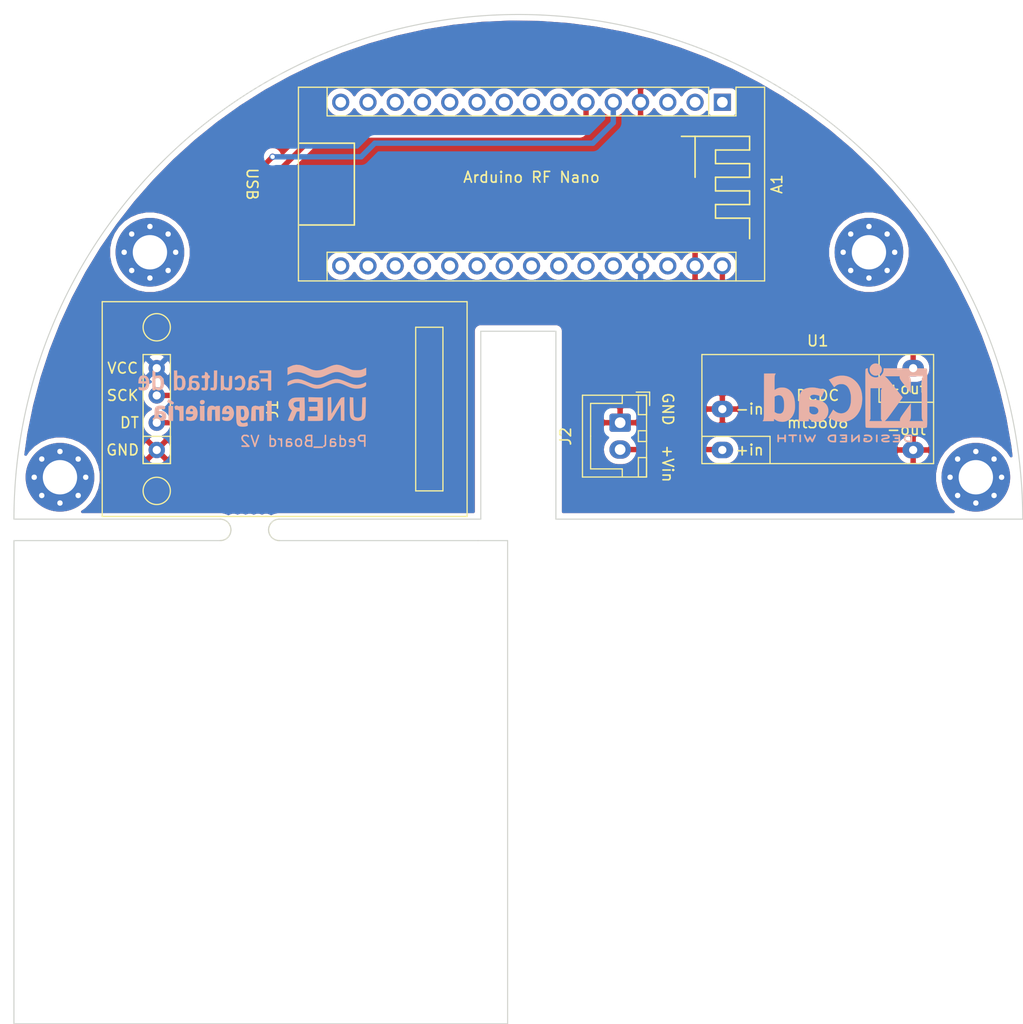
<source format=kicad_pcb>
(kicad_pcb (version 20171130) (host pcbnew "(5.1.9)-1")

  (general
    (thickness 1.6)
    (drawings 43)
    (tracks 24)
    (zones 0)
    (modules 11)
    (nets 31)
  )

  (page A4)
  (title_block
    (date "jeu. 02 avril 2015")
  )

  (layers
    (0 F.Cu signal)
    (31 B.Cu signal)
    (32 B.Adhes user)
    (33 F.Adhes user)
    (34 B.Paste user)
    (35 F.Paste user)
    (36 B.SilkS user hide)
    (37 F.SilkS user)
    (38 B.Mask user)
    (39 F.Mask user)
    (40 Dwgs.User user hide)
    (41 Cmts.User user)
    (42 Eco1.User user hide)
    (43 Eco2.User user)
    (44 Edge.Cuts user)
    (45 Margin user)
    (46 B.CrtYd user hide)
    (47 F.CrtYd user hide)
    (48 B.Fab user)
    (49 F.Fab user hide)
  )

  (setup
    (last_trace_width 0.5)
    (user_trace_width 0.4)
    (trace_clearance 0.2)
    (zone_clearance 0.508)
    (zone_45_only no)
    (trace_min 0.2)
    (via_size 0.6)
    (via_drill 0.4)
    (via_min_size 0.4)
    (via_min_drill 0.3)
    (uvia_size 0.3)
    (uvia_drill 0.1)
    (uvias_allowed no)
    (uvia_min_size 0.2)
    (uvia_min_drill 0.1)
    (edge_width 0.1)
    (segment_width 0.15)
    (pcb_text_width 0.3)
    (pcb_text_size 1.5 1.5)
    (mod_edge_width 0.15)
    (mod_text_size 1 1)
    (mod_text_width 0.15)
    (pad_size 1.5 1.5)
    (pad_drill 0.6)
    (pad_to_mask_clearance 0)
    (aux_axis_origin 138.176 110.617)
    (visible_elements 7FFFFFFF)
    (pcbplotparams
      (layerselection 0x010f0_ffffffff)
      (usegerberextensions false)
      (usegerberattributes true)
      (usegerberadvancedattributes true)
      (creategerberjobfile false)
      (excludeedgelayer true)
      (linewidth 0.100000)
      (plotframeref false)
      (viasonmask false)
      (mode 1)
      (useauxorigin false)
      (hpglpennumber 1)
      (hpglpenspeed 20)
      (hpglpendiameter 15.000000)
      (psnegative false)
      (psa4output false)
      (plotreference true)
      (plotvalue true)
      (plotinvisibletext false)
      (padsonsilk false)
      (subtractmaskfromsilk false)
      (outputformat 1)
      (mirror false)
      (drillshape 0)
      (scaleselection 1)
      (outputdirectory "../gerbers/"))
  )

  (net 0 "")
  (net 1 GND)
  (net 2 /Vin)
  (net 3 +5V)
  (net 4 +3V3)
  (net 5 "Net-(A1-Pad1)")
  (net 6 "Net-(A1-Pad2)")
  (net 7 "Net-(A1-Pad18)")
  (net 8 "Net-(A1-Pad3)")
  (net 9 "Net-(A1-Pad19)")
  (net 10 "Net-(A1-Pad20)")
  (net 11 /SCK)
  (net 12 "Net-(A1-Pad21)")
  (net 13 /DT)
  (net 14 "Net-(A1-Pad22)")
  (net 15 "Net-(A1-Pad7)")
  (net 16 "Net-(A1-Pad23)")
  (net 17 "Net-(A1-Pad8)")
  (net 18 "Net-(A1-Pad24)")
  (net 19 "Net-(A1-Pad9)")
  (net 20 "Net-(A1-Pad25)")
  (net 21 "Net-(A1-Pad10)")
  (net 22 "Net-(A1-Pad26)")
  (net 23 "Net-(A1-Pad11)")
  (net 24 "Net-(A1-Pad12)")
  (net 25 "Net-(A1-Pad28)")
  (net 26 "Net-(A1-Pad13)")
  (net 27 "Net-(A1-Pad14)")
  (net 28 "Net-(A1-Pad15)")
  (net 29 "Net-(A1-Pad16)")
  (net 30 "Net-(J2-Pad2)")

  (net_class Default "This is the default net class."
    (clearance 0.2)
    (trace_width 0.5)
    (via_dia 0.6)
    (via_drill 0.4)
    (uvia_dia 0.3)
    (uvia_drill 0.1)
    (add_net +3V3)
    (add_net +5V)
    (add_net /DT)
    (add_net /SCK)
    (add_net /Vin)
    (add_net GND)
    (add_net "Net-(A1-Pad1)")
    (add_net "Net-(A1-Pad10)")
    (add_net "Net-(A1-Pad11)")
    (add_net "Net-(A1-Pad12)")
    (add_net "Net-(A1-Pad13)")
    (add_net "Net-(A1-Pad14)")
    (add_net "Net-(A1-Pad15)")
    (add_net "Net-(A1-Pad16)")
    (add_net "Net-(A1-Pad18)")
    (add_net "Net-(A1-Pad19)")
    (add_net "Net-(A1-Pad2)")
    (add_net "Net-(A1-Pad20)")
    (add_net "Net-(A1-Pad21)")
    (add_net "Net-(A1-Pad22)")
    (add_net "Net-(A1-Pad23)")
    (add_net "Net-(A1-Pad24)")
    (add_net "Net-(A1-Pad25)")
    (add_net "Net-(A1-Pad26)")
    (add_net "Net-(A1-Pad28)")
    (add_net "Net-(A1-Pad3)")
    (add_net "Net-(A1-Pad7)")
    (add_net "Net-(A1-Pad8)")
    (add_net "Net-(A1-Pad9)")
    (add_net "Net-(J2-Pad2)")
  )

  (module dcdc_module_mini:dcdc_module_mini (layer F.Cu) (tedit 605E6D56) (tstamp 605ECDCB)
    (at 215.9 95.25)
    (path /605E942C)
    (fp_text reference U1 (at 0 -6.35) (layer F.SilkS)
      (effects (font (size 1 1) (thickness 0.15)))
    )
    (fp_text value dcdc_my3608_mini (at -0.635 -8.255) (layer F.Fab)
      (effects (font (size 1 1) (thickness 0.15)))
    )
    (fp_text user mt3608 (at 0 1.27) (layer F.SilkS)
      (effects (font (size 1 1) (thickness 0.15)))
    )
    (fp_text user DCDC (at 0 -1.27) (layer F.SilkS)
      (effects (font (size 1 1) (thickness 0.15)))
    )
    (fp_text user +out (at 8.255 -1.905) (layer F.SilkS)
      (effects (font (size 1 1) (thickness 0.15)))
    )
    (fp_text user -out (at 8.255 1.905) (layer F.SilkS)
      (effects (font (size 1 1) (thickness 0.15)))
    )
    (fp_text user +in (at -6.35 3.81) (layer F.SilkS)
      (effects (font (size 1 1) (thickness 0.15)))
    )
    (fp_text user -in (at -6.35 0) (layer F.SilkS)
      (effects (font (size 1 1) (thickness 0.15)))
    )
    (fp_line (start -10.795 5.08) (end 10.795 5.08) (layer F.SilkS) (width 0.12))
    (fp_line (start 10.795 5.08) (end 10.795 -5.08) (layer F.SilkS) (width 0.12))
    (fp_line (start 10.795 -5.08) (end -10.795 -5.08) (layer F.SilkS) (width 0.12))
    (fp_line (start -10.795 -5.08) (end -10.795 5.08) (layer F.SilkS) (width 0.12))
    (fp_line (start 5.715 -5.08) (end 5.715 -0.635) (layer F.SilkS) (width 0.12))
    (fp_line (start 5.715 -0.635) (end 10.795 -0.635) (layer F.SilkS) (width 0.12))
    (fp_line (start -4.445 5.08) (end -4.445 2.54) (layer F.SilkS) (width 0.12))
    (fp_line (start -4.445 2.54) (end -10.795 2.54) (layer F.SilkS) (width 0.12))
    (pad 4 thru_hole oval (at 8.89 3.81) (size 2 1.54) (drill 0.762) (layers *.Cu *.Mask)
      (net 1 GND))
    (pad 3 thru_hole oval (at 8.89 -3.81) (size 2 1.54) (drill 0.762) (layers *.Cu *.Mask)
      (net 2 /Vin))
    (pad 2 thru_hole oval (at -8.89 0) (size 2 1.54) (drill 0.762) (layers *.Cu *.Mask)
      (net 1 GND))
    (pad 1 thru_hole oval (at -8.89 3.81) (size 2 1.54) (drill 0.762) (layers *.Cu *.Mask)
      (net 30 "Net-(J2-Pad2)"))
  )

  (module Panelization:mouse-bite-3mm-slot (layer F.Cu) (tedit 5C14B614) (tstamp 6048F2FD)
    (at 162.975 106.5)
    (fp_text reference mouse-bite-3mm-slot (at 0 -2.032) (layer F.SilkS) hide
      (effects (font (size 1 1) (thickness 0.2)))
    )
    (fp_text value VAL** (at 0 2.032) (layer F.Fab) hide
      (effects (font (size 1 1) (thickness 0.2)))
    )
    (fp_line (start 2.762 0) (end 2.762 0) (layer Eco1.User) (width 2))
    (fp_line (start -2.762 0) (end -2.762 0) (layer Eco1.User) (width 2))
    (fp_circle (center -2.762 0) (end -2.762 -0.06) (layer Dwgs.User) (width 0.05))
    (fp_circle (center 2.794 0) (end 2.854 0) (layer Dwgs.User) (width 0.05))
    (fp_arc (start 2.762 0) (end 2.762 1) (angle 180) (layer F.SilkS) (width 0.1))
    (fp_arc (start -2.762 0) (end -2.762 -1) (angle 180) (layer F.SilkS) (width 0.1))
    (pad "" np_thru_hole circle (at 1.524 0.75) (size 0.5 0.5) (drill 0.5) (layers *.Cu *.Mask))
    (pad "" np_thru_hole circle (at 1.524 -0.75) (size 0.5 0.5) (drill 0.5) (layers *.Cu *.Mask))
    (pad "" np_thru_hole circle (at 0.762 -0.75) (size 0.5 0.5) (drill 0.5) (layers *.Cu *.Mask))
    (pad "" np_thru_hole circle (at 0.762 0.75) (size 0.5 0.5) (drill 0.5) (layers *.Cu *.Mask))
    (pad "" np_thru_hole circle (at -0.012 0.75) (size 0.5 0.5) (drill 0.5) (layers *.Cu *.Mask))
    (pad "" np_thru_hole circle (at -1.512 0.75) (size 0.5 0.5) (drill 0.5) (layers *.Cu *.Mask))
    (pad "" np_thru_hole circle (at -1.512 -0.75) (size 0.5 0.5) (drill 0.5) (layers *.Cu *.Mask))
    (pad "" np_thru_hole circle (at -0.012 -0.75) (size 0.5 0.5) (drill 0.5) (layers *.Cu *.Mask))
    (pad "" np_thru_hole circle (at -0.762 0.75) (size 0.5 0.5) (drill 0.5) (layers *.Cu *.Mask))
    (pad "" np_thru_hole circle (at -0.762 -0.75) (size 0.5 0.5) (drill 0.5) (layers *.Cu *.Mask))
  )

  (module Connector_JST:JST_XH_B2B-XH-A_1x02_P2.50mm_Vertical (layer F.Cu) (tedit 5C28146C) (tstamp 60401AE9)
    (at 197.485 96.52 270)
    (descr "JST XH series connector, B2B-XH-A (http://www.jst-mfg.com/product/pdf/eng/eXH.pdf), generated with kicad-footprint-generator")
    (tags "connector JST XH vertical")
    (path /603EA83D)
    (fp_text reference J2 (at 1.27 5.08 90) (layer F.SilkS)
      (effects (font (size 1 1) (thickness 0.15)))
    )
    (fp_text value Conn_01x02 (at 1.25 4.6 90) (layer F.Fab)
      (effects (font (size 1 1) (thickness 0.15)))
    )
    (fp_line (start -2.45 -2.35) (end -2.45 3.4) (layer F.Fab) (width 0.1))
    (fp_line (start -2.45 3.4) (end 4.95 3.4) (layer F.Fab) (width 0.1))
    (fp_line (start 4.95 3.4) (end 4.95 -2.35) (layer F.Fab) (width 0.1))
    (fp_line (start 4.95 -2.35) (end -2.45 -2.35) (layer F.Fab) (width 0.1))
    (fp_line (start -2.56 -2.46) (end -2.56 3.51) (layer F.SilkS) (width 0.12))
    (fp_line (start -2.56 3.51) (end 5.06 3.51) (layer F.SilkS) (width 0.12))
    (fp_line (start 5.06 3.51) (end 5.06 -2.46) (layer F.SilkS) (width 0.12))
    (fp_line (start 5.06 -2.46) (end -2.56 -2.46) (layer F.SilkS) (width 0.12))
    (fp_line (start -2.95 -2.85) (end -2.95 3.9) (layer F.CrtYd) (width 0.05))
    (fp_line (start -2.95 3.9) (end 5.45 3.9) (layer F.CrtYd) (width 0.05))
    (fp_line (start 5.45 3.9) (end 5.45 -2.85) (layer F.CrtYd) (width 0.05))
    (fp_line (start 5.45 -2.85) (end -2.95 -2.85) (layer F.CrtYd) (width 0.05))
    (fp_line (start -0.625 -2.35) (end 0 -1.35) (layer F.Fab) (width 0.1))
    (fp_line (start 0 -1.35) (end 0.625 -2.35) (layer F.Fab) (width 0.1))
    (fp_line (start 0.75 -2.45) (end 0.75 -1.7) (layer F.SilkS) (width 0.12))
    (fp_line (start 0.75 -1.7) (end 1.75 -1.7) (layer F.SilkS) (width 0.12))
    (fp_line (start 1.75 -1.7) (end 1.75 -2.45) (layer F.SilkS) (width 0.12))
    (fp_line (start 1.75 -2.45) (end 0.75 -2.45) (layer F.SilkS) (width 0.12))
    (fp_line (start -2.55 -2.45) (end -2.55 -1.7) (layer F.SilkS) (width 0.12))
    (fp_line (start -2.55 -1.7) (end -0.75 -1.7) (layer F.SilkS) (width 0.12))
    (fp_line (start -0.75 -1.7) (end -0.75 -2.45) (layer F.SilkS) (width 0.12))
    (fp_line (start -0.75 -2.45) (end -2.55 -2.45) (layer F.SilkS) (width 0.12))
    (fp_line (start 3.25 -2.45) (end 3.25 -1.7) (layer F.SilkS) (width 0.12))
    (fp_line (start 3.25 -1.7) (end 5.05 -1.7) (layer F.SilkS) (width 0.12))
    (fp_line (start 5.05 -1.7) (end 5.05 -2.45) (layer F.SilkS) (width 0.12))
    (fp_line (start 5.05 -2.45) (end 3.25 -2.45) (layer F.SilkS) (width 0.12))
    (fp_line (start -2.55 -0.2) (end -1.8 -0.2) (layer F.SilkS) (width 0.12))
    (fp_line (start -1.8 -0.2) (end -1.8 2.75) (layer F.SilkS) (width 0.12))
    (fp_line (start -1.8 2.75) (end 1.25 2.75) (layer F.SilkS) (width 0.12))
    (fp_line (start 5.05 -0.2) (end 4.3 -0.2) (layer F.SilkS) (width 0.12))
    (fp_line (start 4.3 -0.2) (end 4.3 2.75) (layer F.SilkS) (width 0.12))
    (fp_line (start 4.3 2.75) (end 1.25 2.75) (layer F.SilkS) (width 0.12))
    (fp_line (start -1.6 -2.75) (end -2.85 -2.75) (layer F.SilkS) (width 0.12))
    (fp_line (start -2.85 -2.75) (end -2.85 -1.5) (layer F.SilkS) (width 0.12))
    (fp_text user %R (at 1.25 2.7 90) (layer F.Fab)
      (effects (font (size 1 1) (thickness 0.15)))
    )
    (pad 2 thru_hole oval (at 2.5 0 270) (size 1.7 2) (drill 1) (layers *.Cu *.Mask)
      (net 30 "Net-(J2-Pad2)"))
    (pad 1 thru_hole roundrect (at 0 0 270) (size 1.7 2) (drill 1) (layers *.Cu *.Mask) (roundrect_rratio 0.1470588235294118)
      (net 1 GND))
    (model ${KISYS3DMOD}/Connector_JST.3dshapes/JST_XH_B2B-XH-A_1x02_P2.50mm_Vertical.wrl
      (at (xyz 0 0 0))
      (scale (xyz 1 1 1))
      (rotate (xyz 0 0 0))
    )
  )

  (module hx711:HX711 (layer F.Cu) (tedit 603D6C17) (tstamp 60401641)
    (at 149.225 95.25 90)
    (path /603DE418)
    (fp_text reference J1 (at 0 15.875 90) (layer F.SilkS)
      (effects (font (size 1 1) (thickness 0.15)))
    )
    (fp_text value Conn_01x04 (at 0 15.24 90) (layer F.Fab)
      (effects (font (size 1 1) (thickness 0.15)))
    )
    (fp_line (start -10 0) (end 10 0) (layer F.SilkS) (width 0.12))
    (fp_line (start 10 0) (end 10 34) (layer F.SilkS) (width 0.12))
    (fp_line (start 10 34) (end -10 34) (layer F.SilkS) (width 0.12))
    (fp_line (start -10 34) (end -10 0) (layer F.SilkS) (width 0.12))
    (fp_circle (center 7.62 5.08) (end 8.89 5.08) (layer F.SilkS) (width 0.12))
    (fp_circle (center -7.62 5.08) (end -6.35 5.08) (layer F.SilkS) (width 0.12))
    (fp_line (start -5.08 3.81) (end 5.08 3.81) (layer F.SilkS) (width 0.12))
    (fp_line (start 5.08 3.81) (end 5.08 6.35) (layer F.SilkS) (width 0.12))
    (fp_line (start 5.08 6.35) (end -5.08 6.35) (layer F.SilkS) (width 0.12))
    (fp_line (start -5.08 6.35) (end -5.08 3.81) (layer F.SilkS) (width 0.12))
    (fp_line (start -5.08 3.81) (end -2.54 3.81) (layer F.SilkS) (width 0.12))
    (fp_line (start -2.54 3.81) (end -2.54 6.35) (layer F.SilkS) (width 0.12))
    (fp_line (start -2.54 6.35) (end -5.08 6.35) (layer F.SilkS) (width 0.12))
    (fp_line (start -5.08 6.35) (end -5.08 3.81) (layer F.SilkS) (width 0.12))
    (fp_line (start -7.62 29.21) (end -7.62 31.75) (layer F.SilkS) (width 0.12))
    (fp_line (start -7.62 31.75) (end 7.62 31.75) (layer F.SilkS) (width 0.12))
    (fp_line (start 7.62 31.75) (end 7.62 29.21) (layer F.SilkS) (width 0.12))
    (fp_line (start 7.62 29.21) (end -7.62 29.21) (layer F.SilkS) (width 0.12))
    (fp_text user VCC (at 3.81 1.905) (layer F.SilkS)
      (effects (font (size 1 1) (thickness 0.15)))
    )
    (fp_text user SCK (at 1.27 1.905) (layer F.SilkS)
      (effects (font (size 1 1) (thickness 0.15)))
    )
    (fp_text user DT (at -1.27 2.54) (layer F.SilkS)
      (effects (font (size 1 1) (thickness 0.15)))
    )
    (fp_text user GND (at -3.81 1.905) (layer F.SilkS)
      (effects (font (size 1 1) (thickness 0.15)))
    )
    (pad 4 thru_hole circle (at 3.81 5.08 90) (size 1.524 1.524) (drill 0.762) (layers *.Cu *.Mask)
      (net 3 +5V))
    (pad 3 thru_hole circle (at 1.27 5.08 90) (size 1.524 1.524) (drill 0.762) (layers *.Cu *.Mask)
      (net 11 /SCK))
    (pad 2 thru_hole circle (at -1.27 5.08 90) (size 1.524 1.524) (drill 0.762) (layers *.Cu *.Mask)
      (net 13 /DT))
    (pad 1 thru_hole circle (at -3.81 5.08 90) (size 1.524 1.524) (drill 0.762) (layers *.Cu *.Mask)
      (net 1 GND))
    (model "${KIPRJMOD}/Models_3d/HX711 Breakout v8 ohne Pinheader.step"
      (offset (xyz 0 -17.3 0))
      (scale (xyz 1 1 1))
      (rotate (xyz 0 0 -90))
    )
  )

  (module lconos:logo_fiuner (layer B.Cu) (tedit 0) (tstamp 604007AE)
    (at 163.195 93.98 180)
    (fp_text reference G*** (at 0 0) (layer B.SilkS) hide
      (effects (font (size 1.524 1.524) (thickness 0.3)) (justify mirror))
    )
    (fp_text value LOGO (at 0.75 0) (layer B.SilkS) hide
      (effects (font (size 1.524 1.524) (thickness 0.3)) (justify mirror))
    )
    (fp_poly (pts (xy 0.886058 -0.969808) (xy 1.050217 -0.970254) (xy 1.195917 -0.970483) (xy 1.481667 -0.97076)
      (xy 1.481667 -1.738399) (xy 1.479069 -2.061318) (xy 1.469541 -2.311018) (xy 1.450477 -2.498832)
      (xy 1.419273 -2.636098) (xy 1.373322 -2.734151) (xy 1.31002 -2.804327) (xy 1.226761 -2.857961)
      (xy 1.22406 -2.859364) (xy 1.091067 -2.898524) (xy 0.910324 -2.914487) (xy 0.715643 -2.906778)
      (xy 0.540837 -2.874923) (xy 0.522076 -2.869222) (xy 0.434333 -2.833103) (xy 0.403086 -2.781648)
      (xy 0.410133 -2.682427) (xy 0.411651 -2.672461) (xy 0.430367 -2.567959) (xy 0.446169 -2.50728)
      (xy 0.448331 -2.503355) (xy 0.492571 -2.505309) (xy 0.583518 -2.530562) (xy 0.596823 -2.535105)
      (xy 0.795792 -2.580056) (xy 0.945618 -2.559998) (xy 1.034766 -2.488247) (xy 1.09053 -2.385697)
      (xy 1.09693 -2.318192) (xy 1.054638 -2.300426) (xy 1.026583 -2.309488) (xy 0.822067 -2.362903)
      (xy 0.64098 -2.339551) (xy 0.490691 -2.245799) (xy 0.378565 -2.088008) (xy 0.311969 -1.872543)
      (xy 0.296333 -1.678696) (xy 0.296438 -1.677705) (xy 0.719667 -1.677705) (xy 0.735578 -1.865037)
      (xy 0.785391 -1.978794) (xy 0.872229 -2.024277) (xy 0.923597 -2.023953) (xy 0.979503 -2.013669)
      (xy 1.01455 -1.986888) (xy 1.035304 -1.925972) (xy 1.048331 -1.81328) (xy 1.058333 -1.661953)
      (xy 1.066525 -1.478318) (xy 1.059351 -1.363122) (xy 1.029796 -1.300549) (xy 0.970846 -1.274786)
      (xy 0.88449 -1.27) (xy 0.804081 -1.30952) (xy 0.748689 -1.422428) (xy 0.721743 -1.600241)
      (xy 0.719667 -1.677705) (xy 0.296438 -1.677705) (xy 0.322309 -1.433659) (xy 0.395238 -1.229321)
      (xy 0.507616 -1.076976) (xy 0.651944 -0.987918) (xy 0.767559 -0.969276) (xy 0.886058 -0.969808)) (layer B.SilkS) (width 0.01))
    (fp_poly (pts (xy -9.101733 -1.024027) (xy -9.103433 -1.353114) (xy -9.110187 -1.609441) (xy -9.124558 -1.804879)
      (xy -9.149112 -1.951297) (xy -9.186414 -2.060567) (xy -9.239026 -2.144558) (xy -9.309515 -2.215141)
      (xy -9.369108 -2.261639) (xy -9.507498 -2.324325) (xy -9.695972 -2.360452) (xy -9.903928 -2.369114)
      (xy -10.100761 -2.349405) (xy -10.255868 -2.300417) (xy -10.276804 -2.288539) (xy -10.372183 -2.223917)
      (xy -10.445467 -2.156776) (xy -10.499549 -2.075376) (xy -10.537322 -1.967977) (xy -10.561678 -1.82284)
      (xy -10.575511 -1.628225) (xy -10.581712 -1.372393) (xy -10.583175 -1.045194) (xy -10.583333 -0.164222)
      (xy -10.265833 -0.1905) (xy -10.244667 -1.051583) (xy -10.237201 -1.342343) (xy -10.230062 -1.560339)
      (xy -10.221723 -1.71745) (xy -10.210655 -1.825559) (xy -10.195332 -1.896547) (xy -10.174226 -1.942294)
      (xy -10.145809 -1.974683) (xy -10.12356 -1.9935) (xy -9.984152 -2.058043) (xy -9.8425 -2.074333)
      (xy -9.664988 -2.04773) (xy -9.56144 -1.9935) (xy -9.527655 -1.963427) (xy -9.50214 -1.927451)
      (xy -9.483366 -1.87369) (xy -9.469807 -1.790265) (xy -9.459934 -1.665292) (xy -9.452221 -1.486891)
      (xy -9.445139 -1.243181) (xy -9.440333 -1.051583) (xy -9.419167 -0.1905) (xy -9.101667 -0.164222)
      (xy -9.101733 -1.024027)) (layer B.SilkS) (width 0.01))
    (fp_poly (pts (xy -8.435856 -0.177361) (xy -8.382296 -0.183492) (xy -8.336292 -0.198202) (xy -8.290565 -0.230895)
      (xy -8.237832 -0.290972) (xy -8.170815 -0.387837) (xy -8.082231 -0.530893) (xy -7.964801 -0.729542)
      (xy -7.832606 -0.956454) (xy -7.387167 -1.722409) (xy -7.37564 -0.943372) (xy -7.364114 -0.164334)
      (xy -7.0485 -0.1905) (xy -7.0485 -2.3495) (xy -7.196667 -2.3495) (xy -7.247127 -2.347665)
      (xy -7.291047 -2.336036) (xy -7.335712 -2.305428) (xy -7.388409 -2.246655) (xy -7.456423 -2.150531)
      (xy -7.547039 -2.007869) (xy -7.667544 -1.809483) (xy -7.798908 -1.590194) (xy -8.252982 -0.830889)
      (xy -8.264575 -1.590194) (xy -8.276167 -2.3495) (xy -8.434917 -2.362638) (xy -8.593667 -2.375777)
      (xy -8.593667 -0.164222) (xy -8.435856 -0.177361)) (layer B.SilkS) (width 0.01))
    (fp_poly (pts (xy -5.249333 -0.592666) (xy -6.096 -0.592666) (xy -6.096 -1.058333) (xy -5.334 -1.058333)
      (xy -5.334 -1.439333) (xy -6.096 -1.439333) (xy -6.096 -1.947333) (xy -5.207 -1.947333)
      (xy -5.207 -2.370666) (xy -5.885662 -2.370666) (xy -6.158447 -2.368855) (xy -6.355745 -2.362956)
      (xy -6.486666 -2.352267) (xy -6.560324 -2.336091) (xy -6.584937 -2.31695) (xy -6.590211 -2.261159)
      (xy -6.594064 -2.132968) (xy -6.596392 -1.944637) (xy -6.59709 -1.708421) (xy -6.596055 -1.436578)
      (xy -6.594192 -1.226867) (xy -6.582833 -0.1905) (xy -5.916083 -0.178841) (xy -5.249333 -0.167183)
      (xy -5.249333 -0.592666)) (layer B.SilkS) (width 0.01))
    (fp_poly (pts (xy -4.3815 -0.193537) (xy -4.141017 -0.197925) (xy -3.966241 -0.209267) (xy -3.838344 -0.229839)
      (xy -3.738494 -0.26192) (xy -3.709752 -0.274815) (xy -3.539465 -0.397802) (xy -3.430587 -0.564151)
      (xy -3.384728 -0.75729) (xy -3.403496 -0.960646) (xy -3.488499 -1.157646) (xy -3.609867 -1.303858)
      (xy -3.714112 -1.401216) (xy -3.511941 -1.853936) (xy -3.434259 -2.034032) (xy -3.373911 -2.185882)
      (xy -3.337076 -2.293064) (xy -3.32955 -2.338661) (xy -3.379615 -2.356693) (xy -3.48658 -2.368301)
      (xy -3.571732 -2.370666) (xy -3.794135 -2.370666) (xy -3.891712 -2.148416) (xy -3.967082 -1.971291)
      (xy -4.045123 -1.779735) (xy -4.074853 -1.703916) (xy -4.128596 -1.576193) (xy -4.175637 -1.509617)
      (xy -4.235037 -1.484686) (xy -4.292125 -1.481567) (xy -4.423833 -1.481467) (xy -4.409875 -1.82507)
      (xy -4.403248 -2.048453) (xy -4.408866 -2.200873) (xy -4.432882 -2.295816) (xy -4.481447 -2.346765)
      (xy -4.560715 -2.367206) (xy -4.658802 -2.370666) (xy -4.802669 -2.359947) (xy -4.882141 -2.33)
      (xy -4.891604 -2.31695) (xy -4.896878 -2.261159) (xy -4.900731 -2.132968) (xy -4.903059 -1.944637)
      (xy -4.903757 -1.708421) (xy -4.902722 -1.436578) (xy -4.900858 -1.226867) (xy -4.900035 -1.151738)
      (xy -4.423833 -1.151738) (xy -4.214858 -1.131658) (xy -4.051181 -1.099748) (xy -3.947017 -1.036668)
      (xy -3.929108 -1.016766) (xy -3.852994 -0.875871) (xy -3.855697 -0.749728) (xy -3.931514 -0.648113)
      (xy -4.07474 -0.580805) (xy -4.19524 -0.560561) (xy -4.423833 -0.541604) (xy -4.423833 -1.151738)
      (xy -4.900035 -1.151738) (xy -4.8895 -0.1905) (xy -4.3815 -0.193537)) (layer B.SilkS) (width 0.01))
    (fp_poly (pts (xy -1.397 -2.370666) (xy -1.820333 -2.370666) (xy -1.820333 -0.508) (xy -1.397 -0.508)
      (xy -1.397 -2.370666)) (layer B.SilkS) (width 0.01))
    (fp_poly (pts (xy -0.141073 -0.981684) (xy -0.012747 -1.067562) (xy 0.018318 -1.113548) (xy 0.040799 -1.181613)
      (xy 0.056572 -1.286094) (xy 0.067514 -1.441327) (xy 0.075502 -1.661652) (xy 0.078053 -1.761203)
      (xy 0.092605 -2.370666) (xy -0.338667 -2.370666) (xy -0.338667 -1.307222) (xy -0.656167 -1.3335)
      (xy -0.679939 -2.370666) (xy -0.862081 -2.370666) (xy -0.980458 -2.36462) (xy -1.05971 -2.349454)
      (xy -1.072445 -2.342444) (xy -1.082063 -2.292502) (xy -1.090273 -2.17295) (xy -1.096467 -1.998841)
      (xy -1.100037 -1.785228) (xy -1.100667 -1.643944) (xy -1.100667 -0.973666) (xy -0.913695 -0.973666)
      (xy -0.797618 -0.98212) (xy -0.723857 -1.003428) (xy -0.712611 -1.014826) (xy -0.666514 -1.02882)
      (xy -0.562312 -1.00796) (xy -0.520144 -0.994405) (xy -0.316738 -0.954969) (xy -0.141073 -0.981684)) (layer B.SilkS) (width 0.01))
    (fp_poly (pts (xy 2.52267 -0.995503) (xy 2.665284 -1.110601) (xy 2.757735 -1.288525) (xy 2.793742 -1.523998)
      (xy 2.794 -1.547922) (xy 2.794 -1.735666) (xy 2.455333 -1.735666) (xy 2.270848 -1.739977)
      (xy 2.161695 -1.757406) (xy 2.118778 -1.794695) (xy 2.133002 -1.85859) (xy 2.182567 -1.937913)
      (xy 2.253944 -2.003667) (xy 2.363109 -2.029523) (xy 2.425984 -2.031351) (xy 2.553014 -2.021903)
      (xy 2.649718 -1.999195) (xy 2.665883 -1.991253) (xy 2.734847 -1.980949) (xy 2.779074 -2.045924)
      (xy 2.793352 -2.162788) (xy 2.7619 -2.262546) (xy 2.663055 -2.328849) (xy 2.492158 -2.363774)
      (xy 2.327814 -2.370666) (xy 2.17479 -2.364724) (xy 2.070289 -2.339088) (xy 1.978544 -2.282044)
      (xy 1.92823 -2.239799) (xy 1.796973 -2.0774) (xy 1.719578 -1.881008) (xy 1.693527 -1.667951)
      (xy 1.7163 -1.455553) (xy 1.72851 -1.42119) (xy 2.116667 -1.42119) (xy 2.153629 -1.466945)
      (xy 2.264833 -1.481666) (xy 2.3687 -1.471071) (xy 2.409718 -1.432452) (xy 2.413 -1.405466)
      (xy 2.386717 -1.316454) (xy 2.326901 -1.245747) (xy 2.280557 -1.227666) (xy 2.218351 -1.260283)
      (xy 2.153596 -1.333443) (xy 2.117656 -1.410112) (xy 2.116667 -1.42119) (xy 1.72851 -1.42119)
      (xy 1.785381 -1.261141) (xy 1.898249 -1.102042) (xy 2.052388 -0.995582) (xy 2.112079 -0.974901)
      (xy 2.336175 -0.948511) (xy 2.52267 -0.995503)) (layer B.SilkS) (width 0.01))
    (fp_poly (pts (xy 3.951287 -0.98923) (xy 4.043722 -1.044809) (xy 4.110223 -1.130392) (xy 4.153834 -1.257641)
      (xy 4.177599 -1.438216) (xy 4.184562 -1.683778) (xy 4.181811 -1.872369) (xy 4.169833 -2.3495)
      (xy 3.970071 -2.362348) (xy 3.770309 -2.375197) (xy 3.758404 -1.854348) (xy 3.7465 -1.3335)
      (xy 3.450167 -1.3335) (xy 3.43828 -1.852083) (xy 3.426394 -2.370666) (xy 3.005667 -2.370666)
      (xy 3.005667 -0.973666) (xy 3.192639 -0.973666) (xy 3.319894 -0.985167) (xy 3.390821 -1.01593)
      (xy 3.397421 -1.026583) (xy 3.428599 -1.057468) (xy 3.475032 -1.031471) (xy 3.617047 -0.965425)
      (xy 3.791727 -0.951972) (xy 3.951287 -0.98923)) (layer B.SilkS) (width 0.01))
    (fp_poly (pts (xy 4.858798 -1.661583) (xy 4.847167 -2.3495) (xy 4.646083 -2.362402) (xy 4.445 -2.375305)
      (xy 4.445 -0.973666) (xy 4.87043 -0.973666) (xy 4.858798 -1.661583)) (layer B.SilkS) (width 0.01))
    (fp_poly (pts (xy 5.851417 -0.991419) (xy 6.001735 -1.095969) (xy 6.113819 -1.2533) (xy 6.174042 -1.455836)
      (xy 6.180601 -1.55575) (xy 6.180667 -1.735666) (xy 5.824796 -1.735666) (xy 5.65187 -1.737088)
      (xy 5.548018 -1.743897) (xy 5.497662 -1.759909) (xy 5.485223 -1.78894) (xy 5.49035 -1.817591)
      (xy 5.561061 -1.938794) (xy 5.686396 -2.009711) (xy 5.849811 -2.025928) (xy 6.034766 -1.983026)
      (xy 6.06425 -1.970822) (xy 6.111264 -1.961544) (xy 6.132904 -2.000573) (xy 6.138324 -2.105498)
      (xy 6.138333 -2.113185) (xy 6.13001 -2.230814) (xy 6.09508 -2.294336) (xy 6.029744 -2.329381)
      (xy 5.883828 -2.360624) (xy 5.702468 -2.367254) (xy 5.522903 -2.350681) (xy 5.38237 -2.312315)
      (xy 5.365983 -2.304241) (xy 5.232505 -2.186976) (xy 5.139884 -2.015439) (xy 5.089089 -1.810042)
      (xy 5.081092 -1.591196) (xy 5.114931 -1.39074) (xy 5.510972 -1.39074) (xy 5.51361 -1.451687)
      (xy 5.560825 -1.477172) (xy 5.648556 -1.481666) (xy 5.752847 -1.471981) (xy 5.795138 -1.435488)
      (xy 5.799667 -1.402183) (xy 5.768925 -1.309934) (xy 5.732618 -1.267055) (xy 5.645881 -1.238532)
      (xy 5.564782 -1.278482) (xy 5.51432 -1.372953) (xy 5.510972 -1.39074) (xy 5.114931 -1.39074)
      (xy 5.116861 -1.379312) (xy 5.197368 -1.194801) (xy 5.307335 -1.070221) (xy 5.49059 -0.970968)
      (xy 5.676493 -0.947226) (xy 5.851417 -0.991419)) (layer B.SilkS) (width 0.01))
    (fp_poly (pts (xy 7.113256 -0.957969) (xy 7.140276 -0.969203) (xy 7.21099 -1.014475) (xy 7.227891 -1.080321)
      (xy 7.216094 -1.154151) (xy 7.184755 -1.277756) (xy 7.151275 -1.334672) (xy 7.101795 -1.342061)
      (xy 7.070968 -1.333913) (xy 6.977236 -1.332749) (xy 6.884031 -1.360152) (xy 6.836281 -1.38464)
      (xy 6.804719 -1.416902) (xy 6.785994 -1.472997) (xy 6.776755 -1.568984) (xy 6.773651 -1.720921)
      (xy 6.773333 -1.890628) (xy 6.773333 -2.370666) (xy 6.392333 -2.370666) (xy 6.392333 -0.973666)
      (xy 6.582833 -0.973666) (xy 6.696451 -0.981431) (xy 6.764599 -1.001077) (xy 6.773333 -1.012755)
      (xy 6.805823 -1.022254) (xy 6.885837 -0.995333) (xy 6.904204 -0.986557) (xy 7.017597 -0.945699)
      (xy 7.113256 -0.957969)) (layer B.SilkS) (width 0.01))
    (fp_poly (pts (xy 7.789333 -2.370666) (xy 7.366 -2.370666) (xy 7.366 -0.973666) (xy 7.789333 -0.973666)
      (xy 7.789333 -2.370666)) (layer B.SilkS) (width 0.01))
    (fp_poly (pts (xy 8.706549 -0.961642) (xy 8.756709 -0.971972) (xy 8.887128 -1.016813) (xy 8.977861 -1.079138)
      (xy 9.036721 -1.17414) (xy 9.071519 -1.317012) (xy 9.090068 -1.522947) (xy 9.094803 -1.629517)
      (xy 9.103675 -1.827885) (xy 9.114932 -1.957324) (xy 9.131977 -2.033565) (xy 9.158213 -2.072339)
      (xy 9.194113 -2.088633) (xy 9.254738 -2.128979) (xy 9.264675 -2.218985) (xy 9.263532 -2.229934)
      (xy 9.243687 -2.309593) (xy 9.190984 -2.34745) (xy 9.086931 -2.362886) (xy 8.940143 -2.353908)
      (xy 8.854097 -2.313228) (xy 8.791145 -2.273348) (xy 8.722047 -2.286413) (xy 8.678333 -2.308925)
      (xy 8.505886 -2.365877) (xy 8.325285 -2.362826) (xy 8.166839 -2.302445) (xy 8.112606 -2.25906)
      (xy 8.042127 -2.171286) (xy 8.008978 -2.070354) (xy 8.002437 -1.953892) (xy 8.392985 -1.953892)
      (xy 8.424789 -2.011383) (xy 8.493212 -2.066662) (xy 8.574918 -2.060292) (xy 8.638783 -2.03051)
      (xy 8.699647 -1.960718) (xy 8.721149 -1.860937) (xy 8.701866 -1.767) (xy 8.651203 -1.718069)
      (xy 8.540058 -1.710955) (xy 8.448377 -1.76291) (xy 8.393554 -1.851401) (xy 8.392985 -1.953892)
      (xy 8.002437 -1.953892) (xy 8.001 -1.928314) (xy 8.008762 -1.785316) (xy 8.041132 -1.6893)
      (xy 8.11173 -1.603298) (xy 8.125811 -1.589596) (xy 8.216907 -1.516525) (xy 8.314993 -1.479787)
      (xy 8.455654 -1.46722) (xy 8.485644 -1.466622) (xy 8.640372 -1.453776) (xy 8.714011 -1.420126)
      (xy 8.707827 -1.364526) (xy 8.656374 -1.311676) (xy 8.556649 -1.278055) (xy 8.381057 -1.280177)
      (xy 8.364626 -1.281793) (xy 8.233323 -1.293254) (xy 8.162893 -1.286036) (xy 8.129998 -1.250224)
      (xy 8.111298 -1.175905) (xy 8.110921 -1.174023) (xy 8.105792 -1.064929) (xy 8.132923 -1.012957)
      (xy 8.234566 -0.97839) (xy 8.386503 -0.95684) (xy 8.555058 -0.950519) (xy 8.706549 -0.961642)) (layer B.SilkS) (width 0.01))
    (fp_poly (pts (xy 4.769325 -0.447631) (xy 4.847918 -0.523962) (xy 4.868333 -0.635) (xy 4.838349 -0.763428)
      (xy 4.747818 -0.832797) (xy 4.649176 -0.846666) (xy 4.525907 -0.808896) (xy 4.461137 -0.739099)
      (xy 4.414834 -0.611605) (xy 4.442454 -0.505051) (xy 4.534504 -0.437602) (xy 4.626126 -0.423333)
      (xy 4.769325 -0.447631)) (layer B.SilkS) (width 0.01))
    (fp_poly (pts (xy 7.856344 -0.472454) (xy 7.897192 -0.561481) (xy 7.909943 -0.610701) (xy 7.908871 -0.612674)
      (xy 7.854201 -0.645868) (xy 7.752165 -0.698034) (xy 7.62978 -0.756471) (xy 7.514062 -0.808476)
      (xy 7.432025 -0.841345) (xy 7.41123 -0.846666) (xy 7.360557 -0.813522) (xy 7.321726 -0.758374)
      (xy 7.295697 -0.707909) (xy 7.291947 -0.670853) (xy 7.322575 -0.632969) (xy 7.399681 -0.58002)
      (xy 7.535364 -0.497769) (xy 7.551403 -0.488117) (xy 7.790111 -0.344375) (xy 7.856344 -0.472454)) (layer B.SilkS) (width 0.01))
    (fp_poly (pts (xy -0.677333 2.074334) (xy -1.481667 2.074334) (xy -1.481667 1.566334) (xy -0.804333 1.566334)
      (xy -0.804333 1.312334) (xy -1.481667 1.312334) (xy -1.481667 0.465667) (xy -1.778 0.465667)
      (xy -1.778 2.328334) (xy -0.677333 2.328334) (xy -0.677333 2.074334)) (layer B.SilkS) (width 0.01))
    (fp_poly (pts (xy -0.015818 1.85) (xy 0.128313 1.806207) (xy 0.228837 1.720602) (xy 0.292703 1.583145)
      (xy 0.32686 1.383797) (xy 0.338256 1.112518) (xy 0.33843 1.068917) (xy 0.341932 0.888563)
      (xy 0.353627 0.779405) (xy 0.375749 0.72818) (xy 0.397229 0.719667) (xy 0.449422 0.684144)
      (xy 0.485941 0.604816) (xy 0.490916 0.522543) (xy 0.482293 0.500654) (xy 0.421676 0.470914)
      (xy 0.318419 0.46695) (xy 0.209489 0.485703) (xy 0.131851 0.524114) (xy 0.126208 0.530121)
      (xy 0.078514 0.57134) (xy 0.022851 0.559697) (xy -0.025652 0.530121) (xy -0.178306 0.472178)
      (xy -0.349749 0.469431) (xy -0.505642 0.519408) (xy -0.573424 0.569576) (xy -0.6403 0.656645)
      (xy -0.671097 0.763702) (xy -0.677333 0.890333) (xy -0.676335 0.907334) (xy -0.385178 0.907334)
      (xy -0.356361 0.788157) (xy -0.275679 0.699542) (xy -0.228567 0.678621) (xy -0.190408 0.690048)
      (xy -0.102919 0.719659) (xy -0.090984 0.723808) (xy -0.007227 0.761315) (xy 0.031412 0.815588)
      (xy 0.042044 0.916408) (xy 0.042333 0.955835) (xy 0.036106 1.074634) (xy 0.008591 1.135635)
      (xy -0.053459 1.165323) (xy -0.063809 1.168027) (xy -0.19936 1.161678) (xy -0.275475 1.125525)
      (xy -0.359195 1.029111) (xy -0.385178 0.907334) (xy -0.676335 0.907334) (xy -0.668855 1.034671)
      (xy -0.634147 1.133526) (xy -0.559302 1.225176) (xy -0.55359 1.230924) (xy -0.467359 1.304847)
      (xy -0.378171 1.341917) (xy -0.251277 1.354081) (xy -0.193757 1.354667) (xy -0.056446 1.358949)
      (xy 0.015326 1.375753) (xy 0.04043 1.411018) (xy 0.041685 1.42875) (xy 0.023448 1.532762)
      (xy -0.038411 1.594418) (xy -0.157973 1.621958) (xy -0.293953 1.625184) (xy -0.439086 1.626382)
      (xy -0.521308 1.640732) (xy -0.562078 1.674292) (xy -0.575061 1.704552) (xy -0.579385 1.778388)
      (xy -0.529961 1.826438) (xy -0.417098 1.852886) (xy -0.23111 1.861917) (xy -0.210503 1.862019)
      (xy -0.015818 1.85)) (layer B.SilkS) (width 0.01))
    (fp_poly (pts (xy 1.333914 1.847064) (xy 1.478123 1.783161) (xy 1.58036 1.680027) (xy 1.619068 1.566471)
      (xy 1.60027 1.47811) (xy 1.533844 1.442594) (xy 1.43964 1.46163) (xy 1.337506 1.536923)
      (xy 1.332846 1.541872) (xy 1.24347 1.625436) (xy 1.172714 1.643528) (xy 1.090063 1.599626)
      (xy 1.056506 1.573367) (xy 0.993612 1.498727) (xy 0.957004 1.385801) (xy 0.940758 1.25608)
      (xy 0.939529 1.025535) (xy 0.983544 0.863968) (xy 1.077961 0.765783) (xy 1.227936 0.725384)
      (xy 1.421168 0.734681) (xy 1.53666 0.747079) (xy 1.591302 0.735944) (xy 1.607719 0.691882)
      (xy 1.608667 0.656847) (xy 1.581248 0.560891) (xy 1.493665 0.499945) (xy 1.337924 0.47017)
      (xy 1.210694 0.465667) (xy 1.065928 0.471714) (xy 0.968616 0.499191) (xy 0.881874 0.562101)
      (xy 0.833173 0.608983) (xy 0.714643 0.78048) (xy 0.647319 0.99143) (xy 0.630847 1.219269)
      (xy 0.664871 1.441436) (xy 0.749037 1.635367) (xy 0.851153 1.754113) (xy 1.000258 1.837469)
      (xy 1.167902 1.86681) (xy 1.333914 1.847064)) (layer B.SilkS) (width 0.01))
    (fp_poly (pts (xy 2.921 0.465667) (xy 2.794 0.465667) (xy 2.693174 0.484599) (xy 2.667 0.529167)
      (xy 2.646649 0.58585) (xy 2.582839 0.57435) (xy 2.516341 0.530514) (xy 2.424665 0.492273)
      (xy 2.291244 0.469572) (xy 2.236156 0.467014) (xy 2.10117 0.475249) (xy 2.014652 0.511271)
      (xy 1.950406 0.57721) (xy 1.914419 0.63076) (xy 1.889792 0.694516) (xy 1.874421 0.784728)
      (xy 1.8662 0.917646) (xy 1.863025 1.10952) (xy 1.862667 1.254543) (xy 1.862667 1.820334)
      (xy 1.9685 1.820334) (xy 2.061793 1.824206) (xy 2.106083 1.830917) (xy 2.11939 1.795308)
      (xy 2.133357 1.690371) (xy 2.146482 1.531418) (xy 2.157266 1.333758) (xy 2.159 1.291167)
      (xy 2.180167 0.740834) (xy 2.303456 0.726775) (xy 2.430492 0.734285) (xy 2.524455 0.765009)
      (xy 2.565763 0.791856) (xy 2.593954 0.830451) (xy 2.612045 0.896346) (xy 2.623056 1.005091)
      (xy 2.630004 1.172237) (xy 2.633999 1.329401) (xy 2.645833 1.8415) (xy 2.783417 1.854766)
      (xy 2.921 1.868032) (xy 2.921 0.465667)) (layer B.SilkS) (width 0.01))
    (fp_poly (pts (xy 3.565649 1.534584) (xy 3.577167 0.740834) (xy 3.738467 0.727543) (xy 3.843021 0.712934)
      (xy 3.88528 0.679916) (xy 3.887609 0.609318) (xy 3.886634 0.600543) (xy 3.871217 0.53262)
      (xy 3.830014 0.49671) (xy 3.740038 0.480036) (xy 3.659553 0.474326) (xy 3.518262 0.47377)
      (xy 3.42879 0.498361) (xy 3.363219 0.552746) (xy 3.334774 0.590704) (xy 3.31332 0.641257)
      (xy 3.297614 0.71655) (xy 3.286416 0.82873) (xy 3.278483 0.989941) (xy 3.272572 1.212329)
      (xy 3.267782 1.486003) (xy 3.254732 2.328334) (xy 3.554132 2.328334) (xy 3.565649 1.534584)) (layer B.SilkS) (width 0.01))
    (fp_poly (pts (xy 4.385908 2.185123) (xy 4.401475 2.119538) (xy 4.402667 2.032) (xy 4.407152 1.923582)
      (xy 4.434848 1.875401) (xy 4.507113 1.863046) (xy 4.550833 1.862667) (xy 4.650381 1.855587)
      (xy 4.691211 1.819677) (xy 4.699 1.735667) (xy 4.69074 1.650341) (xy 4.648845 1.615343)
      (xy 4.550833 1.608667) (xy 4.402667 1.608667) (xy 4.402667 0.710404) (xy 4.548447 0.727423)
      (xy 4.650285 0.730466) (xy 4.6998 0.697429) (xy 4.720236 0.64082) (xy 4.723871 0.551467)
      (xy 4.673 0.49706) (xy 4.557026 0.471075) (xy 4.436817 0.466315) (xy 4.300038 0.475461)
      (xy 4.216592 0.51105) (xy 4.172234 0.559753) (xy 4.140881 0.627759) (xy 4.120604 0.734817)
      (xy 4.109666 0.895975) (xy 4.106334 1.126276) (xy 4.106333 1.131253) (xy 4.105402 1.338047)
      (xy 4.100901 1.47464) (xy 4.090263 1.555493) (xy 4.070926 1.595067) (xy 4.040324 1.607823)
      (xy 4.021667 1.608667) (xy 3.959693 1.628625) (xy 3.937873 1.702884) (xy 3.937 1.735667)
      (xy 3.950305 1.828627) (xy 3.999811 1.861357) (xy 4.021667 1.862667) (xy 4.088303 1.887759)
      (xy 4.106333 1.967413) (xy 4.140025 2.067757) (xy 4.231231 2.136747) (xy 4.335882 2.186753)
      (xy 4.385908 2.185123)) (layer B.SilkS) (width 0.01))
    (fp_poly (pts (xy 5.534199 1.857511) (xy 5.633088 1.835019) (xy 5.711854 1.78466) (xy 5.76059 1.738924)
      (xy 5.815895 1.680087) (xy 5.851648 1.623573) (xy 5.872109 1.54987) (xy 5.881542 1.439467)
      (xy 5.884207 1.272853) (xy 5.884333 1.172361) (xy 5.885591 0.973449) (xy 5.891279 0.843417)
      (xy 5.90427 0.76649) (xy 5.927435 0.726897) (xy 5.963647 0.708864) (xy 5.969 0.707401)
      (xy 6.039079 0.65236) (xy 6.053667 0.575464) (xy 6.044868 0.504499) (xy 6.00244 0.473178)
      (xy 5.902329 0.46571) (xy 5.886437 0.465667) (xy 5.74379 0.485837) (xy 5.680199 0.53537)
      (xy 5.645588 0.580466) (xy 5.599988 0.573299) (xy 5.541676 0.53537) (xy 5.397204 0.475544)
      (xy 5.232343 0.467131) (xy 5.080898 0.50825) (xy 5.001036 0.56543) (xy 4.909703 0.714476)
      (xy 4.877046 0.886749) (xy 4.883174 0.931882) (xy 5.171918 0.931882) (xy 5.19124 0.800304)
      (xy 5.266104 0.716802) (xy 5.377762 0.688838) (xy 5.507467 0.723873) (xy 5.57718 0.770587)
      (xy 5.6118 0.838969) (xy 5.629668 0.951736) (xy 5.630333 0.978044) (xy 5.622104 1.088313)
      (xy 5.585991 1.14357) (xy 5.51685 1.16987) (xy 5.367234 1.170586) (xy 5.248396 1.102104)
      (xy 5.179783 0.977843) (xy 5.171918 0.931882) (xy 4.883174 0.931882) (xy 4.90033 1.058218)
      (xy 4.976821 1.204846) (xy 5.08386 1.293164) (xy 5.197834 1.329847) (xy 5.349263 1.351848)
      (xy 5.419417 1.354667) (xy 5.545625 1.357353) (xy 5.605651 1.371632) (xy 5.617947 1.406838)
      (xy 5.607745 1.449917) (xy 5.549543 1.565459) (xy 5.451303 1.626347) (xy 5.298185 1.639541)
      (xy 5.217583 1.63295) (xy 5.088629 1.620867) (xy 5.022608 1.627144) (xy 4.998522 1.659025)
      (xy 4.995333 1.709602) (xy 5.008892 1.783279) (xy 5.059284 1.829465) (xy 5.161082 1.853913)
      (xy 5.328858 1.862375) (xy 5.383052 1.862667) (xy 5.534199 1.857511)) (layer B.SilkS) (width 0.01))
    (fp_poly (pts (xy 7.281333 0.465667) (xy 7.154333 0.465667) (xy 7.055094 0.483506) (xy 7.027333 0.531568)
      (xy 7.019681 0.573803) (xy 6.981739 0.563862) (xy 6.933247 0.531568) (xy 6.794858 0.477821)
      (xy 6.628904 0.471141) (xy 6.478189 0.511511) (xy 6.443844 0.531737) (xy 6.324925 0.662841)
      (xy 6.247092 0.846459) (xy 6.21003 1.061321) (xy 6.211771 1.176777) (xy 6.519333 1.176777)
      (xy 6.526827 1.016499) (xy 6.546405 0.880917) (xy 6.57185 0.803759) (xy 6.6538 0.741736)
      (xy 6.772315 0.719104) (xy 6.887185 0.739557) (xy 6.9342 0.770467) (xy 6.961516 0.842469)
      (xy 6.978913 0.987143) (xy 6.985 1.192311) (xy 6.982758 1.374694) (xy 6.973632 1.490727)
      (xy 6.954017 1.558664) (xy 6.920313 1.596759) (xy 6.903116 1.607178) (xy 6.774275 1.647998)
      (xy 6.664836 1.611611) (xy 6.605649 1.558351) (xy 6.556584 1.487367) (xy 6.529901 1.39111)
      (xy 6.519926 1.244506) (xy 6.519333 1.176777) (xy 6.211771 1.176777) (xy 6.213422 1.286161)
      (xy 6.256951 1.499709) (xy 6.340299 1.680696) (xy 6.46285 1.807657) (xy 6.583732 1.852033)
      (xy 6.757684 1.854509) (xy 6.774022 1.853035) (xy 6.985 1.832762) (xy 6.985 2.328334)
      (xy 7.281333 2.328334) (xy 7.281333 0.465667)) (layer B.SilkS) (width 0.01))
    (fp_poly (pts (xy 9.154583 2.320433) (xy 9.292167 2.307167) (xy 9.292167 0.486834) (xy 9.154583 0.473568)
      (xy 9.055685 0.475071) (xy 9.018746 0.510726) (xy 9.017 0.528885) (xy 9.009581 0.573199)
      (xy 8.972279 0.564375) (xy 8.922914 0.531568) (xy 8.764638 0.468447) (xy 8.592538 0.476563)
      (xy 8.433561 0.552947) (xy 8.391057 0.590123) (xy 8.298208 0.709458) (xy 8.242085 0.855188)
      (xy 8.216275 1.04895) (xy 8.212667 1.191985) (xy 8.224781 1.289855) (xy 8.516248 1.289855)
      (xy 8.51684 1.062785) (xy 8.519756 1.034546) (xy 8.544292 0.904398) (xy 8.58032 0.804043)
      (xy 8.593647 0.78319) (xy 8.686368 0.730482) (xy 8.815359 0.725154) (xy 8.935116 0.76349)
      (xy 8.974944 0.794867) (xy 8.999446 0.849006) (xy 9.012178 0.944066) (xy 9.016696 1.098207)
      (xy 9.017 1.181687) (xy 9.017 1.556062) (xy 8.89025 1.608564) (xy 8.749971 1.632317)
      (xy 8.637652 1.582118) (xy 8.558131 1.465465) (xy 8.516248 1.289855) (xy 8.224781 1.289855)
      (xy 8.244748 1.451166) (xy 8.339905 1.657812) (xy 8.450953 1.77534) (xy 8.540359 1.8332)
      (xy 8.635543 1.855896) (xy 8.77262 1.851166) (xy 8.79475 1.849007) (xy 9.017 1.826451)
      (xy 9.017 2.333698) (xy 9.154583 2.320433)) (layer B.SilkS) (width 0.01))
    (fp_poly (pts (xy 10.231905 1.853574) (xy 10.345095 1.830694) (xy 10.374011 1.819079) (xy 10.477317 1.72007)
      (xy 10.552989 1.558657) (xy 10.592041 1.355026) (xy 10.59405 1.32476) (xy 10.6045 1.121834)
      (xy 10.229923 1.109542) (xy 9.855346 1.097249) (xy 9.883971 0.982542) (xy 9.946688 0.829981)
      (xy 10.048384 0.747985) (xy 10.202332 0.727233) (xy 10.243752 0.729891) (xy 10.377949 0.747593)
      (xy 10.485178 0.771508) (xy 10.50925 0.780188) (xy 10.563128 0.775999) (xy 10.587498 0.719552)
      (xy 10.583132 0.637653) (xy 10.550802 0.557111) (xy 10.50145 0.50949) (xy 10.386724 0.478076)
      (xy 10.225824 0.468516) (xy 10.054035 0.479588) (xy 9.906642 0.510068) (xy 9.853615 0.531935)
      (xy 9.717867 0.651943) (xy 9.6252 0.834075) (xy 9.579961 1.06517) (xy 9.586501 1.332065)
      (xy 9.587248 1.338143) (xy 9.600151 1.400091) (xy 9.874174 1.400091) (xy 9.882097 1.343059)
      (xy 9.94932 1.318047) (xy 10.088134 1.31234) (xy 10.0965 1.312334) (xy 10.231663 1.316304)
      (xy 10.302057 1.332728) (xy 10.327386 1.368375) (xy 10.329333 1.392311) (xy 10.303617 1.483436)
      (xy 10.251809 1.568026) (xy 10.153008 1.635672) (xy 10.043433 1.630893) (xy 9.947206 1.558404)
      (xy 9.913257 1.501857) (xy 9.874174 1.400091) (xy 9.600151 1.400091) (xy 9.62277 1.508679)
      (xy 9.690813 1.638473) (xy 9.755326 1.714749) (xy 9.856578 1.808719) (xy 9.951741 1.851836)
      (xy 10.083231 1.862641) (xy 10.093698 1.862667) (xy 10.231905 1.853574)) (layer B.SilkS) (width 0.01))
    (fp_poly (pts (xy -3.942063 1.499351) (xy -3.613491 1.402768) (xy -3.488714 1.348442) (xy -3.37636 1.290444)
      (xy -3.32147 1.235611) (xy -3.303543 1.154093) (xy -3.302 1.076585) (xy -3.302 0.892494)
      (xy -3.503083 0.993079) (xy -3.768306 1.104465) (xy -4.02367 1.162625) (xy -4.284759 1.166758)
      (xy -4.567154 1.116063) (xy -4.886438 1.00974) (xy -5.122333 0.909881) (xy -5.3731 0.799452)
      (xy -5.567324 0.722027) (xy -5.72414 0.672638) (xy -5.86268 0.646321) (xy -6.002078 0.63811)
      (xy -6.152449 0.642543) (xy -6.301121 0.655647) (xy -6.437365 0.682039) (xy -6.584702 0.728788)
      (xy -6.766649 0.802967) (xy -6.930177 0.876362) (xy -7.253983 1.016504) (xy -7.524809 1.111051)
      (xy -7.760423 1.160924) (xy -7.978589 1.167042) (xy -8.197073 1.130326) (xy -8.433642 1.051694)
      (xy -8.636 0.964678) (xy -8.918278 0.838965) (xy -9.143542 0.748658) (xy -9.329129 0.688666)
      (xy -9.492379 0.653893) (xy -9.650629 0.639249) (xy -9.748217 0.637983) (xy -9.926344 0.647452)
      (xy -10.093043 0.669289) (xy -10.206311 0.696981) (xy -10.397031 0.771987) (xy -10.520246 0.836364)
      (xy -10.59 0.90225) (xy -10.620334 0.981782) (xy -10.625667 1.059421) (xy -10.618186 1.177795)
      (xy -10.587097 1.220855) (xy -10.519432 1.197282) (xy -10.469185 1.16417) (xy -10.380657 1.120214)
      (xy -10.242221 1.070152) (xy -10.111166 1.032178) (xy -9.916372 0.9929) (xy -9.7308 0.982098)
      (xy -9.537348 1.002681) (xy -9.318914 1.057559) (xy -9.058397 1.149642) (xy -8.801054 1.255091)
      (xy -8.472193 1.38678) (xy -8.19664 1.473895) (xy -7.955972 1.516838) (xy -7.731766 1.516012)
      (xy -7.505598 1.471819) (xy -7.259044 1.384664) (xy -7.053781 1.293284) (xy -6.813117 1.181822)
      (xy -6.62918 1.102644) (xy -6.483363 1.049387) (xy -6.357062 1.015692) (xy -6.23167 0.995196)
      (xy -6.1595 0.987537) (xy -6.01225 0.983639) (xy -5.855841 1.001934) (xy -5.676616 1.046369)
      (xy -5.460916 1.120893) (xy -5.195084 1.229453) (xy -4.953 1.336303) (xy -4.597406 1.466238)
      (xy -4.265231 1.520548) (xy -3.942063 1.499351)) (layer B.SilkS) (width 0.01))
    (fp_poly (pts (xy -7.637462 2.830778) (xy -7.404885 2.762094) (xy -7.130244 2.653035) (xy -6.946784 2.572532)
      (xy -6.724585 2.475955) (xy -6.554634 2.410792) (xy -6.413617 2.370263) (xy -6.278221 2.347589)
      (xy -6.135034 2.336487) (xy -5.968357 2.332592) (xy -5.821687 2.343144) (xy -5.675633 2.373314)
      (xy -5.510804 2.428274) (xy -5.30781 2.513195) (xy -5.08 2.617851) (xy -4.717261 2.76477)
      (xy -4.391184 2.843944) (xy -4.088387 2.855923) (xy -3.795489 2.801255) (xy -3.503083 2.682504)
      (xy -3.302 2.580908) (xy -3.302 1.904186) (xy -3.507906 2.011851) (xy -3.832971 2.137152)
      (xy -4.173553 2.180613) (xy -4.531307 2.142183) (xy -4.907888 2.02181) (xy -5.037667 1.963571)
      (xy -5.346172 1.824066) (xy -5.601225 1.728797) (xy -5.818392 1.672959) (xy -6.01324 1.651748)
      (xy -6.049711 1.651237) (xy -6.223813 1.658606) (xy -6.386292 1.684533) (xy -6.559987 1.735302)
      (xy -6.767739 1.817201) (xy -6.953406 1.899971) (xy -7.259107 2.033878) (xy -7.514234 2.125786)
      (xy -7.738214 2.175675) (xy -7.950474 2.183525) (xy -8.170442 2.149316) (xy -8.417543 2.073028)
      (xy -8.711206 1.954642) (xy -8.840351 1.898033) (xy -9.05809 1.803574) (xy -9.223026 1.739733)
      (xy -9.358446 1.699997) (xy -9.487637 1.677851) (xy -9.633886 1.666782) (xy -9.673167 1.665087)
      (xy -9.894858 1.666084) (xy -10.084827 1.685291) (xy -10.181167 1.707749) (xy -10.329783 1.763664)
      (xy -10.471789 1.827179) (xy -10.488083 1.835473) (xy -10.625667 1.907175) (xy -10.625667 2.57765)
      (xy -10.38225 2.463575) (xy -10.250795 2.407454) (xy -10.130557 2.373185) (xy -9.992619 2.355658)
      (xy -9.808063 2.349764) (xy -9.736667 2.3495) (xy -9.566097 2.350911) (xy -9.434958 2.358979)
      (xy -9.319668 2.379456) (xy -9.196644 2.418096) (xy -9.042304 2.480652) (xy -8.847667 2.56637)
      (xy -8.534717 2.700504) (xy -8.276602 2.79395) (xy -8.053941 2.846769) (xy -7.847354 2.859024)
      (xy -7.637462 2.830778)) (layer B.SilkS) (width 0.01))
  )

  (module Symbol:KiCad-Logo2_6mm_SilkScreen (layer B.Cu) (tedit 0) (tstamp 603FFC98)
    (at 218.44 93.98 180)
    (descr "KiCad Logo")
    (tags "Logo KiCad")
    (attr virtual)
    (fp_text reference REF** (at 0 5.08) (layer B.SilkS) hide
      (effects (font (size 1 1) (thickness 0.15)) (justify mirror))
    )
    (fp_text value KiCad-Logo2_6mm_SilkScreen (at 0 -6.35) (layer B.Fab) hide
      (effects (font (size 1 1) (thickness 0.15)) (justify mirror))
    )
    (fp_poly (pts (xy -5.955743 2.526311) (xy -5.69122 2.526275) (xy -5.568088 2.52627) (xy -3.597189 2.52627)
      (xy -3.597189 2.41009) (xy -3.584789 2.268709) (xy -3.547364 2.138316) (xy -3.484577 2.018138)
      (xy -3.396094 1.907398) (xy -3.366157 1.877489) (xy -3.258466 1.792652) (xy -3.139725 1.730779)
      (xy -3.01346 1.691841) (xy -2.883197 1.67581) (xy -2.752465 1.682658) (xy -2.624788 1.712357)
      (xy -2.503695 1.76488) (xy -2.392712 1.840197) (xy -2.342868 1.885637) (xy -2.249983 1.997048)
      (xy -2.181873 2.119565) (xy -2.139129 2.251785) (xy -2.122347 2.392308) (xy -2.122124 2.406133)
      (xy -2.121244 2.526266) (xy -2.068443 2.526268) (xy -2.021604 2.519911) (xy -1.978817 2.504444)
      (xy -1.975989 2.502846) (xy -1.966325 2.497832) (xy -1.957451 2.493927) (xy -1.949335 2.489993)
      (xy -1.941943 2.484894) (xy -1.935245 2.477492) (xy -1.929208 2.466649) (xy -1.923801 2.451228)
      (xy -1.91899 2.430091) (xy -1.914745 2.402101) (xy -1.911032 2.366121) (xy -1.907821 2.321013)
      (xy -1.905078 2.26564) (xy -1.902772 2.198863) (xy -1.900871 2.119547) (xy -1.899342 2.026553)
      (xy -1.898154 1.918743) (xy -1.897274 1.794981) (xy -1.89667 1.654129) (xy -1.896311 1.49505)
      (xy -1.896165 1.316605) (xy -1.896198 1.117658) (xy -1.89638 0.897071) (xy -1.896677 0.653707)
      (xy -1.897059 0.386428) (xy -1.897492 0.094097) (xy -1.897945 -0.224424) (xy -1.897998 -0.26323)
      (xy -1.898404 -0.583782) (xy -1.898749 -0.878012) (xy -1.899069 -1.147056) (xy -1.8994 -1.392052)
      (xy -1.899779 -1.614137) (xy -1.900243 -1.814447) (xy -1.900828 -1.994119) (xy -1.90157 -2.15429)
      (xy -1.902506 -2.296098) (xy -1.903673 -2.420679) (xy -1.905107 -2.52917) (xy -1.906844 -2.622707)
      (xy -1.908922 -2.702429) (xy -1.911376 -2.769472) (xy -1.914244 -2.824973) (xy -1.917561 -2.870068)
      (xy -1.921364 -2.905895) (xy -1.92569 -2.933591) (xy -1.930575 -2.954293) (xy -1.936055 -2.969137)
      (xy -1.942168 -2.97926) (xy -1.94895 -2.9858) (xy -1.956437 -2.989893) (xy -1.964666 -2.992676)
      (xy -1.973673 -2.995287) (xy -1.983495 -2.998862) (xy -1.985894 -2.99995) (xy -1.993435 -3.002396)
      (xy -2.006056 -3.004642) (xy -2.024859 -3.006698) (xy -2.050947 -3.008572) (xy -2.085422 -3.010271)
      (xy -2.129385 -3.011803) (xy -2.183939 -3.013177) (xy -2.250185 -3.0144) (xy -2.329226 -3.015481)
      (xy -2.422163 -3.016427) (xy -2.530099 -3.017247) (xy -2.654136 -3.017947) (xy -2.795376 -3.018538)
      (xy -2.954921 -3.019025) (xy -3.133872 -3.019419) (xy -3.333332 -3.019725) (xy -3.554404 -3.019953)
      (xy -3.798188 -3.02011) (xy -4.065787 -3.020205) (xy -4.358303 -3.020245) (xy -4.676839 -3.020238)
      (xy -4.780021 -3.020228) (xy -5.105623 -3.020176) (xy -5.404881 -3.020091) (xy -5.678909 -3.019963)
      (xy -5.928824 -3.019785) (xy -6.15574 -3.019548) (xy -6.360773 -3.019242) (xy -6.545038 -3.01886)
      (xy -6.70965 -3.018392) (xy -6.855725 -3.01783) (xy -6.984376 -3.017165) (xy -7.096721 -3.016388)
      (xy -7.193874 -3.015491) (xy -7.27695 -3.014465) (xy -7.347064 -3.013301) (xy -7.405332 -3.011991)
      (xy -7.452869 -3.010525) (xy -7.49079 -3.008896) (xy -7.52021 -3.007093) (xy -7.542245 -3.00511)
      (xy -7.55801 -3.002936) (xy -7.56862 -3.000563) (xy -7.574404 -2.998391) (xy -7.584684 -2.994056)
      (xy -7.594122 -2.990859) (xy -7.602755 -2.987665) (xy -7.610619 -2.983338) (xy -7.617748 -2.976744)
      (xy -7.624179 -2.966747) (xy -7.629947 -2.952212) (xy -7.635089 -2.932003) (xy -7.63964 -2.904985)
      (xy -7.643635 -2.870023) (xy -7.647111 -2.825981) (xy -7.650102 -2.771724) (xy -7.652646 -2.706117)
      (xy -7.654777 -2.628024) (xy -7.656532 -2.53631) (xy -7.657945 -2.42984) (xy -7.658315 -2.388973)
      (xy -7.291884 -2.388973) (xy -5.996734 -2.388973) (xy -6.021655 -2.351217) (xy -6.046447 -2.312417)
      (xy -6.06744 -2.275469) (xy -6.084935 -2.237788) (xy -6.09923 -2.196788) (xy -6.110623 -2.149883)
      (xy -6.119413 -2.094487) (xy -6.125898 -2.028016) (xy -6.130377 -1.947883) (xy -6.13315 -1.851502)
      (xy -6.134513 -1.736289) (xy -6.134767 -1.599657) (xy -6.134209 -1.43902) (xy -6.133893 -1.379382)
      (xy -6.130325 -0.740041) (xy -5.725298 -1.291449) (xy -5.610554 -1.447876) (xy -5.511143 -1.584088)
      (xy -5.42599 -1.70189) (xy -5.354022 -1.803084) (xy -5.294166 -1.889477) (xy -5.245348 -1.962874)
      (xy -5.206495 -2.025077) (xy -5.176534 -2.077893) (xy -5.154391 -2.123125) (xy -5.138993 -2.162578)
      (xy -5.129266 -2.198058) (xy -5.124137 -2.231368) (xy -5.122532 -2.264313) (xy -5.123379 -2.298697)
      (xy -5.123595 -2.303019) (xy -5.128054 -2.389031) (xy -3.708692 -2.388973) (xy -3.814265 -2.282522)
      (xy -3.842913 -2.253406) (xy -3.87009 -2.225076) (xy -3.896989 -2.195968) (xy -3.924803 -2.16452)
      (xy -3.954725 -2.129169) (xy -3.987946 -2.088354) (xy -4.025661 -2.040511) (xy -4.06906 -1.984079)
      (xy -4.119338 -1.917494) (xy -4.177688 -1.839195) (xy -4.2453 -1.747619) (xy -4.323369 -1.641204)
      (xy -4.413088 -1.518387) (xy -4.515648 -1.377605) (xy -4.632242 -1.217297) (xy -4.727809 -1.085798)
      (xy -4.847749 -0.920596) (xy -4.95238 -0.776152) (xy -5.042648 -0.651094) (xy -5.119503 -0.544052)
      (xy -5.183891 -0.453654) (xy -5.236761 -0.378529) (xy -5.27906 -0.317304) (xy -5.311736 -0.26861)
      (xy -5.335738 -0.231074) (xy -5.352013 -0.203325) (xy -5.361508 -0.183992) (xy -5.365173 -0.171703)
      (xy -5.364071 -0.165242) (xy -5.350724 -0.148048) (xy -5.321866 -0.111655) (xy -5.27924 -0.058224)
      (xy -5.224585 0.010081) (xy -5.159644 0.091097) (xy -5.086158 0.18266) (xy -5.005868 0.282608)
      (xy -4.920515 0.388776) (xy -4.83184 0.499003) (xy -4.741586 0.611124) (xy -4.691944 0.672756)
      (xy -3.459373 0.672756) (xy -3.408146 0.580081) (xy -3.356919 0.487405) (xy -3.356919 -2.203622)
      (xy -3.408146 -2.296298) (xy -3.459373 -2.388973) (xy -2.853396 -2.388973) (xy -2.708734 -2.388931)
      (xy -2.589244 -2.388741) (xy -2.492642 -2.388308) (xy -2.416642 -2.387536) (xy -2.358957 -2.38633)
      (xy -2.317301 -2.384594) (xy -2.289389 -2.382232) (xy -2.272935 -2.37915) (xy -2.265652 -2.375251)
      (xy -2.265255 -2.37044) (xy -2.269458 -2.364622) (xy -2.269501 -2.364574) (xy -2.286813 -2.339532)
      (xy -2.309736 -2.298815) (xy -2.329981 -2.258168) (xy -2.368379 -2.176162) (xy -2.376211 0.672756)
      (xy -3.459373 0.672756) (xy -4.691944 0.672756) (xy -4.651493 0.722976) (xy -4.563302 0.832396)
      (xy -4.478754 0.937222) (xy -4.399592 1.035289) (xy -4.327556 1.124434) (xy -4.264387 1.202495)
      (xy -4.211827 1.267308) (xy -4.171617 1.31671) (xy -4.148 1.345513) (xy -4.05629 1.453222)
      (xy -3.96806 1.55042) (xy -3.886403 1.633924) (xy -3.81441 1.700552) (xy -3.763319 1.741401)
      (xy -3.702907 1.784865) (xy -5.092298 1.784865) (xy -5.091908 1.703334) (xy -5.095791 1.643394)
      (xy -5.11039 1.587823) (xy -5.132988 1.535145) (xy -5.147678 1.505385) (xy -5.163472 1.475897)
      (xy -5.181814 1.444724) (xy -5.204145 1.409907) (xy -5.231909 1.36949) (xy -5.266549 1.321514)
      (xy -5.309507 1.264022) (xy -5.362227 1.195057) (xy -5.426151 1.112661) (xy -5.502721 1.014876)
      (xy -5.593381 0.899745) (xy -5.699574 0.76531) (xy -5.711568 0.750141) (xy -6.130325 0.220588)
      (xy -6.134378 0.807078) (xy -6.135195 0.982749) (xy -6.135021 1.131468) (xy -6.133849 1.253725)
      (xy -6.131669 1.350011) (xy -6.128474 1.420817) (xy -6.124256 1.466631) (xy -6.122838 1.475321)
      (xy -6.100591 1.566865) (xy -6.071443 1.649392) (xy -6.038182 1.715747) (xy -6.0182 1.74389)
      (xy -5.983722 1.784865) (xy -6.637914 1.784865) (xy -6.793969 1.784731) (xy -6.924467 1.784297)
      (xy -7.03131 1.783511) (xy -7.116398 1.782324) (xy -7.181635 1.780683) (xy -7.228921 1.778539)
      (xy -7.260157 1.775841) (xy -7.277246 1.772538) (xy -7.282088 1.768579) (xy -7.281753 1.767702)
      (xy -7.267885 1.746769) (xy -7.244732 1.713588) (xy -7.232754 1.696807) (xy -7.220369 1.68006)
      (xy -7.209237 1.665085) (xy -7.199288 1.650406) (xy -7.190451 1.634551) (xy -7.182657 1.616045)
      (xy -7.175835 1.593415) (xy -7.169916 1.565187) (xy -7.164829 1.529887) (xy -7.160504 1.486042)
      (xy -7.156871 1.432178) (xy -7.15386 1.36682) (xy -7.151401 1.288496) (xy -7.149423 1.195732)
      (xy -7.147858 1.087053) (xy -7.146634 0.960987) (xy -7.145681 0.816058) (xy -7.14493 0.650794)
      (xy -7.144311 0.463721) (xy -7.143752 0.253365) (xy -7.143185 0.018252) (xy -7.142655 -0.197741)
      (xy -7.142155 -0.438535) (xy -7.141895 -0.668274) (xy -7.141868 -0.885493) (xy -7.142067 -1.088722)
      (xy -7.142486 -1.276496) (xy -7.143118 -1.447345) (xy -7.143956 -1.599803) (xy -7.144992 -1.732403)
      (xy -7.14622 -1.843676) (xy -7.147633 -1.932156) (xy -7.149225 -1.996375) (xy -7.150987 -2.034865)
      (xy -7.151321 -2.038933) (xy -7.163466 -2.132248) (xy -7.182427 -2.20719) (xy -7.211302 -2.272594)
      (xy -7.25319 -2.337293) (xy -7.258429 -2.344352) (xy -7.291884 -2.388973) (xy -7.658315 -2.388973)
      (xy -7.659054 -2.307479) (xy -7.659893 -2.16809) (xy -7.660498 -2.010539) (xy -7.660905 -1.833691)
      (xy -7.66115 -1.63641) (xy -7.661267 -1.41756) (xy -7.661295 -1.176007) (xy -7.661267 -0.910615)
      (xy -7.66122 -0.620249) (xy -7.66119 -0.303773) (xy -7.661189 -0.240946) (xy -7.661172 0.078863)
      (xy -7.661112 0.372339) (xy -7.661002 0.64061) (xy -7.660833 0.884802) (xy -7.660597 1.106043)
      (xy -7.660284 1.30546) (xy -7.659885 1.48418) (xy -7.659393 1.643329) (xy -7.658797 1.784034)
      (xy -7.65809 1.907424) (xy -7.657263 2.014624) (xy -7.656307 2.106762) (xy -7.655213 2.184965)
      (xy -7.653973 2.250359) (xy -7.652578 2.304072) (xy -7.651018 2.347231) (xy -7.649286 2.380963)
      (xy -7.647372 2.406395) (xy -7.645268 2.424653) (xy -7.642966 2.436866) (xy -7.640455 2.444159)
      (xy -7.640363 2.444341) (xy -7.635192 2.455482) (xy -7.630885 2.465569) (xy -7.626121 2.474654)
      (xy -7.619578 2.482788) (xy -7.609935 2.490024) (xy -7.595871 2.496414) (xy -7.576063 2.502011)
      (xy -7.549191 2.506867) (xy -7.513933 2.511034) (xy -7.468968 2.514564) (xy -7.412974 2.517509)
      (xy -7.344629 2.519923) (xy -7.262614 2.521856) (xy -7.165605 2.523362) (xy -7.052282 2.524492)
      (xy -6.921323 2.525298) (xy -6.771407 2.525834) (xy -6.601213 2.526151) (xy -6.409418 2.526301)
      (xy -6.194702 2.526337) (xy -5.955743 2.526311)) (layer B.SilkS) (width 0.01))
    (fp_poly (pts (xy 0.439962 1.839501) (xy 0.588014 1.823293) (xy 0.731452 1.794282) (xy 0.87611 1.750955)
      (xy 1.027824 1.691799) (xy 1.192428 1.6153) (xy 1.222071 1.600483) (xy 1.290098 1.566969)
      (xy 1.354256 1.536792) (xy 1.408215 1.512834) (xy 1.44564 1.497976) (xy 1.451389 1.496105)
      (xy 1.506486 1.479598) (xy 1.259851 1.120799) (xy 1.199552 1.033107) (xy 1.144422 0.952988)
      (xy 1.096336 0.883164) (xy 1.057168 0.826353) (xy 1.028794 0.785277) (xy 1.013087 0.762654)
      (xy 1.010536 0.759072) (xy 1.000171 0.766562) (xy 0.97466 0.789082) (xy 0.938563 0.822539)
      (xy 0.918642 0.84145) (xy 0.805773 0.931222) (xy 0.679014 0.999439) (xy 0.569783 1.036805)
      (xy 0.504214 1.04854) (xy 0.422116 1.055692) (xy 0.333144 1.058126) (xy 0.246956 1.055712)
      (xy 0.173205 1.048317) (xy 0.143776 1.042653) (xy 0.011133 0.997018) (xy -0.108394 0.927337)
      (xy -0.214717 0.83374) (xy -0.307747 0.716351) (xy -0.387395 0.5753) (xy -0.453574 0.410714)
      (xy -0.506194 0.22272) (xy -0.537467 0.061783) (xy -0.545626 -0.009263) (xy -0.551185 -0.101046)
      (xy -0.554198 -0.206968) (xy -0.554719 -0.320434) (xy -0.5528 -0.434849) (xy -0.548497 -0.543617)
      (xy -0.541863 -0.640143) (xy -0.532951 -0.717831) (xy -0.531021 -0.729817) (xy -0.488501 -0.922892)
      (xy -0.430567 -1.093773) (xy -0.356867 -1.243224) (xy -0.267049 -1.372011) (xy -0.203293 -1.441639)
      (xy -0.088714 -1.536173) (xy 0.036942 -1.606246) (xy 0.171557 -1.651477) (xy 0.313011 -1.671484)
      (xy 0.459183 -1.665885) (xy 0.607955 -1.6343) (xy 0.695911 -1.603394) (xy 0.817629 -1.541506)
      (xy 0.94308 -1.452729) (xy 1.013353 -1.392694) (xy 1.052811 -1.357947) (xy 1.083812 -1.332454)
      (xy 1.101458 -1.32017) (xy 1.103648 -1.319795) (xy 1.111524 -1.332347) (xy 1.131932 -1.365516)
      (xy 1.163132 -1.416458) (xy 1.203386 -1.482331) (xy 1.250957 -1.560289) (xy 1.304104 -1.64749)
      (xy 1.333687 -1.696067) (xy 1.559648 -2.067215) (xy 1.277527 -2.206639) (xy 1.175522 -2.256719)
      (xy 1.092889 -2.29621) (xy 1.024578 -2.327073) (xy 0.965537 -2.351268) (xy 0.910714 -2.370758)
      (xy 0.85506 -2.387503) (xy 0.793523 -2.403465) (xy 0.73454 -2.417482) (xy 0.682115 -2.428329)
      (xy 0.627288 -2.436526) (xy 0.564572 -2.442528) (xy 0.488477 -2.44679) (xy 0.393516 -2.449767)
      (xy 0.329513 -2.451052) (xy 0.238192 -2.45193) (xy 0.150627 -2.451487) (xy 0.072612 -2.449852)
      (xy 0.009942 -2.447149) (xy -0.031587 -2.443505) (xy -0.034048 -2.443142) (xy -0.249697 -2.396487)
      (xy -0.452207 -2.325729) (xy -0.641505 -2.230914) (xy -0.817521 -2.112089) (xy -0.980184 -1.9693)
      (xy -1.129422 -1.802594) (xy -1.237504 -1.654433) (xy -1.352566 -1.460502) (xy -1.445577 -1.255699)
      (xy -1.516987 -1.038383) (xy -1.567244 -0.806912) (xy -1.596799 -0.559643) (xy -1.606111 -0.308559)
      (xy -1.598452 -0.06567) (xy -1.574387 0.15843) (xy -1.533148 0.367523) (xy -1.473973 0.565387)
      (xy -1.396096 0.755804) (xy -1.386797 0.775532) (xy -1.284352 0.959941) (xy -1.158528 1.135424)
      (xy -1.012888 1.29835) (xy -0.850999 1.445086) (xy -0.676424 1.571999) (xy -0.513756 1.665095)
      (xy -0.349427 1.738009) (xy -0.184749 1.790826) (xy -0.013348 1.824985) (xy 0.171153 1.841922)
      (xy 0.281459 1.84442) (xy 0.439962 1.839501)) (layer B.SilkS) (width 0.01))
    (fp_poly (pts (xy 3.167505 0.735771) (xy 3.235531 0.730622) (xy 3.430163 0.704727) (xy 3.602529 0.663425)
      (xy 3.75347 0.606147) (xy 3.883825 0.532326) (xy 3.994434 0.441392) (xy 4.086135 0.332778)
      (xy 4.15977 0.205915) (xy 4.213539 0.068648) (xy 4.227187 0.024863) (xy 4.239073 -0.016141)
      (xy 4.249334 -0.056569) (xy 4.258113 -0.09863) (xy 4.265548 -0.144531) (xy 4.27178 -0.19648)
      (xy 4.27695 -0.256685) (xy 4.281196 -0.327352) (xy 4.28466 -0.410689) (xy 4.287481 -0.508905)
      (xy 4.2898 -0.624205) (xy 4.291757 -0.758799) (xy 4.293491 -0.914893) (xy 4.295143 -1.094695)
      (xy 4.296324 -1.235676) (xy 4.30427 -2.203622) (xy 4.355756 -2.29677) (xy 4.380137 -2.341645)
      (xy 4.39828 -2.376501) (xy 4.406935 -2.395054) (xy 4.407243 -2.396311) (xy 4.394014 -2.397749)
      (xy 4.356326 -2.399074) (xy 4.297183 -2.400249) (xy 4.219586 -2.401237) (xy 4.126536 -2.401999)
      (xy 4.021035 -2.4025) (xy 3.906084 -2.402701) (xy 3.892378 -2.402703) (xy 3.377513 -2.402703)
      (xy 3.377513 -2.286) (xy 3.376635 -2.23326) (xy 3.374292 -2.192926) (xy 3.370921 -2.1713)
      (xy 3.369431 -2.169298) (xy 3.355804 -2.177683) (xy 3.327757 -2.199692) (xy 3.291303 -2.230601)
      (xy 3.290485 -2.231316) (xy 3.223962 -2.280843) (xy 3.139948 -2.330575) (xy 3.047937 -2.375626)
      (xy 2.957421 -2.41111) (xy 2.917567 -2.423236) (xy 2.838255 -2.438637) (xy 2.740935 -2.448465)
      (xy 2.634516 -2.45258) (xy 2.527907 -2.450841) (xy 2.430017 -2.443108) (xy 2.361513 -2.431981)
      (xy 2.19352 -2.382648) (xy 2.042281 -2.312342) (xy 1.908782 -2.221933) (xy 1.794006 -2.112295)
      (xy 1.698937 -1.984299) (xy 1.62456 -1.838818) (xy 1.592474 -1.750541) (xy 1.572365 -1.664739)
      (xy 1.559038 -1.561736) (xy 1.552872 -1.451034) (xy 1.553074 -1.434925) (xy 2.481648 -1.434925)
      (xy 2.489348 -1.517184) (xy 2.514989 -1.585546) (xy 2.562378 -1.64897) (xy 2.580579 -1.667567)
      (xy 2.645282 -1.717846) (xy 2.720066 -1.750056) (xy 2.809662 -1.765648) (xy 2.904012 -1.766796)
      (xy 2.993501 -1.759216) (xy 3.062018 -1.744389) (xy 3.091775 -1.733253) (xy 3.145408 -1.702904)
      (xy 3.202235 -1.660221) (xy 3.254082 -1.612317) (xy 3.292778 -1.566301) (xy 3.303054 -1.549421)
      (xy 3.311042 -1.525782) (xy 3.316721 -1.488168) (xy 3.320356 -1.432985) (xy 3.322211 -1.35664)
      (xy 3.322594 -1.283981) (xy 3.322335 -1.19927) (xy 3.321287 -1.138018) (xy 3.319045 -1.096227)
      (xy 3.315206 -1.069899) (xy 3.309365 -1.055035) (xy 3.301118 -1.047639) (xy 3.298567 -1.046461)
      (xy 3.2764 -1.042833) (xy 3.23268 -1.039866) (xy 3.173311 -1.037827) (xy 3.104196 -1.036983)
      (xy 3.089189 -1.036982) (xy 2.996805 -1.038457) (xy 2.925432 -1.042842) (xy 2.868719 -1.050738)
      (xy 2.821872 -1.06227) (xy 2.705669 -1.106215) (xy 2.614543 -1.160243) (xy 2.547705 -1.225219)
      (xy 2.504365 -1.302005) (xy 2.483734 -1.391467) (xy 2.481648 -1.434925) (xy 1.553074 -1.434925)
      (xy 1.554244 -1.342133) (xy 1.563532 -1.244536) (xy 1.570777 -1.205105) (xy 1.617039 -1.058701)
      (xy 1.687384 -0.923995) (xy 1.780484 -0.80228) (xy 1.895012 -0.694847) (xy 2.02964 -0.602988)
      (xy 2.18304 -0.527996) (xy 2.313459 -0.482458) (xy 2.400623 -0.458533) (xy 2.483996 -0.439943)
      (xy 2.568976 -0.426084) (xy 2.660965 -0.416351) (xy 2.765362 -0.410141) (xy 2.887568 -0.406851)
      (xy 2.998055 -0.405924) (xy 3.325677 -0.405027) (xy 3.319401 -0.306547) (xy 3.301579 -0.199695)
      (xy 3.263667 -0.107852) (xy 3.20728 -0.03331) (xy 3.134031 0.021636) (xy 3.069535 0.048448)
      (xy 2.977123 0.065346) (xy 2.867111 0.067773) (xy 2.744656 0.056622) (xy 2.614914 0.03279)
      (xy 2.483042 -0.00283) (xy 2.354198 -0.049343) (xy 2.260566 -0.091883) (xy 2.215517 -0.113728)
      (xy 2.181156 -0.128984) (xy 2.163681 -0.134937) (xy 2.162733 -0.134746) (xy 2.156703 -0.121412)
      (xy 2.141645 -0.086068) (xy 2.118977 -0.032101) (xy 2.090115 0.037104) (xy 2.056477 0.11816)
      (xy 2.022284 0.200882) (xy 1.885586 0.532197) (xy 1.98282 0.548167) (xy 2.024964 0.55618)
      (xy 2.088319 0.569639) (xy 2.167457 0.587321) (xy 2.256951 0.608004) (xy 2.351373 0.630468)
      (xy 2.388973 0.639597) (xy 2.551637 0.677326) (xy 2.69405 0.705612) (xy 2.821527 0.725028)
      (xy 2.939384 0.736146) (xy 3.052938 0.739536) (xy 3.167505 0.735771)) (layer B.SilkS) (width 0.01))
    (fp_poly (pts (xy 6.84227 2.043175) (xy 6.959041 2.042696) (xy 6.998729 2.042455) (xy 7.544486 2.038865)
      (xy 7.551351 -0.054919) (xy 7.552258 -0.338842) (xy 7.553062 -0.59664) (xy 7.553815 -0.829646)
      (xy 7.554569 -1.039194) (xy 7.555375 -1.226618) (xy 7.556285 -1.39325) (xy 7.557351 -1.540425)
      (xy 7.558624 -1.669477) (xy 7.560156 -1.781739) (xy 7.561998 -1.878544) (xy 7.564203 -1.961226)
      (xy 7.566822 -2.031119) (xy 7.569906 -2.089557) (xy 7.573508 -2.137872) (xy 7.577678 -2.1774)
      (xy 7.582469 -2.209473) (xy 7.587931 -2.235424) (xy 7.594118 -2.256589) (xy 7.60108 -2.274299)
      (xy 7.608869 -2.289889) (xy 7.617537 -2.304693) (xy 7.627135 -2.320044) (xy 7.637715 -2.337276)
      (xy 7.639884 -2.340946) (xy 7.676268 -2.403031) (xy 7.150431 -2.399434) (xy 6.624594 -2.395838)
      (xy 6.617729 -2.280331) (xy 6.613992 -2.224899) (xy 6.610097 -2.192851) (xy 6.604811 -2.180135)
      (xy 6.596903 -2.182696) (xy 6.59027 -2.190024) (xy 6.561374 -2.216714) (xy 6.514279 -2.251021)
      (xy 6.45562 -2.288846) (xy 6.392031 -2.32609) (xy 6.330149 -2.358653) (xy 6.282634 -2.380077)
      (xy 6.171316 -2.415283) (xy 6.043596 -2.440222) (xy 5.908901 -2.453941) (xy 5.776663 -2.455486)
      (xy 5.656308 -2.443906) (xy 5.654326 -2.443574) (xy 5.489641 -2.40225) (xy 5.335479 -2.336412)
      (xy 5.193328 -2.247474) (xy 5.064675 -2.136852) (xy 4.951007 -2.005961) (xy 4.85381 -1.856216)
      (xy 4.774572 -1.689033) (xy 4.73143 -1.56519) (xy 4.702979 -1.461581) (xy 4.68188 -1.361252)
      (xy 4.667488 -1.258109) (xy 4.659158 -1.146057) (xy 4.656245 -1.019001) (xy 4.657535 -0.915252)
      (xy 5.67065 -0.915252) (xy 5.675444 -1.089222) (xy 5.690568 -1.238895) (xy 5.716485 -1.365597)
      (xy 5.753663 -1.470658) (xy 5.802565 -1.555406) (xy 5.863658 -1.621169) (xy 5.934177 -1.667659)
      (xy 5.970871 -1.685014) (xy 6.002696 -1.695419) (xy 6.038177 -1.700179) (xy 6.085841 -1.700601)
      (xy 6.137189 -1.698748) (xy 6.238169 -1.689841) (xy 6.318035 -1.672398) (xy 6.343135 -1.663661)
      (xy 6.400448 -1.637857) (xy 6.460897 -1.605453) (xy 6.487297 -1.589233) (xy 6.555946 -1.544205)
      (xy 6.555946 -0.116982) (xy 6.480432 -0.071718) (xy 6.375121 -0.020572) (xy 6.267525 0.009676)
      (xy 6.161581 0.019205) (xy 6.061224 0.008193) (xy 5.970387 -0.023181) (xy 5.893007 -0.07474)
      (xy 5.868039 -0.099488) (xy 5.807856 -0.180577) (xy 5.759145 -0.278734) (xy 5.721499 -0.395643)
      (xy 5.694512 -0.532985) (xy 5.677775 -0.692444) (xy 5.670883 -0.8757) (xy 5.67065 -0.915252)
      (xy 4.657535 -0.915252) (xy 4.658073 -0.872067) (xy 4.669647 -0.646053) (xy 4.69292 -0.442192)
      (xy 4.728504 -0.257513) (xy 4.777013 -0.089048) (xy 4.83906 0.066174) (xy 4.861201 0.112192)
      (xy 4.950385 0.262261) (xy 5.058159 0.395623) (xy 5.18199 0.510123) (xy 5.319342 0.603611)
      (xy 5.467683 0.673932) (xy 5.556604 0.70294) (xy 5.643933 0.72016) (xy 5.749011 0.730406)
      (xy 5.863029 0.733682) (xy 5.977177 0.729991) (xy 6.082648 0.71934) (xy 6.167334 0.70263)
      (xy 6.268128 0.66986) (xy 6.365822 0.627721) (xy 6.451296 0.580481) (xy 6.496789 0.548419)
      (xy 6.528169 0.524578) (xy 6.550142 0.510061) (xy 6.555141 0.508) (xy 6.55669 0.521282)
      (xy 6.558135 0.559337) (xy 6.559443 0.619481) (xy 6.560583 0.699027) (xy 6.561521 0.795289)
      (xy 6.562226 0.905581) (xy 6.562667 1.027219) (xy 6.562811 1.151115) (xy 6.56273 1.309804)
      (xy 6.562335 1.443592) (xy 6.561395 1.55504) (xy 6.55968 1.646705) (xy 6.556957 1.721147)
      (xy 6.552997 1.780925) (xy 6.547569 1.828598) (xy 6.540441 1.866726) (xy 6.531384 1.897866)
      (xy 6.520167 1.924579) (xy 6.506558 1.949423) (xy 6.490328 1.974957) (xy 6.48824 1.978119)
      (xy 6.467306 2.01119) (xy 6.454667 2.033931) (xy 6.452973 2.038728) (xy 6.466216 2.040241)
      (xy 6.504002 2.041472) (xy 6.563416 2.042401) (xy 6.641542 2.043008) (xy 6.735465 2.043273)
      (xy 6.84227 2.043175)) (layer B.SilkS) (width 0.01))
    (fp_poly (pts (xy -2.726079 2.96351) (xy -2.622973 2.927762) (xy -2.526978 2.871493) (xy -2.441247 2.794712)
      (xy -2.36893 2.697427) (xy -2.336445 2.636108) (xy -2.308332 2.55034) (xy -2.294705 2.451323)
      (xy -2.296214 2.349529) (xy -2.312969 2.257286) (xy -2.358763 2.144568) (xy -2.425168 2.046793)
      (xy -2.508809 1.965885) (xy -2.606312 1.903768) (xy -2.7143 1.862366) (xy -2.829399 1.843603)
      (xy -2.948234 1.849402) (xy -3.006811 1.861794) (xy -3.120972 1.906203) (xy -3.222365 1.973967)
      (xy -3.308545 2.062999) (xy -3.377066 2.171209) (xy -3.382864 2.183027) (xy -3.402904 2.227372)
      (xy -3.415487 2.26472) (xy -3.422319 2.30412) (xy -3.425105 2.354619) (xy -3.425568 2.409567)
      (xy -3.424803 2.475585) (xy -3.421352 2.523311) (xy -3.413477 2.561897) (xy -3.399443 2.600494)
      (xy -3.38212 2.638574) (xy -3.317505 2.746672) (xy -3.237934 2.834197) (xy -3.14656 2.901159)
      (xy -3.046536 2.947564) (xy -2.941012 2.973419) (xy -2.833142 2.978732) (xy -2.726079 2.96351)) (layer B.SilkS) (width 0.01))
    (fp_poly (pts (xy 6.240531 -3.640725) (xy 6.27191 -3.662968) (xy 6.299619 -3.690677) (xy 6.299619 -4.000112)
      (xy 6.299546 -4.091991) (xy 6.299203 -4.164032) (xy 6.2984 -4.218972) (xy 6.296949 -4.259552)
      (xy 6.29466 -4.288509) (xy 6.291344 -4.308583) (xy 6.286813 -4.322513) (xy 6.280877 -4.333037)
      (xy 6.276222 -4.339292) (xy 6.245491 -4.363865) (xy 6.210204 -4.366533) (xy 6.177953 -4.351463)
      (xy 6.167296 -4.342566) (xy 6.160172 -4.330749) (xy 6.155875 -4.311718) (xy 6.153699 -4.281184)
      (xy 6.152936 -4.234854) (xy 6.152863 -4.199063) (xy 6.152863 -4.064237) (xy 5.656152 -4.064237)
      (xy 5.656152 -4.186892) (xy 5.655639 -4.242979) (xy 5.653584 -4.281525) (xy 5.649216 -4.307553)
      (xy 5.641764 -4.326089) (xy 5.632755 -4.339292) (xy 5.601852 -4.363796) (xy 5.566904 -4.366698)
      (xy 5.533446 -4.349281) (xy 5.524312 -4.340151) (xy 5.51786 -4.328047) (xy 5.513605 -4.309193)
      (xy 5.51106 -4.279812) (xy 5.509737 -4.236129) (xy 5.509151 -4.174367) (xy 5.509083 -4.160192)
      (xy 5.508599 -4.043823) (xy 5.508349 -3.947919) (xy 5.508431 -3.870369) (xy 5.508939 -3.809061)
      (xy 5.50997 -3.761882) (xy 5.511621 -3.726722) (xy 5.513987 -3.701468) (xy 5.517165 -3.684009)
      (xy 5.521252 -3.672233) (xy 5.526342 -3.664027) (xy 5.531974 -3.657837) (xy 5.563836 -3.638036)
      (xy 5.597065 -3.640725) (xy 5.628443 -3.662968) (xy 5.641141 -3.677318) (xy 5.649234 -3.69317)
      (xy 5.65375 -3.715746) (xy 5.655714 -3.75027) (xy 5.656152 -3.801968) (xy 5.656152 -3.917481)
      (xy 6.152863 -3.917481) (xy 6.152863 -3.798948) (xy 6.15337 -3.74434) (xy 6.155406 -3.707467)
      (xy 6.159743 -3.683499) (xy 6.167155 -3.667607) (xy 6.175441 -3.657837) (xy 6.207302 -3.638036)
      (xy 6.240531 -3.640725)) (layer B.SilkS) (width 0.01))
    (fp_poly (pts (xy 4.974773 -3.635355) (xy 5.05348 -3.635734) (xy 5.114571 -3.636525) (xy 5.160525 -3.637862)
      (xy 5.193822 -3.639875) (xy 5.216944 -3.642698) (xy 5.23237 -3.646461) (xy 5.242579 -3.651297)
      (xy 5.247521 -3.655014) (xy 5.273165 -3.68755) (xy 5.276267 -3.72133) (xy 5.260419 -3.752018)
      (xy 5.250056 -3.764281) (xy 5.238904 -3.772642) (xy 5.222743 -3.777849) (xy 5.19735 -3.780649)
      (xy 5.158506 -3.781788) (xy 5.101988 -3.782013) (xy 5.090888 -3.782014) (xy 4.944952 -3.782014)
      (xy 4.944952 -4.052948) (xy 4.944856 -4.138346) (xy 4.944419 -4.204056) (xy 4.94342 -4.252966)
      (xy 4.941636 -4.287965) (xy 4.938845 -4.311941) (xy 4.934825 -4.327785) (xy 4.929353 -4.338383)
      (xy 4.922374 -4.346459) (xy 4.889442 -4.366304) (xy 4.855062 -4.36474) (xy 4.823884 -4.342098)
      (xy 4.821594 -4.339292) (xy 4.814137 -4.328684) (xy 4.808455 -4.316273) (xy 4.804309 -4.299042)
      (xy 4.801458 -4.273976) (xy 4.799662 -4.238059) (xy 4.79868 -4.188275) (xy 4.798272 -4.121609)
      (xy 4.798197 -4.045781) (xy 4.798197 -3.782014) (xy 4.658835 -3.782014) (xy 4.59903 -3.78161)
      (xy 4.557626 -3.780032) (xy 4.530456 -3.776739) (xy 4.513354 -3.771184) (xy 4.502151 -3.762823)
      (xy 4.500791 -3.76137) (xy 4.484433 -3.728131) (xy 4.48588 -3.690554) (xy 4.504686 -3.657837)
      (xy 4.511958 -3.65149) (xy 4.521335 -3.646458) (xy 4.535317 -3.642588) (xy 4.556404 -3.639729)
      (xy 4.587097 -3.637727) (xy 4.629897 -3.636431) (xy 4.687303 -3.63569) (xy 4.761818 -3.63535)
      (xy 4.855941 -3.63526) (xy 4.875968 -3.635259) (xy 4.974773 -3.635355)) (layer B.SilkS) (width 0.01))
    (fp_poly (pts (xy 4.200322 -3.642069) (xy 4.224035 -3.656839) (xy 4.250686 -3.678419) (xy 4.250686 -3.999965)
      (xy 4.250601 -4.094022) (xy 4.250237 -4.168124) (xy 4.249432 -4.224896) (xy 4.248021 -4.26696)
      (xy 4.245841 -4.29694) (xy 4.242729 -4.317459) (xy 4.238522 -4.331141) (xy 4.233056 -4.340608)
      (xy 4.22918 -4.345274) (xy 4.197742 -4.365767) (xy 4.161941 -4.364931) (xy 4.130581 -4.347456)
      (xy 4.10393 -4.325876) (xy 4.10393 -3.678419) (xy 4.130581 -3.656839) (xy 4.156302 -3.641141)
      (xy 4.177308 -3.635259) (xy 4.200322 -3.642069)) (layer B.SilkS) (width 0.01))
    (fp_poly (pts (xy 3.756373 -3.637226) (xy 3.775963 -3.644227) (xy 3.776718 -3.644569) (xy 3.803321 -3.66487)
      (xy 3.817978 -3.685753) (xy 3.820846 -3.695544) (xy 3.820704 -3.708553) (xy 3.816669 -3.727087)
      (xy 3.807854 -3.753449) (xy 3.793377 -3.789944) (xy 3.772353 -3.838879) (xy 3.743896 -3.902557)
      (xy 3.707123 -3.983285) (xy 3.686883 -4.027408) (xy 3.650333 -4.106177) (xy 3.616023 -4.178615)
      (xy 3.58526 -4.242072) (xy 3.559356 -4.2939) (xy 3.539618 -4.331451) (xy 3.527358 -4.352076)
      (xy 3.524932 -4.354925) (xy 3.493891 -4.367494) (xy 3.458829 -4.365811) (xy 3.430708 -4.350524)
      (xy 3.429562 -4.349281) (xy 3.418376 -4.332346) (xy 3.399612 -4.299362) (xy 3.375583 -4.254572)
      (xy 3.348605 -4.202224) (xy 3.338909 -4.182934) (xy 3.265722 -4.036342) (xy 3.185948 -4.195585)
      (xy 3.157475 -4.250607) (xy 3.131058 -4.298324) (xy 3.108856 -4.335085) (xy 3.093027 -4.357236)
      (xy 3.087662 -4.361933) (xy 3.045965 -4.368294) (xy 3.011557 -4.354925) (xy 3.001436 -4.340638)
      (xy 2.983922 -4.308884) (xy 2.960443 -4.262789) (xy 2.932428 -4.205477) (xy 2.901307 -4.140072)
      (xy 2.868507 -4.069699) (xy 2.835458 -3.997483) (xy 2.803589 -3.926547) (xy 2.774327 -3.860017)
      (xy 2.749103 -3.801018) (xy 2.729344 -3.752673) (xy 2.71648 -3.718107) (xy 2.711939 -3.700445)
      (xy 2.711985 -3.699805) (xy 2.723034 -3.67758) (xy 2.745118 -3.654945) (xy 2.746418 -3.65396)
      (xy 2.773561 -3.638617) (xy 2.798666 -3.638766) (xy 2.808076 -3.641658) (xy 2.819542 -3.64791)
      (xy 2.831718 -3.660206) (xy 2.846065 -3.6811) (xy 2.864044 -3.713141) (xy 2.887115 -3.75888)
      (xy 2.916738 -3.820869) (xy 2.943453 -3.87809) (xy 2.974188 -3.944418) (xy 3.001729 -4.004066)
      (xy 3.024646 -4.053917) (xy 3.041506 -4.090856) (xy 3.050881 -4.111765) (xy 3.052248 -4.115037)
      (xy 3.058397 -4.109689) (xy 3.07253 -4.087301) (xy 3.092765 -4.051138) (xy 3.117223 -4.004469)
      (xy 3.126956 -3.985214) (xy 3.159925 -3.920196) (xy 3.185351 -3.872846) (xy 3.20532 -3.840411)
      (xy 3.221918 -3.820138) (xy 3.237232 -3.809274) (xy 3.253348 -3.805067) (xy 3.263851 -3.804592)
      (xy 3.282378 -3.806234) (xy 3.298612 -3.813023) (xy 3.314743 -3.827758) (xy 3.332959 -3.853236)
      (xy 3.355447 -3.892253) (xy 3.384397 -3.947606) (xy 3.40037 -3.979095) (xy 3.426278 -4.029279)
      (xy 3.448875 -4.070896) (xy 3.466166 -4.100434) (xy 3.476158 -4.114381) (xy 3.477517 -4.114962)
      (xy 3.483969 -4.103985) (xy 3.498416 -4.075482) (xy 3.519411 -4.032436) (xy 3.545505 -3.97783)
      (xy 3.575254 -3.914646) (xy 3.589888 -3.883263) (xy 3.627958 -3.80227) (xy 3.658613 -3.739948)
      (xy 3.683445 -3.694263) (xy 3.704045 -3.663181) (xy 3.722006 -3.64467) (xy 3.738918 -3.636696)
      (xy 3.756373 -3.637226)) (layer B.SilkS) (width 0.01))
    (fp_poly (pts (xy 1.030017 -3.635467) (xy 1.158996 -3.639828) (xy 1.268699 -3.653053) (xy 1.360934 -3.675933)
      (xy 1.43751 -3.709262) (xy 1.500235 -3.75383) (xy 1.55092 -3.810428) (xy 1.591371 -3.87985)
      (xy 1.592167 -3.881543) (xy 1.616309 -3.943675) (xy 1.624911 -3.998701) (xy 1.617939 -4.054079)
      (xy 1.595362 -4.117265) (xy 1.59108 -4.126881) (xy 1.56188 -4.183158) (xy 1.529064 -4.226643)
      (xy 1.48671 -4.263609) (xy 1.428898 -4.300327) (xy 1.425539 -4.302244) (xy 1.375212 -4.326419)
      (xy 1.318329 -4.344474) (xy 1.251235 -4.357031) (xy 1.170273 -4.364714) (xy 1.07179 -4.368145)
      (xy 1.036994 -4.368443) (xy 0.871302 -4.369037) (xy 0.847905 -4.339292) (xy 0.840965 -4.329511)
      (xy 0.83555 -4.318089) (xy 0.831473 -4.302287) (xy 0.828545 -4.279367) (xy 0.826575 -4.246588)
      (xy 0.825933 -4.222281) (xy 0.982552 -4.222281) (xy 1.076434 -4.222281) (xy 1.131372 -4.220675)
      (xy 1.187768 -4.216447) (xy 1.234053 -4.210484) (xy 1.236847 -4.209982) (xy 1.319056 -4.187928)
      (xy 1.382822 -4.154792) (xy 1.43016 -4.109039) (xy 1.46309 -4.049131) (xy 1.468816 -4.033253)
      (xy 1.474429 -4.008525) (xy 1.471999 -3.984094) (xy 1.460175 -3.951592) (xy 1.453048 -3.935626)
      (xy 1.429708 -3.893198) (xy 1.401588 -3.863432) (xy 1.370648 -3.842703) (xy 1.308674 -3.815729)
      (xy 1.229359 -3.79619) (xy 1.136961 -3.784938) (xy 1.070041 -3.782462) (xy 0.982552 -3.782014)
      (xy 0.982552 -4.222281) (xy 0.825933 -4.222281) (xy 0.825376 -4.201213) (xy 0.824758 -4.140503)
      (xy 0.824533 -4.061718) (xy 0.824508 -4.000112) (xy 0.824508 -3.690677) (xy 0.852217 -3.662968)
      (xy 0.864514 -3.651736) (xy 0.877811 -3.644045) (xy 0.89638 -3.639232) (xy 0.924494 -3.636638)
      (xy 0.966425 -3.635602) (xy 1.026445 -3.635462) (xy 1.030017 -3.635467)) (layer B.SilkS) (width 0.01))
    (fp_poly (pts (xy 0.242051 -3.635452) (xy 0.318409 -3.636366) (xy 0.376925 -3.638503) (xy 0.419963 -3.642367)
      (xy 0.449891 -3.648459) (xy 0.469076 -3.657282) (xy 0.479884 -3.669338) (xy 0.484681 -3.685131)
      (xy 0.485835 -3.705162) (xy 0.485841 -3.707527) (xy 0.484839 -3.730184) (xy 0.480104 -3.747695)
      (xy 0.469041 -3.760766) (xy 0.449056 -3.770105) (xy 0.417554 -3.776419) (xy 0.37194 -3.780414)
      (xy 0.309621 -3.782798) (xy 0.228001 -3.784278) (xy 0.202985 -3.784606) (xy -0.039092 -3.787659)
      (xy -0.042478 -3.85257) (xy -0.045863 -3.917481) (xy 0.122284 -3.917481) (xy 0.187974 -3.917723)
      (xy 0.23488 -3.918748) (xy 0.266791 -3.921003) (xy 0.287499 -3.924934) (xy 0.300792 -3.93099)
      (xy 0.310463 -3.939616) (xy 0.310525 -3.939685) (xy 0.328064 -3.973304) (xy 0.32743 -4.00964)
      (xy 0.309022 -4.040615) (xy 0.305379 -4.043799) (xy 0.292449 -4.052004) (xy 0.274732 -4.057713)
      (xy 0.248278 -4.061354) (xy 0.20914 -4.063359) (xy 0.15337 -4.064156) (xy 0.117702 -4.064237)
      (xy -0.044737 -4.064237) (xy -0.044737 -4.222281) (xy 0.201869 -4.222281) (xy 0.283288 -4.222423)
      (xy 0.345118 -4.223006) (xy 0.390345 -4.22426) (xy 0.421956 -4.226419) (xy 0.442939 -4.229715)
      (xy 0.456281 -4.234381) (xy 0.464969 -4.240649) (xy 0.467158 -4.242925) (xy 0.483322 -4.274472)
      (xy 0.484505 -4.31036) (xy 0.471244 -4.341477) (xy 0.460751 -4.351463) (xy 0.449837 -4.356961)
      (xy 0.432925 -4.361214) (xy 0.407341 -4.364372) (xy 0.370409 -4.366584) (xy 0.319454 -4.367998)
      (xy 0.251802 -4.368764) (xy 0.164777 -4.36903) (xy 0.145102 -4.369037) (xy 0.056619 -4.368979)
      (xy -0.012065 -4.368659) (xy -0.063728 -4.367859) (xy -0.101147 -4.366359) (xy -0.127102 -4.363941)
      (xy -0.14437 -4.360386) (xy -0.15573 -4.355474) (xy -0.16396 -4.348987) (xy -0.168475 -4.34433)
      (xy -0.175271 -4.336081) (xy -0.18058 -4.325861) (xy -0.184586 -4.310992) (xy -0.187471 -4.288794)
      (xy -0.189418 -4.256585) (xy -0.190611 -4.211688) (xy -0.191231 -4.15142) (xy -0.191463 -4.073103)
      (xy -0.191492 -4.007186) (xy -0.191421 -3.91482) (xy -0.191084 -3.842309) (xy -0.190294 -3.786929)
      (xy -0.188866 -3.745957) (xy -0.186613 -3.71667) (xy -0.183349 -3.696345) (xy -0.178888 -3.682258)
      (xy -0.173044 -3.671687) (xy -0.168095 -3.665003) (xy -0.144698 -3.635259) (xy 0.145482 -3.635259)
      (xy 0.242051 -3.635452)) (layer B.SilkS) (width 0.01))
    (fp_poly (pts (xy -1.288406 -3.63964) (xy -1.26484 -3.653465) (xy -1.234027 -3.676073) (xy -1.19437 -3.70853)
      (xy -1.144272 -3.7519) (xy -1.082135 -3.80725) (xy -1.006364 -3.875643) (xy -0.919626 -3.954276)
      (xy -0.739003 -4.11807) (xy -0.733359 -3.898221) (xy -0.731321 -3.822543) (xy -0.729355 -3.766186)
      (xy -0.727026 -3.725898) (xy -0.723898 -3.698427) (xy -0.719537 -3.680521) (xy -0.713508 -3.668929)
      (xy -0.705376 -3.6604) (xy -0.701064 -3.656815) (xy -0.666533 -3.637862) (xy -0.633675 -3.640633)
      (xy -0.60761 -3.656825) (xy -0.580959 -3.678391) (xy -0.577644 -3.993343) (xy -0.576727 -4.085971)
      (xy -0.57626 -4.158736) (xy -0.576405 -4.214353) (xy -0.577324 -4.255534) (xy -0.579179 -4.284995)
      (xy -0.582131 -4.305447) (xy -0.586342 -4.319605) (xy -0.591974 -4.330183) (xy -0.598219 -4.338666)
      (xy -0.611731 -4.354399) (xy -0.625175 -4.364828) (xy -0.640416 -4.368831) (xy -0.659318 -4.365286)
      (xy -0.683747 -4.353071) (xy -0.715565 -4.331063) (xy -0.75664 -4.298141) (xy -0.808834 -4.253183)
      (xy -0.874014 -4.195067) (xy -0.947848 -4.128291) (xy -1.213137 -3.88765) (xy -1.218781 -4.106781)
      (xy -1.220823 -4.18232) (xy -1.222794 -4.238546) (xy -1.225131 -4.278716) (xy -1.228273 -4.306088)
      (xy -1.232656 -4.32392) (xy -1.238716 -4.335471) (xy -1.246892 -4.343999) (xy -1.251076 -4.347474)
      (xy -1.288057 -4.366564) (xy -1.323 -4.363685) (xy -1.353428 -4.339292) (xy -1.360389 -4.329478)
      (xy -1.365815 -4.318018) (xy -1.369895 -4.30216) (xy -1.372821 -4.279155) (xy -1.374784 -4.246254)
      (xy -1.375975 -4.200708) (xy -1.376584 -4.139765) (xy -1.376803 -4.060678) (xy -1.376826 -4.002148)
      (xy -1.376752 -3.910599) (xy -1.376405 -3.838879) (xy -1.375593 -3.784237) (xy -1.374125 -3.743924)
      (xy -1.371811 -3.71519) (xy -1.368459 -3.695285) (xy -1.36388 -3.68146) (xy -1.357881 -3.670964)
      (xy -1.353428 -3.665003) (xy -1.342142 -3.650883) (xy -1.331593 -3.640221) (xy -1.320185 -3.634084)
      (xy -1.306322 -3.633535) (xy -1.288406 -3.63964)) (layer B.SilkS) (width 0.01))
    (fp_poly (pts (xy -1.938373 -3.640791) (xy -1.869857 -3.652287) (xy -1.817235 -3.670159) (xy -1.783 -3.693691)
      (xy -1.773671 -3.707116) (xy -1.764185 -3.73834) (xy -1.770569 -3.766587) (xy -1.790722 -3.793374)
      (xy -1.822037 -3.805905) (xy -1.867475 -3.804888) (xy -1.902618 -3.798098) (xy -1.980711 -3.785163)
      (xy -2.060518 -3.783934) (xy -2.149847 -3.794433) (xy -2.174521 -3.798882) (xy -2.257583 -3.8223)
      (xy -2.322565 -3.857137) (xy -2.368753 -3.902796) (xy -2.395437 -3.958686) (xy -2.400955 -3.98758)
      (xy -2.397343 -4.046204) (xy -2.374021 -4.098071) (xy -2.333116 -4.14217) (xy -2.276751 -4.177491)
      (xy -2.207052 -4.203021) (xy -2.126144 -4.217751) (xy -2.036152 -4.22067) (xy -1.939202 -4.210767)
      (xy -1.933728 -4.209833) (xy -1.895167 -4.202651) (xy -1.873786 -4.195713) (xy -1.864519 -4.185419)
      (xy -1.862298 -4.168168) (xy -1.862248 -4.159033) (xy -1.862248 -4.120681) (xy -1.930723 -4.120681)
      (xy -1.991192 -4.116539) (xy -2.032457 -4.103339) (xy -2.056467 -4.079922) (xy -2.065169 -4.045128)
      (xy -2.065275 -4.040586) (xy -2.060184 -4.010846) (xy -2.042725 -3.989611) (xy -2.010231 -3.975558)
      (xy -1.960035 -3.967365) (xy -1.911415 -3.964353) (xy -1.840748 -3.962625) (xy -1.78949 -3.965262)
      (xy -1.754531 -3.974992) (xy -1.732762 -3.994545) (xy -1.721072 -4.026648) (xy -1.716352 -4.07403)
      (xy -1.715492 -4.136263) (xy -1.716901 -4.205727) (xy -1.72114 -4.252978) (xy -1.728228 -4.278204)
      (xy -1.729603 -4.28018) (xy -1.76852 -4.3117) (xy -1.825578 -4.336662) (xy -1.897161 -4.354532)
      (xy -1.97965 -4.364778) (xy -2.069431 -4.366865) (xy -2.162884 -4.36026) (xy -2.217848 -4.352148)
      (xy -2.304058 -4.327746) (xy -2.384184 -4.287854) (xy -2.451269 -4.236079) (xy -2.461465 -4.225731)
      (xy -2.494594 -4.182227) (xy -2.524486 -4.12831) (xy -2.547649 -4.071784) (xy -2.56059 -4.020451)
      (xy -2.56215 -4.000736) (xy -2.55551 -3.959611) (xy -2.53786 -3.908444) (xy -2.512589 -3.854586)
      (xy -2.483081 -3.805387) (xy -2.457011 -3.772526) (xy -2.396057 -3.723644) (xy -2.317261 -3.684737)
      (xy -2.223449 -3.656686) (xy -2.117442 -3.640371) (xy -2.020292 -3.636384) (xy -1.938373 -3.640791)) (layer B.SilkS) (width 0.01))
    (fp_poly (pts (xy -2.912114 -3.657837) (xy -2.905534 -3.66541) (xy -2.900371 -3.675179) (xy -2.896456 -3.689763)
      (xy -2.893616 -3.711777) (xy -2.891679 -3.74384) (xy -2.890475 -3.788567) (xy -2.889831 -3.848577)
      (xy -2.889576 -3.926486) (xy -2.889537 -4.002148) (xy -2.889606 -4.095994) (xy -2.88993 -4.169881)
      (xy -2.890678 -4.226424) (xy -2.892024 -4.268241) (xy -2.894138 -4.297949) (xy -2.897192 -4.318165)
      (xy -2.901358 -4.331506) (xy -2.906808 -4.34059) (xy -2.912114 -4.346459) (xy -2.945118 -4.366139)
      (xy -2.980283 -4.364373) (xy -3.011747 -4.342909) (xy -3.018976 -4.334529) (xy -3.024626 -4.324806)
      (xy -3.028891 -4.311053) (xy -3.031965 -4.290581) (xy -3.034044 -4.260704) (xy -3.035322 -4.218733)
      (xy -3.035993 -4.161981) (xy -3.036251 -4.087759) (xy -3.036292 -4.003729) (xy -3.036292 -3.690677)
      (xy -3.008583 -3.662968) (xy -2.974429 -3.639655) (xy -2.941298 -3.638815) (xy -2.912114 -3.657837)) (layer B.SilkS) (width 0.01))
    (fp_poly (pts (xy -3.679995 -3.636543) (xy -3.60518 -3.641773) (xy -3.535598 -3.649942) (xy -3.475294 -3.660742)
      (xy -3.428312 -3.673865) (xy -3.398698 -3.689005) (xy -3.394152 -3.693461) (xy -3.378346 -3.728042)
      (xy -3.383139 -3.763543) (xy -3.407656 -3.793917) (xy -3.408826 -3.794788) (xy -3.423246 -3.804146)
      (xy -3.4383 -3.809068) (xy -3.459297 -3.809665) (xy -3.491549 -3.806053) (xy -3.540365 -3.798346)
      (xy -3.544292 -3.797697) (xy -3.617031 -3.788761) (xy -3.695509 -3.784353) (xy -3.774219 -3.784311)
      (xy -3.847653 -3.788471) (xy -3.910303 -3.796671) (xy -3.956662 -3.808749) (xy -3.959708 -3.809963)
      (xy -3.99334 -3.828807) (xy -4.005156 -3.847877) (xy -3.995906 -3.866631) (xy -3.966339 -3.884529)
      (xy -3.917203 -3.901029) (xy -3.849249 -3.915588) (xy -3.803937 -3.922598) (xy -3.709748 -3.936081)
      (xy -3.634836 -3.948406) (xy -3.576009 -3.960641) (xy -3.530077 -3.973853) (xy -3.493847 -3.989109)
      (xy -3.46413 -4.007477) (xy -3.437734 -4.030023) (xy -3.416522 -4.052163) (xy -3.391357 -4.083011)
      (xy -3.378973 -4.109537) (xy -3.3751 -4.142218) (xy -3.374959 -4.154187) (xy -3.377868 -4.193904)
      (xy -3.389494 -4.223451) (xy -3.409615 -4.249678) (xy -3.450508 -4.289768) (xy -3.496109 -4.320341)
      (xy -3.549805 -4.342395) (xy -3.614984 -4.356927) (xy -3.695036 -4.364933) (xy -3.793349 -4.36741)
      (xy -3.809581 -4.367369) (xy -3.875141 -4.36601) (xy -3.940158 -4.362922) (xy -3.997544 -4.358548)
      (xy -4.040214 -4.353332) (xy -4.043664 -4.352733) (xy -4.086088 -4.342683) (xy -4.122072 -4.329988)
      (xy -4.142442 -4.318382) (xy -4.161399 -4.287764) (xy -4.162719 -4.25211) (xy -4.146377 -4.220336)
      (xy -4.142721 -4.216743) (xy -4.127607 -4.206068) (xy -4.108707 -4.201468) (xy -4.079454 -4.202251)
      (xy -4.043943 -4.206319) (xy -4.004262 -4.209954) (xy -3.948637 -4.21302) (xy -3.883698 -4.215245)
      (xy -3.816077 -4.216356) (xy -3.798292 -4.216429) (xy -3.73042 -4.216156) (xy -3.680746 -4.214838)
      (xy -3.644902 -4.212019) (xy -3.618516 -4.207242) (xy -3.597218 -4.200049) (xy -3.584418 -4.194059)
      (xy -3.556292 -4.177425) (xy -3.53836 -4.16236) (xy -3.535739 -4.158089) (xy -3.541268 -4.140455)
      (xy -3.567552 -4.123384) (xy -3.61277 -4.10765) (xy -3.6751 -4.09403) (xy -3.693463 -4.090996)
      (xy -3.789382 -4.07593) (xy -3.865933 -4.063338) (xy -3.926072 -4.052303) (xy -3.972752 -4.041912)
      (xy -4.008929 -4.031248) (xy -4.037557 -4.019397) (xy -4.06159 -4.005443) (xy -4.083984 -3.988473)
      (xy -4.107694 -3.96757) (xy -4.115672 -3.960241) (xy -4.143645 -3.932891) (xy -4.158452 -3.911221)
      (xy -4.164244 -3.886424) (xy -4.165181 -3.855175) (xy -4.154867 -3.793897) (xy -4.124044 -3.741832)
      (xy -4.072887 -3.69915) (xy -4.001575 -3.666017) (xy -3.950692 -3.651156) (xy -3.895392 -3.641558)
      (xy -3.829145 -3.636128) (xy -3.755998 -3.634559) (xy -3.679995 -3.636543)) (layer B.SilkS) (width 0.01))
    (fp_poly (pts (xy -4.701086 -3.635338) (xy -4.631678 -3.63571) (xy -4.579289 -3.636577) (xy -4.541139 -3.638138)
      (xy -4.514451 -3.640595) (xy -4.496445 -3.644149) (xy -4.484341 -3.649002) (xy -4.475361 -3.655353)
      (xy -4.47211 -3.658276) (xy -4.452335 -3.689334) (xy -4.448774 -3.72502) (xy -4.461783 -3.756702)
      (xy -4.467798 -3.763105) (xy -4.477527 -3.769313) (xy -4.493193 -3.774102) (xy -4.5177 -3.777706)
      (xy -4.553953 -3.780356) (xy -4.604857 -3.782287) (xy -4.673318 -3.783731) (xy -4.735909 -3.78461)
      (xy -4.983626 -3.787659) (xy -4.987011 -3.85257) (xy -4.990397 -3.917481) (xy -4.82225 -3.917481)
      (xy -4.749251 -3.918111) (xy -4.695809 -3.920745) (xy -4.65892 -3.926501) (xy -4.63558 -3.936496)
      (xy -4.622786 -3.951848) (xy -4.617534 -3.973674) (xy -4.616737 -3.99393) (xy -4.619215 -4.018784)
      (xy -4.628569 -4.037098) (xy -4.647675 -4.049829) (xy -4.67941 -4.057933) (xy -4.726651 -4.062368)
      (xy -4.792275 -4.064091) (xy -4.828093 -4.064237) (xy -4.98927 -4.064237) (xy -4.98927 -4.222281)
      (xy -4.740914 -4.222281) (xy -4.659505 -4.222394) (xy -4.597634 -4.222904) (xy -4.55226 -4.224062)
      (xy -4.520346 -4.226122) (xy -4.498851 -4.229338) (xy -4.484735 -4.233964) (xy -4.47496 -4.240251)
      (xy -4.469981 -4.244859) (xy -4.452902 -4.271752) (xy -4.447403 -4.295659) (xy -4.455255 -4.324859)
      (xy -4.469981 -4.346459) (xy -4.477838 -4.353258) (xy -4.48798 -4.358538) (xy -4.503136 -4.36249)
      (xy -4.526033 -4.365305) (xy -4.559401 -4.367174) (xy -4.605967 -4.36829) (xy -4.668459 -4.368843)
      (xy -4.749606 -4.369025) (xy -4.791714 -4.369037) (xy -4.88189 -4.368957) (xy -4.952216 -4.36859)
      (xy -5.005421 -4.367744) (xy -5.044232 -4.366228) (xy -5.071379 -4.363851) (xy -5.08959 -4.360421)
      (xy -5.101592 -4.355746) (xy -5.110114 -4.349636) (xy -5.113448 -4.346459) (xy -5.120047 -4.338862)
      (xy -5.125219 -4.329062) (xy -5.129138 -4.314431) (xy -5.131976 -4.292344) (xy -5.133907 -4.260174)
      (xy -5.135104 -4.215295) (xy -5.13574 -4.155081) (xy -5.135989 -4.076905) (xy -5.136026 -4.004115)
      (xy -5.135992 -3.910899) (xy -5.135757 -3.837623) (xy -5.135122 -3.78165) (xy -5.133886 -3.740343)
      (xy -5.131848 -3.711064) (xy -5.128809 -3.691176) (xy -5.124569 -3.678042) (xy -5.118927 -3.669024)
      (xy -5.111683 -3.661485) (xy -5.109898 -3.659804) (xy -5.101237 -3.652364) (xy -5.091174 -3.646601)
      (xy -5.076917 -3.642304) (xy -5.055675 -3.639256) (xy -5.024656 -3.637243) (xy -4.981069 -3.636052)
      (xy -4.922123 -3.635467) (xy -4.845026 -3.635275) (xy -4.790293 -3.635259) (xy -4.701086 -3.635338)) (layer B.SilkS) (width 0.01))
    (fp_poly (pts (xy -6.109663 -3.635258) (xy -6.070181 -3.635659) (xy -5.954492 -3.638451) (xy -5.857603 -3.646742)
      (xy -5.776211 -3.661424) (xy -5.707015 -3.683385) (xy -5.646712 -3.713514) (xy -5.592 -3.752702)
      (xy -5.572459 -3.769724) (xy -5.540042 -3.809555) (xy -5.510812 -3.863605) (xy -5.488283 -3.923515)
      (xy -5.475971 -3.980931) (xy -5.474692 -4.002148) (xy -5.482709 -4.060961) (xy -5.504191 -4.125205)
      (xy -5.535291 -4.186013) (xy -5.572158 -4.234522) (xy -5.578146 -4.240374) (xy -5.628871 -4.281513)
      (xy -5.684417 -4.313627) (xy -5.747988 -4.337557) (xy -5.822786 -4.354145) (xy -5.912014 -4.364233)
      (xy -6.018874 -4.368661) (xy -6.06782 -4.369037) (xy -6.130054 -4.368737) (xy -6.17382 -4.367484)
      (xy -6.203223 -4.364746) (xy -6.222371 -4.359993) (xy -6.235369 -4.352693) (xy -6.242337 -4.346459)
      (xy -6.248918 -4.338886) (xy -6.25408 -4.329116) (xy -6.257995 -4.314532) (xy -6.260835 -4.292518)
      (xy -6.262772 -4.260456) (xy -6.263976 -4.215728) (xy -6.26462 -4.155718) (xy -6.264875 -4.077809)
      (xy -6.264914 -4.002148) (xy -6.265162 -3.901233) (xy -6.265109 -3.820619) (xy -6.264149 -3.782014)
      (xy -6.118159 -3.782014) (xy -6.118159 -4.222281) (xy -6.025026 -4.222196) (xy -5.968985 -4.220588)
      (xy -5.910291 -4.216448) (xy -5.86132 -4.210656) (xy -5.85983 -4.210418) (xy -5.780684 -4.191282)
      (xy -5.719294 -4.161479) (xy -5.672597 -4.11907) (xy -5.642927 -4.073153) (xy -5.624645 -4.022218)
      (xy -5.626063 -3.974392) (xy -5.64728 -3.923125) (xy -5.688781 -3.870091) (xy -5.74629 -3.830792)
      (xy -5.821042 -3.804523) (xy -5.871 -3.795227) (xy -5.927708 -3.788699) (xy -5.987811 -3.783974)
      (xy -6.038931 -3.782009) (xy -6.041959 -3.782) (xy -6.118159 -3.782014) (xy -6.264149 -3.782014)
      (xy -6.263552 -3.758043) (xy -6.25929 -3.711247) (xy -6.251122 -3.67797) (xy -6.237848 -3.655951)
      (xy -6.218266 -3.642931) (xy -6.191175 -3.636649) (xy -6.155374 -3.634845) (xy -6.109663 -3.635258)) (layer B.SilkS) (width 0.01))
  )

  (module Module:Arduino_Nano (layer F.Cu) (tedit 58ACAF70) (tstamp 605DE15D)
    (at 207.01 66.675 270)
    (descr "Arduino Nano, http://www.mouser.com/pdfdocs/Gravitech_Arduino_Nano3_0.pdf")
    (tags "Arduino Nano")
    (path /603F1758)
    (fp_text reference A1 (at 7.62 -5.08 90) (layer F.SilkS)
      (effects (font (size 1 1) (thickness 0.15)))
    )
    (fp_text value Arduino_Nano_v2.x (at 8.89 19.05) (layer F.Fab)
      (effects (font (size 1 1) (thickness 0.15)))
    )
    (fp_line (start 16.75 42.16) (end -1.53 42.16) (layer F.CrtYd) (width 0.05))
    (fp_line (start 16.75 42.16) (end 16.75 -4.06) (layer F.CrtYd) (width 0.05))
    (fp_line (start -1.53 -4.06) (end -1.53 42.16) (layer F.CrtYd) (width 0.05))
    (fp_line (start -1.53 -4.06) (end 16.75 -4.06) (layer F.CrtYd) (width 0.05))
    (fp_line (start 16.51 -3.81) (end 16.51 39.37) (layer F.Fab) (width 0.1))
    (fp_line (start 0 -3.81) (end 16.51 -3.81) (layer F.Fab) (width 0.1))
    (fp_line (start -1.27 -2.54) (end 0 -3.81) (layer F.Fab) (width 0.1))
    (fp_line (start -1.27 39.37) (end -1.27 -2.54) (layer F.Fab) (width 0.1))
    (fp_line (start 16.51 39.37) (end -1.27 39.37) (layer F.Fab) (width 0.1))
    (fp_line (start 16.64 -3.94) (end -1.4 -3.94) (layer F.SilkS) (width 0.12))
    (fp_line (start 16.64 39.5) (end 16.64 -3.94) (layer F.SilkS) (width 0.12))
    (fp_line (start -1.4 39.5) (end 16.64 39.5) (layer F.SilkS) (width 0.12))
    (fp_line (start 3.81 41.91) (end 3.81 31.75) (layer F.Fab) (width 0.1))
    (fp_line (start 11.43 41.91) (end 3.81 41.91) (layer F.Fab) (width 0.1))
    (fp_line (start 11.43 31.75) (end 11.43 41.91) (layer F.Fab) (width 0.1))
    (fp_line (start 3.81 31.75) (end 11.43 31.75) (layer F.Fab) (width 0.1))
    (fp_line (start 1.27 36.83) (end -1.4 36.83) (layer F.SilkS) (width 0.12))
    (fp_line (start 1.27 1.27) (end 1.27 36.83) (layer F.SilkS) (width 0.12))
    (fp_line (start 1.27 1.27) (end -1.4 1.27) (layer F.SilkS) (width 0.12))
    (fp_line (start 13.97 36.83) (end 16.64 36.83) (layer F.SilkS) (width 0.12))
    (fp_line (start 13.97 -1.27) (end 13.97 36.83) (layer F.SilkS) (width 0.12))
    (fp_line (start 13.97 -1.27) (end 16.64 -1.27) (layer F.SilkS) (width 0.12))
    (fp_line (start -1.4 -3.94) (end -1.4 -1.27) (layer F.SilkS) (width 0.12))
    (fp_line (start -1.4 1.27) (end -1.4 39.5) (layer F.SilkS) (width 0.12))
    (fp_line (start 1.27 -1.27) (end -1.4 -1.27) (layer F.SilkS) (width 0.12))
    (fp_line (start 1.27 1.27) (end 1.27 -1.27) (layer F.SilkS) (width 0.12))
    (fp_text user %R (at 6.35 19.05) (layer F.Fab)
      (effects (font (size 1 1) (thickness 0.15)))
    )
    (pad 1 thru_hole rect (at 0 0 270) (size 1.6 1.6) (drill 1) (layers *.Cu *.Mask)
      (net 5 "Net-(A1-Pad1)"))
    (pad 17 thru_hole oval (at 15.24 33.02 270) (size 1.6 1.6) (drill 1) (layers *.Cu *.Mask)
      (net 4 +3V3))
    (pad 2 thru_hole oval (at 0 2.54 270) (size 1.6 1.6) (drill 1) (layers *.Cu *.Mask)
      (net 6 "Net-(A1-Pad2)"))
    (pad 18 thru_hole oval (at 15.24 30.48 270) (size 1.6 1.6) (drill 1) (layers *.Cu *.Mask)
      (net 7 "Net-(A1-Pad18)"))
    (pad 3 thru_hole oval (at 0 5.08 270) (size 1.6 1.6) (drill 1) (layers *.Cu *.Mask)
      (net 8 "Net-(A1-Pad3)"))
    (pad 19 thru_hole oval (at 15.24 27.94 270) (size 1.6 1.6) (drill 1) (layers *.Cu *.Mask)
      (net 9 "Net-(A1-Pad19)"))
    (pad 4 thru_hole oval (at 0 7.62 270) (size 1.6 1.6) (drill 1) (layers *.Cu *.Mask)
      (net 1 GND))
    (pad 20 thru_hole oval (at 15.24 25.4 270) (size 1.6 1.6) (drill 1) (layers *.Cu *.Mask)
      (net 10 "Net-(A1-Pad20)"))
    (pad 5 thru_hole oval (at 0 10.16 270) (size 1.6 1.6) (drill 1) (layers *.Cu *.Mask)
      (net 11 /SCK))
    (pad 21 thru_hole oval (at 15.24 22.86 270) (size 1.6 1.6) (drill 1) (layers *.Cu *.Mask)
      (net 12 "Net-(A1-Pad21)"))
    (pad 6 thru_hole oval (at 0 12.7 270) (size 1.6 1.6) (drill 1) (layers *.Cu *.Mask)
      (net 13 /DT))
    (pad 22 thru_hole oval (at 15.24 20.32 270) (size 1.6 1.6) (drill 1) (layers *.Cu *.Mask)
      (net 14 "Net-(A1-Pad22)"))
    (pad 7 thru_hole oval (at 0 15.24 270) (size 1.6 1.6) (drill 1) (layers *.Cu *.Mask)
      (net 15 "Net-(A1-Pad7)"))
    (pad 23 thru_hole oval (at 15.24 17.78 270) (size 1.6 1.6) (drill 1) (layers *.Cu *.Mask)
      (net 16 "Net-(A1-Pad23)"))
    (pad 8 thru_hole oval (at 0 17.78 270) (size 1.6 1.6) (drill 1) (layers *.Cu *.Mask)
      (net 17 "Net-(A1-Pad8)"))
    (pad 24 thru_hole oval (at 15.24 15.24 270) (size 1.6 1.6) (drill 1) (layers *.Cu *.Mask)
      (net 18 "Net-(A1-Pad24)"))
    (pad 9 thru_hole oval (at 0 20.32 270) (size 1.6 1.6) (drill 1) (layers *.Cu *.Mask)
      (net 19 "Net-(A1-Pad9)"))
    (pad 25 thru_hole oval (at 15.24 12.7 270) (size 1.6 1.6) (drill 1) (layers *.Cu *.Mask)
      (net 20 "Net-(A1-Pad25)"))
    (pad 10 thru_hole oval (at 0 22.86 270) (size 1.6 1.6) (drill 1) (layers *.Cu *.Mask)
      (net 21 "Net-(A1-Pad10)"))
    (pad 26 thru_hole oval (at 15.24 10.16 270) (size 1.6 1.6) (drill 1) (layers *.Cu *.Mask)
      (net 22 "Net-(A1-Pad26)"))
    (pad 11 thru_hole oval (at 0 25.4 270) (size 1.6 1.6) (drill 1) (layers *.Cu *.Mask)
      (net 23 "Net-(A1-Pad11)"))
    (pad 27 thru_hole oval (at 15.24 7.62 270) (size 1.6 1.6) (drill 1) (layers *.Cu *.Mask)
      (net 3 +5V))
    (pad 12 thru_hole oval (at 0 27.94 270) (size 1.6 1.6) (drill 1) (layers *.Cu *.Mask)
      (net 24 "Net-(A1-Pad12)"))
    (pad 28 thru_hole oval (at 15.24 5.08 270) (size 1.6 1.6) (drill 1) (layers *.Cu *.Mask)
      (net 25 "Net-(A1-Pad28)"))
    (pad 13 thru_hole oval (at 0 30.48 270) (size 1.6 1.6) (drill 1) (layers *.Cu *.Mask)
      (net 26 "Net-(A1-Pad13)"))
    (pad 29 thru_hole oval (at 15.24 2.54 270) (size 1.6 1.6) (drill 1) (layers *.Cu *.Mask)
      (net 1 GND))
    (pad 14 thru_hole oval (at 0 33.02 270) (size 1.6 1.6) (drill 1) (layers *.Cu *.Mask)
      (net 27 "Net-(A1-Pad14)"))
    (pad 30 thru_hole oval (at 15.24 0 270) (size 1.6 1.6) (drill 1) (layers *.Cu *.Mask)
      (net 2 /Vin))
    (pad 15 thru_hole oval (at 0 35.56 270) (size 1.6 1.6) (drill 1) (layers *.Cu *.Mask)
      (net 28 "Net-(A1-Pad15)"))
    (pad 16 thru_hole oval (at 15.24 35.56 270) (size 1.6 1.6) (drill 1) (layers *.Cu *.Mask)
      (net 29 "Net-(A1-Pad16)"))
    (model ${KISYS3DMOD}/Module.3dshapes/Arduino_Nano_WithMountingHoles.wrl
      (at (xyz 0 0 0))
      (scale (xyz 1 1 1))
      (rotate (xyz 0 0 0))
    )
    (model ${KIPRJMOD}/Models_3d/Arduino_NANO_CH340.step
      (offset (xyz 7.5 -17.75 4))
      (scale (xyz 1 1 1))
      (rotate (xyz 0 0 -90))
    )
  )

  (module MountingHole:MountingHole_3.2mm_M3_Pad_Via (layer F.Cu) (tedit 56DDBCCA) (tstamp 6040D9D7)
    (at 153.67 80.645)
    (descr "Mounting Hole 3.2mm, M3")
    (tags "mounting hole 3.2mm m3")
    (path /603D7A56)
    (attr virtual)
    (fp_text reference H1 (at 0 -4.2) (layer F.Fab)
      (effects (font (size 1 1) (thickness 0.15)))
    )
    (fp_text value MountingHole (at 0 4.2) (layer F.Fab)
      (effects (font (size 1 1) (thickness 0.15)))
    )
    (fp_circle (center 0 0) (end 3.45 0) (layer F.CrtYd) (width 0.05))
    (fp_circle (center 0 0) (end 3.2 0) (layer Cmts.User) (width 0.15))
    (fp_text user %R (at 0.3 0) (layer F.Fab)
      (effects (font (size 1 1) (thickness 0.15)))
    )
    (pad 1 thru_hole circle (at 0 0) (size 6.4 6.4) (drill 3.2) (layers *.Cu *.Mask))
    (pad 1 thru_hole circle (at 2.4 0) (size 0.8 0.8) (drill 0.5) (layers *.Cu *.Mask))
    (pad 1 thru_hole circle (at 1.697056 1.697056) (size 0.8 0.8) (drill 0.5) (layers *.Cu *.Mask))
    (pad 1 thru_hole circle (at 0 2.4) (size 0.8 0.8) (drill 0.5) (layers *.Cu *.Mask))
    (pad 1 thru_hole circle (at -1.697056 1.697056) (size 0.8 0.8) (drill 0.5) (layers *.Cu *.Mask))
    (pad 1 thru_hole circle (at -2.4 0) (size 0.8 0.8) (drill 0.5) (layers *.Cu *.Mask))
    (pad 1 thru_hole circle (at -1.697056 -1.697056) (size 0.8 0.8) (drill 0.5) (layers *.Cu *.Mask))
    (pad 1 thru_hole circle (at 0 -2.4) (size 0.8 0.8) (drill 0.5) (layers *.Cu *.Mask))
    (pad 1 thru_hole circle (at 1.697056 -1.697056) (size 0.8 0.8) (drill 0.5) (layers *.Cu *.Mask))
  )

  (module MountingHole:MountingHole_3.2mm_M3_Pad_Via (layer F.Cu) (tedit 56DDBCCA) (tstamp 603DD0E2)
    (at 220.67 80.645)
    (descr "Mounting Hole 3.2mm, M3")
    (tags "mounting hole 3.2mm m3")
    (path /603D81CB)
    (attr virtual)
    (fp_text reference H2 (at 0 -4.2) (layer F.Fab)
      (effects (font (size 1 1) (thickness 0.15)))
    )
    (fp_text value MountingHole (at 0 4.2) (layer F.Fab)
      (effects (font (size 1 1) (thickness 0.15)))
    )
    (fp_circle (center 0 0) (end 3.2 0) (layer Cmts.User) (width 0.15))
    (fp_circle (center 0 0) (end 3.45 0) (layer F.CrtYd) (width 0.05))
    (fp_text user %R (at 0.3 0) (layer F.Fab)
      (effects (font (size 1 1) (thickness 0.15)))
    )
    (pad 1 thru_hole circle (at 1.697056 -1.697056) (size 0.8 0.8) (drill 0.5) (layers *.Cu *.Mask))
    (pad 1 thru_hole circle (at 0 -2.4) (size 0.8 0.8) (drill 0.5) (layers *.Cu *.Mask))
    (pad 1 thru_hole circle (at -1.697056 -1.697056) (size 0.8 0.8) (drill 0.5) (layers *.Cu *.Mask))
    (pad 1 thru_hole circle (at -2.4 0) (size 0.8 0.8) (drill 0.5) (layers *.Cu *.Mask))
    (pad 1 thru_hole circle (at -1.697056 1.697056) (size 0.8 0.8) (drill 0.5) (layers *.Cu *.Mask))
    (pad 1 thru_hole circle (at 0 2.4) (size 0.8 0.8) (drill 0.5) (layers *.Cu *.Mask))
    (pad 1 thru_hole circle (at 1.697056 1.697056) (size 0.8 0.8) (drill 0.5) (layers *.Cu *.Mask))
    (pad 1 thru_hole circle (at 2.4 0) (size 0.8 0.8) (drill 0.5) (layers *.Cu *.Mask))
    (pad 1 thru_hole circle (at 0 0) (size 6.4 6.4) (drill 3.2) (layers *.Cu *.Mask))
  )

  (module MountingHole:MountingHole_3.2mm_M3_Pad_Via (layer F.Cu) (tedit 56DDBCCA) (tstamp 6040C282)
    (at 230.632 101.6)
    (descr "Mounting Hole 3.2mm, M3")
    (tags "mounting hole 3.2mm m3")
    (path /603D88AD)
    (attr virtual)
    (fp_text reference H3 (at 0 -4.2) (layer B.CrtYd)
      (effects (font (size 1 1) (thickness 0.15)))
    )
    (fp_text value MountingHole (at 0 4.2) (layer F.Fab)
      (effects (font (size 1 1) (thickness 0.15)))
    )
    (fp_circle (center 0 0) (end 3.45 0) (layer F.CrtYd) (width 0.05))
    (fp_circle (center 0 0) (end 3.2 0) (layer Cmts.User) (width 0.15))
    (fp_text user %R (at 0.3 0) (layer F.Fab)
      (effects (font (size 1 1) (thickness 0.15)))
    )
    (pad 1 thru_hole circle (at 0 0) (size 6.4 6.4) (drill 3.2) (layers *.Cu *.Mask))
    (pad 1 thru_hole circle (at 2.4 0) (size 0.8 0.8) (drill 0.5) (layers *.Cu *.Mask))
    (pad 1 thru_hole circle (at 1.697056 1.697056) (size 0.8 0.8) (drill 0.5) (layers *.Cu *.Mask))
    (pad 1 thru_hole circle (at 0 2.4) (size 0.8 0.8) (drill 0.5) (layers *.Cu *.Mask))
    (pad 1 thru_hole circle (at -1.697056 1.697056) (size 0.8 0.8) (drill 0.5) (layers *.Cu *.Mask))
    (pad 1 thru_hole circle (at -2.4 0) (size 0.8 0.8) (drill 0.5) (layers *.Cu *.Mask))
    (pad 1 thru_hole circle (at -1.697056 -1.697056) (size 0.8 0.8) (drill 0.5) (layers *.Cu *.Mask))
    (pad 1 thru_hole circle (at 0 -2.4) (size 0.8 0.8) (drill 0.5) (layers *.Cu *.Mask))
    (pad 1 thru_hole circle (at 1.697056 -1.697056) (size 0.8 0.8) (drill 0.5) (layers *.Cu *.Mask))
  )

  (module MountingHole:MountingHole_3.2mm_M3_Pad_Via (layer F.Cu) (tedit 56DDBCCA) (tstamp 605ECFFE)
    (at 145.288 101.6)
    (descr "Mounting Hole 3.2mm, M3")
    (tags "mounting hole 3.2mm m3")
    (path /603D9174)
    (attr virtual)
    (fp_text reference H4 (at 0 -4.2) (layer F.Fab)
      (effects (font (size 1 1) (thickness 0.15)))
    )
    (fp_text value MountingHole (at 0 4.2) (layer F.Fab)
      (effects (font (size 1 1) (thickness 0.15)))
    )
    (fp_circle (center 0 0) (end 3.2 0) (layer Cmts.User) (width 0.15))
    (fp_circle (center 0 0) (end 3.45 0) (layer F.CrtYd) (width 0.05))
    (fp_text user %R (at 0.3 0) (layer F.Fab)
      (effects (font (size 1 1) (thickness 0.15)))
    )
    (pad 1 thru_hole circle (at 1.697056 -1.697056) (size 0.8 0.8) (drill 0.5) (layers *.Cu *.Mask))
    (pad 1 thru_hole circle (at 0 -2.4) (size 0.8 0.8) (drill 0.5) (layers *.Cu *.Mask))
    (pad 1 thru_hole circle (at -1.697056 -1.697056) (size 0.8 0.8) (drill 0.5) (layers *.Cu *.Mask))
    (pad 1 thru_hole circle (at -2.4 0) (size 0.8 0.8) (drill 0.5) (layers *.Cu *.Mask))
    (pad 1 thru_hole circle (at -1.697056 1.697056) (size 0.8 0.8) (drill 0.5) (layers *.Cu *.Mask))
    (pad 1 thru_hole circle (at 0 2.4) (size 0.8 0.8) (drill 0.5) (layers *.Cu *.Mask))
    (pad 1 thru_hole circle (at 1.697056 1.697056) (size 0.8 0.8) (drill 0.5) (layers *.Cu *.Mask))
    (pad 1 thru_hole circle (at 2.4 0) (size 0.8 0.8) (drill 0.5) (layers *.Cu *.Mask))
    (pad 1 thru_hole circle (at 0 0) (size 6.4 6.4) (drill 3.2) (layers *.Cu *.Mask))
  )

  (dimension 47.080017 (width 0.15) (layer Dwgs.User)
    (gr_text "47,080 mm" (at 241.981724 81.914119 -89.9513205) (layer Dwgs.User) (tstamp 605ECEA7)
      (effects (font (size 1 1) (thickness 0.15)))
    )
    (feature1 (pts (xy 187.96 58.42) (xy 241.248145 58.374725)))
    (feature2 (pts (xy 188 105.5) (xy 241.288145 105.454725)))
    (crossbar (pts (xy 240.701724 105.455224) (xy 240.661724 58.375224)))
    (arrow1a (pts (xy 240.661724 58.375224) (xy 241.249102 59.501229)))
    (arrow1b (pts (xy 240.661724 58.375224) (xy 240.076261 59.502226)))
    (arrow2a (pts (xy 240.701724 105.455224) (xy 241.287187 104.328222)))
    (arrow2b (pts (xy 240.701724 105.455224) (xy 240.114346 104.329219)))
  )
  (dimension 45 (width 0.15) (layer Dwgs.User)
    (gr_text "45.000 mm" (at 133.955 130 270) (layer Dwgs.User)
      (effects (font (size 1 1) (thickness 0.15)))
    )
    (feature1 (pts (xy 141 152.5) (xy 134.668579 152.5)))
    (feature2 (pts (xy 141 107.5) (xy 134.668579 107.5)))
    (crossbar (pts (xy 135.255 107.5) (xy 135.255 152.5)))
    (arrow1a (pts (xy 135.255 152.5) (xy 134.668579 151.373496)))
    (arrow1b (pts (xy 135.255 152.5) (xy 135.841421 151.373496)))
    (arrow2a (pts (xy 135.255 107.5) (xy 134.668579 108.626504)))
    (arrow2b (pts (xy 135.255 107.5) (xy 135.841421 108.626504)))
  )
  (gr_arc (start 160.225 106.5) (end 160.225 107.5) (angle -180) (layer Edge.Cuts) (width 0.1) (tstamp 6048F2FB))
  (gr_arc (start 165.725 106.5) (end 165.725 105.5) (angle -180) (layer Edge.Cuts) (width 0.1) (tstamp 6048F2FA))
  (gr_text "Pedal_Board V2" (at 168 98.25) (layer B.SilkS)
    (effects (font (size 1 1) (thickness 0.15)) (justify mirror))
  )
  (dimension 46 (width 0.15) (layer Dwgs.User)
    (gr_text "46.000 mm" (at 164 158.8) (layer Dwgs.User)
      (effects (font (size 1 1) (thickness 0.15)))
    )
    (feature1 (pts (xy 141 152.5) (xy 141 158.086421)))
    (feature2 (pts (xy 187 152.5) (xy 187 158.086421)))
    (crossbar (pts (xy 187 157.5) (xy 141 157.5)))
    (arrow1a (pts (xy 141 157.5) (xy 142.126504 156.913579)))
    (arrow1b (pts (xy 141 157.5) (xy 142.126504 158.086421)))
    (arrow2a (pts (xy 187 157.5) (xy 185.873496 156.913579)))
    (arrow2b (pts (xy 187 157.5) (xy 185.873496 158.086421)))
  )
  (gr_line (start 187 107.5) (end 184.25 107.5) (layer Edge.Cuts) (width 0.1) (tstamp 6043D380))
  (gr_line (start 187 152.5) (end 187 107.5) (layer Edge.Cuts) (width 0.1))
  (gr_line (start 191.5 105.5) (end 235 105.5) (layer Edge.Cuts) (width 0.1) (tstamp 6043D099))
  (gr_line (start 184.25 107.5) (end 165.725 107.5) (layer Edge.Cuts) (width 0.1) (tstamp 6043CF3B))
  (gr_line (start 141 152.5) (end 187 152.5) (layer Edge.Cuts) (width 0.1))
  (gr_line (start 141 107.5) (end 141 152.5) (layer Edge.Cuts) (width 0.1))
  (gr_line (start 160.225 107.5) (end 141 107.5) (layer Edge.Cuts) (width 0.1))
  (gr_line (start 165.725 105.5) (end 184.5 105.5) (layer Edge.Cuts) (width 0.1) (tstamp 6043CF3A))
  (dimension 94 (width 0.15) (layer Dwgs.User)
    (gr_text "94.000 mm" (at 188 114.8) (layer Dwgs.User)
      (effects (font (size 1 1) (thickness 0.15)))
    )
    (feature1 (pts (xy 235 105.5) (xy 235 114.086421)))
    (feature2 (pts (xy 141 105.5) (xy 141 114.086421)))
    (crossbar (pts (xy 141 113.5) (xy 235 113.5)))
    (arrow1a (pts (xy 235 113.5) (xy 233.873496 114.086421)))
    (arrow1b (pts (xy 235 113.5) (xy 233.873496 112.913579)))
    (arrow2a (pts (xy 141 113.5) (xy 142.126504 114.086421)))
    (arrow2b (pts (xy 141 113.5) (xy 142.126504 112.913579)))
  )
  (dimension 47 (width 0.15) (layer Dwgs.User)
    (gr_text "47,000 mm" (at 164.5 110.8) (layer Dwgs.User)
      (effects (font (size 1 1) (thickness 0.15)))
    )
    (feature1 (pts (xy 188 105.5) (xy 188 110.086421)))
    (feature2 (pts (xy 141 105.5) (xy 141 110.086421)))
    (crossbar (pts (xy 141 109.5) (xy 188 109.5)))
    (arrow1a (pts (xy 188 109.5) (xy 186.873496 110.086421)))
    (arrow1b (pts (xy 188 109.5) (xy 186.873496 108.913579)))
    (arrow2a (pts (xy 141 109.5) (xy 142.126504 110.086421)))
    (arrow2b (pts (xy 141 109.5) (xy 142.126504 108.913579)))
  )
  (gr_arc (start 188 105.5) (end 235 105.5) (angle -180) (layer Edge.Cuts) (width 0.1))
  (gr_line (start 172.72 70.485) (end 167.64 70.485) (layer F.SilkS) (width 0.15) (tstamp 605DE101))
  (gr_line (start 172.72 78.105) (end 167.64 78.105) (layer F.SilkS) (width 0.15) (tstamp 605DE107))
  (gr_line (start 172.72 70.485) (end 172.72 78.105) (layer F.SilkS) (width 0.15) (tstamp 605DE0FE))
  (gr_text USB (at 163.195 74.295 270) (layer F.SilkS) (tstamp 605DE0E9)
    (effects (font (size 1 1) (thickness 0.15)))
  )
  (gr_line (start 204.47 69.85) (end 204.47 73.66) (layer F.SilkS) (width 0.15) (tstamp 605DE10A))
  (gr_line (start 209.55 77.47) (end 209.55 79.375) (layer F.SilkS) (width 0.15) (tstamp 605DE116))
  (gr_line (start 206.375 77.47) (end 209.55 77.47) (layer F.SilkS) (width 0.15) (tstamp 605DE10D))
  (gr_line (start 206.375 76.2) (end 206.375 77.47) (layer F.SilkS) (width 0.15) (tstamp 605DE0F8))
  (gr_line (start 209.55 76.2) (end 206.375 76.2) (layer F.SilkS) (width 0.15) (tstamp 605DE119))
  (gr_line (start 209.55 74.93) (end 209.55 76.2) (layer F.SilkS) (width 0.15) (tstamp 605DE113))
  (gr_line (start 206.375 74.93) (end 209.55 74.93) (layer F.SilkS) (width 0.15) (tstamp 605DE0FB))
  (gr_line (start 206.375 73.66) (end 206.375 74.93) (layer F.SilkS) (width 0.15) (tstamp 605DE11F))
  (gr_line (start 209.55 73.66) (end 206.375 73.66) (layer F.SilkS) (width 0.15) (tstamp 605DE0F2))
  (gr_line (start 209.55 72.39) (end 209.55 73.66) (layer F.SilkS) (width 0.15) (tstamp 605DE11C))
  (gr_line (start 206.375 72.39) (end 209.55 72.39) (layer F.SilkS) (width 0.15) (tstamp 605DE0EF))
  (gr_line (start 206.375 71.12) (end 206.375 72.39) (layer F.SilkS) (width 0.15) (tstamp 605DE0F5))
  (gr_line (start 209.55 71.12) (end 206.375 71.12) (layer F.SilkS) (width 0.15) (tstamp 605DE110))
  (gr_line (start 209.55 69.85) (end 209.55 71.12) (layer F.SilkS) (width 0.15) (tstamp 605DE0EC))
  (gr_line (start 203.2 69.85) (end 209.55 69.85) (layer F.SilkS) (width 0.15) (tstamp 605DE104))
  (gr_text GND (at 201.93 95.25 270) (layer F.SilkS)
    (effects (font (size 1 1) (thickness 0.15)))
  )
  (gr_text +Vin (at 201.93 100.33 270) (layer F.SilkS)
    (effects (font (size 1 1) (thickness 0.15)))
  )
  (gr_text "Arduino RF Nano" (at 189.23 73.66) (layer F.SilkS) (tstamp 605DE0E6)
    (effects (font (size 1 1) (thickness 0.15)))
  )
  (gr_line (start 191.5 88) (end 191.5 105.5) (layer Edge.Cuts) (width 0.1) (tstamp 603D7DA1))
  (gr_line (start 184.5 88) (end 191.5 88) (layer Edge.Cuts) (width 0.1))
  (gr_line (start 184.5 105.5) (end 184.5 88) (layer Edge.Cuts) (width 0.1))
  (gr_line (start 141 105.5) (end 160.225 105.5) (layer Edge.Cuts) (width 0.1))

  (segment (start 224.79 91.44) (end 224.79 89.535) (width 0.5) (layer F.Cu) (net 2))
  (segment (start 224.79 89.535) (end 221.615 86.36) (width 0.5) (layer F.Cu) (net 2))
  (segment (start 221.615 86.36) (end 208.915 86.36) (width 0.5) (layer F.Cu) (net 2))
  (segment (start 207.01 84.455) (end 207.01 81.915) (width 0.5) (layer F.Cu) (net 2))
  (segment (start 208.915 86.36) (end 207.01 84.455) (width 0.5) (layer F.Cu) (net 2))
  (segment (start 162.56 74.295) (end 162.56 91.44) (width 0.5) (layer F.Cu) (net 11))
  (segment (start 160.02 93.98) (end 162.56 91.44) (width 0.5) (layer F.Cu) (net 11))
  (segment (start 154.305 93.98) (end 160.02 93.98) (width 0.5) (layer F.Cu) (net 11))
  (via (at 165.1 71.755) (size 0.6) (drill 0.4) (layers F.Cu B.Cu) (net 11))
  (segment (start 162.56 74.295) (end 165.1 71.755) (width 0.5) (layer F.Cu) (net 11))
  (segment (start 196.85 68.58) (end 196.85 66.675) (width 0.5) (layer B.Cu) (net 11))
  (segment (start 174.625 70.485) (end 194.945 70.485) (width 0.5) (layer B.Cu) (net 11))
  (segment (start 173.355 71.755) (end 174.625 70.485) (width 0.5) (layer B.Cu) (net 11))
  (segment (start 194.945 70.485) (end 196.85 68.58) (width 0.5) (layer B.Cu) (net 11))
  (segment (start 165.1 71.755) (end 173.355 71.755) (width 0.5) (layer B.Cu) (net 11))
  (segment (start 159.385 96.52) (end 154.305 96.52) (width 0.5) (layer F.Cu) (net 13))
  (segment (start 163.83 74.93) (end 163.83 92.075) (width 0.5) (layer F.Cu) (net 13))
  (segment (start 169.545 69.215) (end 163.83 74.93) (width 0.5) (layer F.Cu) (net 13))
  (segment (start 193.675 69.215) (end 169.545 69.215) (width 0.5) (layer F.Cu) (net 13))
  (segment (start 163.83 92.075) (end 159.385 96.52) (width 0.5) (layer F.Cu) (net 13))
  (segment (start 194.31 68.58) (end 193.675 69.215) (width 0.5) (layer F.Cu) (net 13))
  (segment (start 194.31 66.675) (end 194.31 68.58) (width 0.5) (layer F.Cu) (net 13))
  (segment (start 206.97 99.02) (end 207.01 99.06) (width 0.5) (layer F.Cu) (net 30))
  (segment (start 197.485 99.02) (end 206.97 99.02) (width 0.5) (layer F.Cu) (net 30))

  (zone (net 1) (net_name GND) (layer F.Cu) (tstamp 6046325D) (hatch edge 0.508)
    (connect_pads (clearance 0.508))
    (min_thickness 0.254)
    (fill yes (arc_segments 32) (thermal_gap 0.508) (thermal_bridge_width 0.508))
    (polygon
      (pts
        (xy 234.95 105.41) (xy 139.7 105.41) (xy 139.7 57.15) (xy 234.95 57.15)
      )
    )
    (filled_polygon
      (pts
        (xy 189.939462 59.22591) (xy 192.599967 59.414283) (xy 195.245219 59.755495) (xy 197.866433 60.24841) (xy 200.454939 60.891397)
        (xy 203.002146 61.682326) (xy 205.499592 62.618569) (xy 207.939004 63.697021) (xy 210.312279 64.914101) (xy 212.611568 66.265786)
        (xy 214.829251 67.747593) (xy 216.957936 69.354588) (xy 218.9906 71.081464) (xy 220.920475 72.922473) (xy 222.741181 74.87153)
        (xy 224.446679 76.922168) (xy 226.031285 79.067552) (xy 227.489787 81.300626) (xy 228.817321 83.61395) (xy 230.009483 85.999839)
        (xy 231.06233 88.450407) (xy 231.972373 90.957535) (xy 232.736579 93.512864) (xy 233.352427 96.107968) (xy 233.817867 98.734202)
        (xy 233.923006 99.622521) (xy 233.610839 99.15533) (xy 233.07667 98.621161) (xy 232.448554 98.201467) (xy 231.750628 97.912377)
        (xy 231.009715 97.765) (xy 230.254285 97.765) (xy 229.513372 97.912377) (xy 228.815446 98.201467) (xy 228.18733 98.621161)
        (xy 227.653161 99.15533) (xy 227.233467 99.783446) (xy 226.944377 100.481372) (xy 226.797 101.222285) (xy 226.797 101.977715)
        (xy 226.944377 102.718628) (xy 227.233467 103.416554) (xy 227.653161 104.04467) (xy 228.18733 104.578839) (xy 228.54077 104.815)
        (xy 192.185 104.815) (xy 192.185 99.02) (xy 195.842815 99.02) (xy 195.871487 99.311111) (xy 195.956401 99.591034)
        (xy 196.094294 99.849014) (xy 196.279866 100.075134) (xy 196.505986 100.260706) (xy 196.763966 100.398599) (xy 197.043889 100.483513)
        (xy 197.26205 100.505) (xy 197.70795 100.505) (xy 197.926111 100.483513) (xy 198.206034 100.398599) (xy 198.464014 100.260706)
        (xy 198.690134 100.075134) (xy 198.829759 99.905) (xy 205.655905 99.905) (xy 205.781708 100.058292) (xy 205.995647 100.233867)
        (xy 206.239728 100.364331) (xy 206.504572 100.444671) (xy 206.710978 100.465) (xy 207.309022 100.465) (xy 207.515428 100.444671)
        (xy 207.780272 100.364331) (xy 208.024353 100.233867) (xy 208.238292 100.058292) (xy 208.413867 99.844353) (xy 208.544331 99.600272)
        (xy 208.60377 99.404327) (xy 223.197846 99.404327) (xy 223.21335 99.489228) (xy 223.322964 99.743699) (xy 223.480116 99.971896)
        (xy 223.678768 100.165049) (xy 223.911285 100.315736) (xy 224.168732 100.418165) (xy 224.441215 100.468401) (xy 224.663 100.310893)
        (xy 224.663 99.187) (xy 224.917 99.187) (xy 224.917 100.310893) (xy 225.138785 100.468401) (xy 225.411268 100.418165)
        (xy 225.668715 100.315736) (xy 225.901232 100.165049) (xy 226.099884 99.971896) (xy 226.257036 99.743699) (xy 226.36665 99.489228)
        (xy 226.382154 99.404327) (xy 226.259762 99.187) (xy 224.917 99.187) (xy 224.663 99.187) (xy 223.320238 99.187)
        (xy 223.197846 99.404327) (xy 208.60377 99.404327) (xy 208.624671 99.335428) (xy 208.651798 99.06) (xy 208.624671 98.784572)
        (xy 208.603771 98.715673) (xy 223.197846 98.715673) (xy 223.320238 98.933) (xy 224.663 98.933) (xy 224.663 97.809107)
        (xy 224.917 97.809107) (xy 224.917 98.933) (xy 226.259762 98.933) (xy 226.382154 98.715673) (xy 226.36665 98.630772)
        (xy 226.257036 98.376301) (xy 226.099884 98.148104) (xy 225.901232 97.954951) (xy 225.668715 97.804264) (xy 225.411268 97.701835)
        (xy 225.138785 97.651599) (xy 224.917 97.809107) (xy 224.663 97.809107) (xy 224.441215 97.651599) (xy 224.168732 97.701835)
        (xy 223.911285 97.804264) (xy 223.678768 97.954951) (xy 223.480116 98.148104) (xy 223.322964 98.376301) (xy 223.21335 98.630772)
        (xy 223.197846 98.715673) (xy 208.603771 98.715673) (xy 208.544331 98.519728) (xy 208.413867 98.275647) (xy 208.238292 98.061708)
        (xy 208.024353 97.886133) (xy 207.780272 97.755669) (xy 207.515428 97.675329) (xy 207.309022 97.655) (xy 206.710978 97.655)
        (xy 206.504572 97.675329) (xy 206.239728 97.755669) (xy 205.995647 97.886133) (xy 205.781708 98.061708) (xy 205.721559 98.135)
        (xy 198.829759 98.135) (xy 198.694392 97.970055) (xy 198.72918 97.959502) (xy 198.839494 97.900537) (xy 198.936185 97.821185)
        (xy 199.015537 97.724494) (xy 199.074502 97.61418) (xy 199.110812 97.494482) (xy 199.123072 97.37) (xy 199.12 96.80575)
        (xy 198.96125 96.647) (xy 197.612 96.647) (xy 197.612 96.667) (xy 197.358 96.667) (xy 197.358 96.647)
        (xy 196.00875 96.647) (xy 195.85 96.80575) (xy 195.846928 97.37) (xy 195.859188 97.494482) (xy 195.895498 97.61418)
        (xy 195.954463 97.724494) (xy 196.033815 97.821185) (xy 196.130506 97.900537) (xy 196.24082 97.959502) (xy 196.275608 97.970055)
        (xy 196.094294 98.190986) (xy 195.956401 98.448966) (xy 195.871487 98.728889) (xy 195.842815 99.02) (xy 192.185 99.02)
        (xy 192.185 95.67) (xy 195.846928 95.67) (xy 195.85 96.23425) (xy 196.00875 96.393) (xy 197.358 96.393)
        (xy 197.358 95.19375) (xy 197.612 95.19375) (xy 197.612 96.393) (xy 198.96125 96.393) (xy 199.12 96.23425)
        (xy 199.123072 95.67) (xy 199.11562 95.594327) (xy 205.417846 95.594327) (xy 205.43335 95.679228) (xy 205.542964 95.933699)
        (xy 205.700116 96.161896) (xy 205.898768 96.355049) (xy 206.131285 96.505736) (xy 206.388732 96.608165) (xy 206.661215 96.658401)
        (xy 206.883 96.500893) (xy 206.883 95.377) (xy 207.137 95.377) (xy 207.137 96.500893) (xy 207.358785 96.658401)
        (xy 207.631268 96.608165) (xy 207.888715 96.505736) (xy 208.121232 96.355049) (xy 208.319884 96.161896) (xy 208.477036 95.933699)
        (xy 208.58665 95.679228) (xy 208.602154 95.594327) (xy 208.479762 95.377) (xy 207.137 95.377) (xy 206.883 95.377)
        (xy 205.540238 95.377) (xy 205.417846 95.594327) (xy 199.11562 95.594327) (xy 199.110812 95.545518) (xy 199.074502 95.42582)
        (xy 199.015537 95.315506) (xy 198.936185 95.218815) (xy 198.839494 95.139463) (xy 198.72918 95.080498) (xy 198.609482 95.044188)
        (xy 198.485 95.031928) (xy 197.77075 95.035) (xy 197.612 95.19375) (xy 197.358 95.19375) (xy 197.19925 95.035)
        (xy 196.485 95.031928) (xy 196.360518 95.044188) (xy 196.24082 95.080498) (xy 196.130506 95.139463) (xy 196.033815 95.218815)
        (xy 195.954463 95.315506) (xy 195.895498 95.42582) (xy 195.859188 95.545518) (xy 195.846928 95.67) (xy 192.185 95.67)
        (xy 192.185 94.905673) (xy 205.417846 94.905673) (xy 205.540238 95.123) (xy 206.883 95.123) (xy 206.883 93.999107)
        (xy 207.137 93.999107) (xy 207.137 95.123) (xy 208.479762 95.123) (xy 208.602154 94.905673) (xy 208.58665 94.820772)
        (xy 208.477036 94.566301) (xy 208.319884 94.338104) (xy 208.121232 94.144951) (xy 207.888715 93.994264) (xy 207.631268 93.891835)
        (xy 207.358785 93.841599) (xy 207.137 93.999107) (xy 206.883 93.999107) (xy 206.661215 93.841599) (xy 206.388732 93.891835)
        (xy 206.131285 93.994264) (xy 205.898768 94.144951) (xy 205.700116 94.338104) (xy 205.542964 94.566301) (xy 205.43335 94.820772)
        (xy 205.417846 94.905673) (xy 192.185 94.905673) (xy 192.185 88.033647) (xy 192.188314 88) (xy 192.175088 87.865717)
        (xy 192.135919 87.736594) (xy 192.072312 87.617593) (xy 191.986711 87.513289) (xy 191.882407 87.427688) (xy 191.763406 87.364081)
        (xy 191.634283 87.324912) (xy 191.533647 87.315) (xy 191.5 87.311686) (xy 191.466353 87.315) (xy 184.533647 87.315)
        (xy 184.5 87.311686) (xy 184.466353 87.315) (xy 184.365717 87.324912) (xy 184.236594 87.364081) (xy 184.117593 87.427688)
        (xy 184.013289 87.513289) (xy 183.927688 87.617593) (xy 183.864081 87.736594) (xy 183.824912 87.865717) (xy 183.811686 88)
        (xy 183.815001 88.033657) (xy 183.815 104.815) (xy 165.691353 104.815) (xy 165.657169 104.818367) (xy 165.644193 104.818367)
        (xy 165.634681 104.819366) (xy 165.440732 104.841121) (xy 165.380024 104.854025) (xy 165.319099 104.866089) (xy 165.309962 104.868917)
        (xy 165.123932 104.92793) (xy 165.066882 104.952382) (xy 165.00947 104.976046) (xy 165.001056 104.980595) (xy 164.967813 104.99887)
        (xy 164.918205 104.965723) (xy 164.757145 104.89901) (xy 164.586165 104.865) (xy 164.411835 104.865) (xy 164.240855 104.89901)
        (xy 164.118 104.949898) (xy 163.995145 104.89901) (xy 163.824165 104.865) (xy 163.649835 104.865) (xy 163.478855 104.89901)
        (xy 163.35 104.952383) (xy 163.221145 104.89901) (xy 163.050165 104.865) (xy 162.875835 104.865) (xy 162.704855 104.89901)
        (xy 162.588 104.947413) (xy 162.471145 104.89901) (xy 162.300165 104.865) (xy 162.125835 104.865) (xy 161.954855 104.89901)
        (xy 161.838 104.947413) (xy 161.721145 104.89901) (xy 161.550165 104.865) (xy 161.375835 104.865) (xy 161.204855 104.89901)
        (xy 161.043795 104.965723) (xy 160.988237 105.002846) (xy 160.927657 104.970635) (xy 160.870261 104.946978) (xy 160.813193 104.922519)
        (xy 160.804057 104.91969) (xy 160.61722 104.863281) (xy 160.556302 104.851219) (xy 160.49559 104.838314) (xy 160.486078 104.837314)
        (xy 160.291845 104.818269) (xy 160.291837 104.818269) (xy 160.258647 104.815) (xy 147.37923 104.815) (xy 147.73267 104.578839)
        (xy 148.266839 104.04467) (xy 148.686533 103.416554) (xy 148.975623 102.718628) (xy 149.123 101.977715) (xy 149.123 101.222285)
        (xy 148.975623 100.481372) (xy 148.786822 100.025565) (xy 153.51904 100.025565) (xy 153.58602 100.265656) (xy 153.835048 100.382756)
        (xy 154.102135 100.449023) (xy 154.377017 100.46191) (xy 154.649133 100.420922) (xy 154.908023 100.327636) (xy 155.02398 100.265656)
        (xy 155.09096 100.025565) (xy 154.305 99.239605) (xy 153.51904 100.025565) (xy 148.786822 100.025565) (xy 148.686533 99.783446)
        (xy 148.266839 99.15533) (xy 148.243526 99.132017) (xy 152.90309 99.132017) (xy 152.944078 99.404133) (xy 153.037364 99.663023)
        (xy 153.099344 99.77898) (xy 153.339435 99.84596) (xy 154.125395 99.06) (xy 154.484605 99.06) (xy 155.270565 99.84596)
        (xy 155.510656 99.77898) (xy 155.627756 99.529952) (xy 155.694023 99.262865) (xy 155.70691 98.987983) (xy 155.665922 98.715867)
        (xy 155.572636 98.456977) (xy 155.510656 98.34102) (xy 155.270565 98.27404) (xy 154.484605 99.06) (xy 154.125395 99.06)
        (xy 153.339435 98.27404) (xy 153.099344 98.34102) (xy 152.982244 98.590048) (xy 152.915977 98.857135) (xy 152.90309 99.132017)
        (xy 148.243526 99.132017) (xy 147.73267 98.621161) (xy 147.104554 98.201467) (xy 146.406628 97.912377) (xy 145.665715 97.765)
        (xy 144.910285 97.765) (xy 144.169372 97.912377) (xy 143.471446 98.201467) (xy 142.84333 98.621161) (xy 142.309161 99.15533)
        (xy 142.093524 99.478053) (xy 142.374941 97.537158) (xy 142.908971 94.923991) (xy 143.592536 92.34591) (xy 143.934613 91.302408)
        (xy 152.908 91.302408) (xy 152.908 91.577592) (xy 152.961686 91.84749) (xy 153.066995 92.101727) (xy 153.21988 92.330535)
        (xy 153.414465 92.52512) (xy 153.643273 92.678005) (xy 153.720515 92.71) (xy 153.643273 92.741995) (xy 153.414465 92.89488)
        (xy 153.21988 93.089465) (xy 153.066995 93.318273) (xy 152.961686 93.57251) (xy 152.908 93.842408) (xy 152.908 94.117592)
        (xy 152.961686 94.38749) (xy 153.066995 94.641727) (xy 153.21988 94.870535) (xy 153.414465 95.06512) (xy 153.643273 95.218005)
        (xy 153.720515 95.25) (xy 153.643273 95.281995) (xy 153.414465 95.43488) (xy 153.21988 95.629465) (xy 153.066995 95.858273)
        (xy 152.961686 96.11251) (xy 152.908 96.382408) (xy 152.908 96.657592) (xy 152.961686 96.92749) (xy 153.066995 97.181727)
        (xy 153.21988 97.410535) (xy 153.414465 97.60512) (xy 153.643273 97.758005) (xy 153.714943 97.787692) (xy 153.701977 97.792364)
        (xy 153.58602 97.854344) (xy 153.51904 98.094435) (xy 154.305 98.880395) (xy 155.09096 98.094435) (xy 155.02398 97.854344)
        (xy 154.88824 97.790515) (xy 154.966727 97.758005) (xy 155.195535 97.60512) (xy 155.39012 97.410535) (xy 155.393818 97.405)
        (xy 159.341531 97.405) (xy 159.385 97.409281) (xy 159.428469 97.405) (xy 159.428477 97.405) (xy 159.55849 97.392195)
        (xy 159.725313 97.341589) (xy 159.879059 97.259411) (xy 160.013817 97.148817) (xy 160.041534 97.115044) (xy 164.425049 92.73153)
        (xy 164.458817 92.703817) (xy 164.492887 92.662304) (xy 164.56941 92.56906) (xy 164.575187 92.558252) (xy 164.651589 92.415313)
        (xy 164.702195 92.24849) (xy 164.715 92.118477) (xy 164.715 92.118467) (xy 164.719281 92.075001) (xy 164.715 92.031535)
        (xy 164.715 81.773665) (xy 170.015 81.773665) (xy 170.015 82.056335) (xy 170.070147 82.333574) (xy 170.17832 82.594727)
        (xy 170.335363 82.829759) (xy 170.535241 83.029637) (xy 170.770273 83.18668) (xy 171.031426 83.294853) (xy 171.308665 83.35)
        (xy 171.591335 83.35) (xy 171.868574 83.294853) (xy 172.129727 83.18668) (xy 172.364759 83.029637) (xy 172.564637 82.829759)
        (xy 172.72 82.597241) (xy 172.875363 82.829759) (xy 173.075241 83.029637) (xy 173.310273 83.18668) (xy 173.571426 83.294853)
        (xy 173.848665 83.35) (xy 174.131335 83.35) (xy 174.408574 83.294853) (xy 174.669727 83.18668) (xy 174.904759 83.029637)
        (xy 175.104637 82.829759) (xy 175.26 82.597241) (xy 175.415363 82.829759) (xy 175.615241 83.029637) (xy 175.850273 83.18668)
        (xy 176.111426 83.294853) (xy 176.388665 83.35) (xy 176.671335 83.35) (xy 176.948574 83.294853) (xy 177.209727 83.18668)
        (xy 177.444759 83.029637) (xy 177.644637 82.829759) (xy 177.8 82.597241) (xy 177.955363 82.829759) (xy 178.155241 83.029637)
        (xy 178.390273 83.18668) (xy 178.651426 83.294853) (xy 178.928665 83.35) (xy 179.211335 83.35) (xy 179.488574 83.294853)
        (xy 179.749727 83.18668) (xy 179.984759 83.029637) (xy 180.184637 82.829759) (xy 180.34 82.597241) (xy 180.495363 82.829759)
        (xy 180.695241 83.029637) (xy 180.930273 83.18668) (xy 181.191426 83.294853) (xy 181.468665 83.35) (xy 181.751335 83.35)
        (xy 182.028574 83.294853) (xy 182.289727 83.18668) (xy 182.524759 83.029637) (xy 182.724637 82.829759) (xy 182.88 82.597241)
        (xy 183.035363 82.829759) (xy 183.235241 83.029637) (xy 183.470273 83.18668) (xy 183.731426 83.294853) (xy 184.008665 83.35)
        (xy 184.291335 83.35) (xy 184.568574 83.294853) (xy 184.829727 83.18668) (xy 185.064759 83.029637) (xy 185.264637 82.829759)
        (xy 185.42 82.597241) (xy 185.575363 82.829759) (xy 185.775241 83.029637) (xy 186.010273 83.18668) (xy 186.271426 83.294853)
        (xy 186.548665 83.35) (xy 186.831335 83.35) (xy 187.108574 83.294853) (xy 187.369727 83.18668) (xy 187.604759 83.029637)
        (xy 187.804637 82.829759) (xy 187.96 82.597241) (xy 188.115363 82.829759) (xy 188.315241 83.029637) (xy 188.550273 83.18668)
        (xy 188.811426 83.294853) (xy 189.088665 83.35) (xy 189.371335 83.35) (xy 189.648574 83.294853) (xy 189.909727 83.18668)
        (xy 190.144759 83.029637) (xy 190.344637 82.829759) (xy 190.5 82.597241) (xy 190.655363 82.829759) (xy 190.855241 83.029637)
        (xy 191.090273 83.18668) (xy 191.351426 83.294853) (xy 191.628665 83.35) (xy 191.911335 83.35) (xy 192.188574 83.294853)
        (xy 192.449727 83.18668) (xy 192.684759 83.029637) (xy 192.884637 82.829759) (xy 193.04 82.597241) (xy 193.195363 82.829759)
        (xy 193.395241 83.029637) (xy 193.630273 83.18668) (xy 193.891426 83.294853) (xy 194.168665 83.35) (xy 194.451335 83.35)
        (xy 194.728574 83.294853) (xy 194.989727 83.18668) (xy 195.224759 83.029637) (xy 195.424637 82.829759) (xy 195.58 82.597241)
        (xy 195.735363 82.829759) (xy 195.935241 83.029637) (xy 196.170273 83.18668) (xy 196.431426 83.294853) (xy 196.708665 83.35)
        (xy 196.991335 83.35) (xy 197.268574 83.294853) (xy 197.529727 83.18668) (xy 197.764759 83.029637) (xy 197.964637 82.829759)
        (xy 198.12 82.597241) (xy 198.275363 82.829759) (xy 198.475241 83.029637) (xy 198.710273 83.18668) (xy 198.971426 83.294853)
        (xy 199.248665 83.35) (xy 199.531335 83.35) (xy 199.808574 83.294853) (xy 200.069727 83.18668) (xy 200.304759 83.029637)
        (xy 200.504637 82.829759) (xy 200.66 82.597241) (xy 200.815363 82.829759) (xy 201.015241 83.029637) (xy 201.250273 83.18668)
        (xy 201.511426 83.294853) (xy 201.788665 83.35) (xy 202.071335 83.35) (xy 202.348574 83.294853) (xy 202.609727 83.18668)
        (xy 202.844759 83.029637) (xy 203.044637 82.829759) (xy 203.20168 82.594727) (xy 203.206067 82.584135) (xy 203.317615 82.770131)
        (xy 203.506586 82.978519) (xy 203.73258 83.146037) (xy 203.986913 83.266246) (xy 204.120961 83.306904) (xy 204.343 83.184915)
        (xy 204.343 82.042) (xy 204.323 82.042) (xy 204.323 81.788) (xy 204.343 81.788) (xy 204.343 80.645085)
        (xy 204.597 80.645085) (xy 204.597 81.788) (xy 204.617 81.788) (xy 204.617 82.042) (xy 204.597 82.042)
        (xy 204.597 83.184915) (xy 204.819039 83.306904) (xy 204.953087 83.266246) (xy 205.20742 83.146037) (xy 205.433414 82.978519)
        (xy 205.622385 82.770131) (xy 205.733933 82.584135) (xy 205.73832 82.594727) (xy 205.895363 82.829759) (xy 206.095241 83.029637)
        (xy 206.125001 83.049522) (xy 206.125 84.411531) (xy 206.120719 84.455) (xy 206.125 84.498469) (xy 206.125 84.498476)
        (xy 206.137805 84.628489) (xy 206.188411 84.795312) (xy 206.270589 84.949058) (xy 206.381183 85.083817) (xy 206.414956 85.111534)
        (xy 208.25847 86.955049) (xy 208.286183 86.988817) (xy 208.319951 87.01653) (xy 208.319953 87.016532) (xy 208.397144 87.079881)
        (xy 208.420941 87.099411) (xy 208.574687 87.181589) (xy 208.74151 87.232195) (xy 208.871523 87.245) (xy 208.871531 87.245)
        (xy 208.915 87.249281) (xy 208.958469 87.245) (xy 221.248422 87.245) (xy 223.905001 89.90158) (xy 223.905001 90.196992)
        (xy 223.775647 90.266133) (xy 223.561708 90.441708) (xy 223.386133 90.655647) (xy 223.255669 90.899728) (xy 223.175329 91.164572)
        (xy 223.148202 91.44) (xy 223.175329 91.715428) (xy 223.255669 91.980272) (xy 223.386133 92.224353) (xy 223.561708 92.438292)
        (xy 223.775647 92.613867) (xy 224.019728 92.744331) (xy 224.284572 92.824671) (xy 224.490978 92.845) (xy 225.089022 92.845)
        (xy 225.295428 92.824671) (xy 225.560272 92.744331) (xy 225.804353 92.613867) (xy 226.018292 92.438292) (xy 226.193867 92.224353)
        (xy 226.324331 91.980272) (xy 226.404671 91.715428) (xy 226.431798 91.44) (xy 226.404671 91.164572) (xy 226.324331 90.899728)
        (xy 226.193867 90.655647) (xy 226.018292 90.441708) (xy 225.804353 90.266133) (xy 225.675 90.196992) (xy 225.675 89.578466)
        (xy 225.679281 89.534999) (xy 225.675 89.491533) (xy 225.675 89.491523) (xy 225.662195 89.36151) (xy 225.611589 89.194687)
        (xy 225.529411 89.040941) (xy 225.479326 88.979913) (xy 225.446532 88.939953) (xy 225.44653 88.939951) (xy 225.418817 88.906183)
        (xy 225.385049 88.87847) (xy 222.271534 85.764956) (xy 222.243817 85.731183) (xy 222.109059 85.620589) (xy 221.955313 85.538411)
        (xy 221.78849 85.487805) (xy 221.658477 85.475) (xy 221.658469 85.475) (xy 221.615 85.470719) (xy 221.571531 85.475)
        (xy 209.281579 85.475) (xy 207.895 84.088422) (xy 207.895 83.049521) (xy 207.924759 83.029637) (xy 208.124637 82.829759)
        (xy 208.28168 82.594727) (xy 208.389853 82.333574) (xy 208.445 82.056335) (xy 208.445 81.773665) (xy 208.389853 81.496426)
        (xy 208.28168 81.235273) (xy 208.124637 81.000241) (xy 207.924759 80.800363) (xy 207.689727 80.64332) (xy 207.428574 80.535147)
        (xy 207.151335 80.48) (xy 206.868665 80.48) (xy 206.591426 80.535147) (xy 206.330273 80.64332) (xy 206.095241 80.800363)
        (xy 205.895363 81.000241) (xy 205.73832 81.235273) (xy 205.733933 81.245865) (xy 205.622385 81.059869) (xy 205.433414 80.851481)
        (xy 205.20742 80.683963) (xy 204.953087 80.563754) (xy 204.819039 80.523096) (xy 204.597 80.645085) (xy 204.343 80.645085)
        (xy 204.120961 80.523096) (xy 203.986913 80.563754) (xy 203.73258 80.683963) (xy 203.506586 80.851481) (xy 203.317615 81.059869)
        (xy 203.206067 81.245865) (xy 203.20168 81.235273) (xy 203.044637 81.000241) (xy 202.844759 80.800363) (xy 202.609727 80.64332)
        (xy 202.348574 80.535147) (xy 202.071335 80.48) (xy 201.788665 80.48) (xy 201.511426 80.535147) (xy 201.250273 80.64332)
        (xy 201.015241 80.800363) (xy 200.815363 81.000241) (xy 200.66 81.232759) (xy 200.504637 81.000241) (xy 200.304759 80.800363)
        (xy 200.069727 80.64332) (xy 199.808574 80.535147) (xy 199.531335 80.48) (xy 199.248665 80.48) (xy 198.971426 80.535147)
        (xy 198.710273 80.64332) (xy 198.475241 80.800363) (xy 198.275363 81.000241) (xy 198.12 81.232759) (xy 197.964637 81.000241)
        (xy 197.764759 80.800363) (xy 197.529727 80.64332) (xy 197.268574 80.535147) (xy 196.991335 80.48) (xy 196.708665 80.48)
        (xy 196.431426 80.535147) (xy 196.170273 80.64332) (xy 195.935241 80.800363) (xy 195.735363 81.000241) (xy 195.58 81.232759)
        (xy 195.424637 81.000241) (xy 195.224759 80.800363) (xy 194.989727 80.64332) (xy 194.728574 80.535147) (xy 194.451335 80.48)
        (xy 194.168665 80.48) (xy 193.891426 80.535147) (xy 193.630273 80.64332) (xy 193.395241 80.800363) (xy 193.195363 81.000241)
        (xy 193.04 81.232759) (xy 192.884637 81.000241) (xy 192.684759 80.800363) (xy 192.449727 80.64332) (xy 192.188574 80.535147)
        (xy 191.911335 80.48) (xy 191.628665 80.48) (xy 191.351426 80.535147) (xy 191.090273 80.64332) (xy 190.855241 80.800363)
        (xy 190.655363 81.000241) (xy 190.5 81.232759) (xy 190.344637 81.000241) (xy 190.144759 80.800363) (xy 189.909727 80.64332)
        (xy 189.648574 80.535147) (xy 189.371335 80.48) (xy 189.088665 80.48) (xy 188.811426 80.535147) (xy 188.550273 80.64332)
        (xy 188.315241 80.800363) (xy 188.115363 81.000241) (xy 187.96 81.232759) (xy 187.804637 81.000241) (xy 187.604759 80.800363)
        (xy 187.369727 80.64332) (xy 187.108574 80.535147) (xy 186.831335 80.48) (xy 186.548665 80.48) (xy 186.271426 80.535147)
        (xy 186.010273 80.64332) (xy 185.775241 80.800363) (xy 185.575363 81.000241) (xy 185.42 81.232759) (xy 185.264637 81.000241)
        (xy 185.064759 80.800363) (xy 184.829727 80.64332) (xy 184.568574 80.535147) (xy 184.291335 80.48) (xy 184.008665 80.48)
        (xy 183.731426 80.535147) (xy 183.470273 80.64332) (xy 183.235241 80.800363) (xy 183.035363 81.000241) (xy 182.88 81.232759)
        (xy 182.724637 81.000241) (xy 182.524759 80.800363) (xy 182.289727 80.64332) (xy 182.028574 80.535147) (xy 181.751335 80.48)
        (xy 181.468665 80.48) (xy 181.191426 80.535147) (xy 180.930273 80.64332) (xy 180.695241 80.800363) (xy 180.495363 81.000241)
        (xy 180.34 81.232759) (xy 180.184637 81.000241) (xy 179.984759 80.800363) (xy 179.749727 80.64332) (xy 179.488574 80.535147)
        (xy 179.211335 80.48) (xy 178.928665 80.48) (xy 178.651426 80.535147) (xy 178.390273 80.64332) (xy 178.155241 80.800363)
        (xy 177.955363 81.000241) (xy 177.8 81.232759) (xy 177.644637 81.000241) (xy 177.444759 80.800363) (xy 177.209727 80.64332)
        (xy 176.948574 80.535147) (xy 176.671335 80.48) (xy 176.388665 80.48) (xy 176.111426 80.535147) (xy 175.850273 80.64332)
        (xy 175.615241 80.800363) (xy 175.415363 81.000241) (xy 175.26 81.232759) (xy 175.104637 81.000241) (xy 174.904759 80.800363)
        (xy 174.669727 80.64332) (xy 174.408574 80.535147) (xy 174.131335 80.48) (xy 173.848665 80.48) (xy 173.571426 80.535147)
        (xy 173.310273 80.64332) (xy 173.075241 80.800363) (xy 172.875363 81.000241) (xy 172.72 81.232759) (xy 172.564637 81.000241)
        (xy 172.364759 80.800363) (xy 172.129727 80.64332) (xy 171.868574 80.535147) (xy 171.591335 80.48) (xy 171.308665 80.48)
        (xy 171.031426 80.535147) (xy 170.770273 80.64332) (xy 170.535241 80.800363) (xy 170.335363 81.000241) (xy 170.17832 81.235273)
        (xy 170.070147 81.496426) (xy 170.015 81.773665) (xy 164.715 81.773665) (xy 164.715 80.267285) (xy 216.835 80.267285)
        (xy 216.835 81.022715) (xy 216.982377 81.763628) (xy 217.271467 82.461554) (xy 217.691161 83.08967) (xy 218.22533 83.623839)
        (xy 218.853446 84.043533) (xy 219.551372 84.332623) (xy 220.292285 84.48) (xy 221.047715 84.48) (xy 221.788628 84.332623)
        (xy 222.486554 84.043533) (xy 223.11467 83.623839) (xy 223.648839 83.08967) (xy 224.068533 82.461554) (xy 224.357623 81.763628)
        (xy 224.505 81.022715) (xy 224.505 80.267285) (xy 224.357623 79.526372) (xy 224.068533 78.828446) (xy 223.648839 78.20033)
        (xy 223.11467 77.666161) (xy 222.486554 77.246467) (xy 221.788628 76.957377) (xy 221.047715 76.81) (xy 220.292285 76.81)
        (xy 219.551372 76.957377) (xy 218.853446 77.246467) (xy 218.22533 77.666161) (xy 217.691161 78.20033) (xy 217.271467 78.828446)
        (xy 216.982377 79.526372) (xy 216.835 80.267285) (xy 164.715 80.267285) (xy 164.715 75.296578) (xy 169.911579 70.1)
        (xy 193.631531 70.1) (xy 193.675 70.104281) (xy 193.718469 70.1) (xy 193.718477 70.1) (xy 193.84849 70.087195)
        (xy 194.015313 70.036589) (xy 194.169059 69.954411) (xy 194.303817 69.843817) (xy 194.331534 69.810044) (xy 194.905049 69.23653)
        (xy 194.938817 69.208817) (xy 194.970345 69.170401) (xy 195.049411 69.074059) (xy 195.131589 68.920314) (xy 195.182195 68.75349)
        (xy 195.183585 68.739378) (xy 195.195 68.623477) (xy 195.195 68.623469) (xy 195.199281 68.58) (xy 195.195 68.536531)
        (xy 195.195 67.809521) (xy 195.224759 67.789637) (xy 195.424637 67.589759) (xy 195.58 67.357241) (xy 195.735363 67.589759)
        (xy 195.935241 67.789637) (xy 196.170273 67.94668) (xy 196.431426 68.054853) (xy 196.708665 68.11) (xy 196.991335 68.11)
        (xy 197.268574 68.054853) (xy 197.529727 67.94668) (xy 197.764759 67.789637) (xy 197.964637 67.589759) (xy 198.12168 67.354727)
        (xy 198.126067 67.344135) (xy 198.237615 67.530131) (xy 198.426586 67.738519) (xy 198.65258 67.906037) (xy 198.906913 68.026246)
        (xy 199.040961 68.066904) (xy 199.263 67.944915) (xy 199.263 66.802) (xy 199.243 66.802) (xy 199.243 66.548)
        (xy 199.263 66.548) (xy 199.263 65.405085) (xy 199.517 65.405085) (xy 199.517 66.548) (xy 199.537 66.548)
        (xy 199.537 66.802) (xy 199.517 66.802) (xy 199.517 67.944915) (xy 199.739039 68.066904) (xy 199.873087 68.026246)
        (xy 200.12742 67.906037) (xy 200.353414 67.738519) (xy 200.542385 67.530131) (xy 200.653933 67.344135) (xy 200.65832 67.354727)
        (xy 200.815363 67.589759) (xy 201.015241 67.789637) (xy 201.250273 67.94668) (xy 201.511426 68.054853) (xy 201.788665 68.11)
        (xy 202.071335 68.11) (xy 202.348574 68.054853) (xy 202.609727 67.94668) (xy 202.844759 67.789637) (xy 203.044637 67.589759)
        (xy 203.2 67.357241) (xy 203.355363 67.589759) (xy 203.555241 67.789637) (xy 203.790273 67.94668) (xy 204.051426 68.054853)
        (xy 204.328665 68.11) (xy 204.611335 68.11) (xy 204.888574 68.054853) (xy 205.149727 67.94668) (xy 205.384759 67.789637)
        (xy 205.583357 67.591039) (xy 205.584188 67.599482) (xy 205.620498 67.71918) (xy 205.679463 67.829494) (xy 205.758815 67.926185)
        (xy 205.855506 68.005537) (xy 205.96582 68.064502) (xy 206.085518 68.100812) (xy 206.21 68.113072) (xy 207.81 68.113072)
        (xy 207.934482 68.100812) (xy 208.05418 68.064502) (xy 208.164494 68.005537) (xy 208.261185 67.926185) (xy 208.340537 67.829494)
        (xy 208.399502 67.71918) (xy 208.435812 67.599482) (xy 208.448072 67.475) (xy 208.448072 65.875) (xy 208.435812 65.750518)
        (xy 208.399502 65.63082) (xy 208.340537 65.520506) (xy 208.261185 65.423815) (xy 208.164494 65.344463) (xy 208.05418 65.285498)
        (xy 207.934482 65.249188) (xy 207.81 65.236928) (xy 206.21 65.236928) (xy 206.085518 65.249188) (xy 205.96582 65.285498)
        (xy 205.855506 65.344463) (xy 205.758815 65.423815) (xy 205.679463 65.520506) (xy 205.620498 65.63082) (xy 205.584188 65.750518)
        (xy 205.583357 65.758961) (xy 205.384759 65.560363) (xy 205.149727 65.40332) (xy 204.888574 65.295147) (xy 204.611335 65.24)
        (xy 204.328665 65.24) (xy 204.051426 65.295147) (xy 203.790273 65.40332) (xy 203.555241 65.560363) (xy 203.355363 65.760241)
        (xy 203.2 65.992759) (xy 203.044637 65.760241) (xy 202.844759 65.560363) (xy 202.609727 65.40332) (xy 202.348574 65.295147)
        (xy 202.071335 65.24) (xy 201.788665 65.24) (xy 201.511426 65.295147) (xy 201.250273 65.40332) (xy 201.015241 65.560363)
        (xy 200.815363 65.760241) (xy 200.65832 65.995273) (xy 200.653933 66.005865) (xy 200.542385 65.819869) (xy 200.353414 65.611481)
        (xy 200.12742 65.443963) (xy 199.873087 65.323754) (xy 199.739039 65.283096) (xy 199.517 65.405085) (xy 199.263 65.405085)
        (xy 199.040961 65.283096) (xy 198.906913 65.323754) (xy 198.65258 65.443963) (xy 198.426586 65.611481) (xy 198.237615 65.819869)
        (xy 198.126067 66.005865) (xy 198.12168 65.995273) (xy 197.964637 65.760241) (xy 197.764759 65.560363) (xy 197.529727 65.40332)
        (xy 197.268574 65.295147) (xy 196.991335 65.24) (xy 196.708665 65.24) (xy 196.431426 65.295147) (xy 196.170273 65.40332)
        (xy 195.935241 65.560363) (xy 195.735363 65.760241) (xy 195.58 65.992759) (xy 195.424637 65.760241) (xy 195.224759 65.560363)
        (xy 194.989727 65.40332) (xy 194.728574 65.295147) (xy 194.451335 65.24) (xy 194.168665 65.24) (xy 193.891426 65.295147)
        (xy 193.630273 65.40332) (xy 193.395241 65.560363) (xy 193.195363 65.760241) (xy 193.04 65.992759) (xy 192.884637 65.760241)
        (xy 192.684759 65.560363) (xy 192.449727 65.40332) (xy 192.188574 65.295147) (xy 191.911335 65.24) (xy 191.628665 65.24)
        (xy 191.351426 65.295147) (xy 191.090273 65.40332) (xy 190.855241 65.560363) (xy 190.655363 65.760241) (xy 190.5 65.992759)
        (xy 190.344637 65.760241) (xy 190.144759 65.560363) (xy 189.909727 65.40332) (xy 189.648574 65.295147) (xy 189.371335 65.24)
        (xy 189.088665 65.24) (xy 188.811426 65.295147) (xy 188.550273 65.40332) (xy 188.315241 65.560363) (xy 188.115363 65.760241)
        (xy 187.96 65.992759) (xy 187.804637 65.760241) (xy 187.604759 65.560363) (xy 187.369727 65.40332) (xy 187.108574 65.295147)
        (xy 186.831335 65.24) (xy 186.548665 65.24) (xy 186.271426 65.295147) (xy 186.010273 65.40332) (xy 185.775241 65.560363)
        (xy 185.575363 65.760241) (xy 185.42 65.992759) (xy 185.264637 65.760241) (xy 185.064759 65.560363) (xy 184.829727 65.40332)
        (xy 184.568574 65.295147) (xy 184.291335 65.24) (xy 184.008665 65.24) (xy 183.731426 65.295147) (xy 183.470273 65.40332)
        (xy 183.235241 65.560363) (xy 183.035363 65.760241) (xy 182.88 65.992759) (xy 182.724637 65.760241) (xy 182.524759 65.560363)
        (xy 182.289727 65.40332) (xy 182.028574 65.295147) (xy 181.751335 65.24) (xy 181.468665 65.24) (xy 181.191426 65.295147)
        (xy 180.930273 65.40332) (xy 180.695241 65.560363) (xy 180.495363 65.760241) (xy 180.34 65.992759) (xy 180.184637 65.760241)
        (xy 179.984759 65.560363) (xy 179.749727 65.40332) (xy 179.488574 65.295147) (xy 179.211335 65.24) (xy 178.928665 65.24)
        (xy 178.651426 65.295147) (xy 178.390273 65.40332) (xy 178.155241 65.560363) (xy 177.955363 65.760241) (xy 177.8 65.992759)
        (xy 177.644637 65.760241) (xy 177.444759 65.560363) (xy 177.209727 65.40332) (xy 176.948574 65.295147) (xy 176.671335 65.24)
        (xy 176.388665 65.24) (xy 176.111426 65.295147) (xy 175.850273 65.40332) (xy 175.615241 65.560363) (xy 175.415363 65.760241)
        (xy 175.26 65.992759) (xy 175.104637 65.760241) (xy 174.904759 65.560363) (xy 174.669727 65.40332) (xy 174.408574 65.295147)
        (xy 174.131335 65.24) (xy 173.848665 65.24) (xy 173.571426 65.295147) (xy 173.310273 65.40332) (xy 173.075241 65.560363)
        (xy 172.875363 65.760241) (xy 172.72 65.992759) (xy 172.564637 65.760241) (xy 172.364759 65.560363) (xy 172.129727 65.40332)
        (xy 171.868574 65.295147) (xy 171.591335 65.24) (xy 171.308665 65.24) (xy 171.031426 65.295147) (xy 170.770273 65.40332)
        (xy 170.535241 65.560363) (xy 170.335363 65.760241) (xy 170.17832 65.995273) (xy 170.070147 66.256426) (xy 170.015 66.533665)
        (xy 170.015 66.816335) (xy 170.070147 67.093574) (xy 170.17832 67.354727) (xy 170.335363 67.589759) (xy 170.535241 67.789637)
        (xy 170.770273 67.94668) (xy 171.031426 68.054853) (xy 171.308665 68.11) (xy 171.591335 68.11) (xy 171.868574 68.054853)
        (xy 172.129727 67.94668) (xy 172.364759 67.789637) (xy 172.564637 67.589759) (xy 172.72 67.357241) (xy 172.875363 67.589759)
        (xy 173.075241 67.789637) (xy 173.310273 67.94668) (xy 173.571426 68.054853) (xy 173.848665 68.11) (xy 174.131335 68.11)
        (xy 174.408574 68.054853) (xy 174.669727 67.94668) (xy 174.904759 67.789637) (xy 175.104637 67.589759) (xy 175.26 67.357241)
        (xy 175.415363 67.589759) (xy 175.615241 67.789637) (xy 175.850273 67.94668) (xy 176.111426 68.054853) (xy 176.388665 68.11)
        (xy 176.671335 68.11) (xy 176.948574 68.054853) (xy 177.209727 67.94668) (xy 177.444759 67.789637) (xy 177.644637 67.589759)
        (xy 177.8 67.357241) (xy 177.955363 67.589759) (xy 178.155241 67.789637) (xy 178.390273 67.94668) (xy 178.651426 68.054853)
        (xy 178.928665 68.11) (xy 179.211335 68.11) (xy 179.488574 68.054853) (xy 179.749727 67.94668) (xy 179.984759 67.789637)
        (xy 180.184637 67.589759) (xy 180.34 67.357241) (xy 180.495363 67.589759) (xy 180.695241 67.789637) (xy 180.930273 67.94668)
        (xy 181.191426 68.054853) (xy 181.468665 68.11) (xy 181.751335 68.11) (xy 182.028574 68.054853) (xy 182.289727 67.94668)
        (xy 182.524759 67.789637) (xy 182.724637 67.589759) (xy 182.88 67.357241) (xy 183.035363 67.589759) (xy 183.235241 67.789637)
        (xy 183.470273 67.94668) (xy 183.731426 68.054853) (xy 184.008665 68.11) (xy 184.291335 68.11) (xy 184.568574 68.054853)
        (xy 184.829727 67.94668) (xy 185.064759 67.789637) (xy 185.264637 67.589759) (xy 185.42 67.357241) (xy 185.575363 67.589759)
        (xy 185.775241 67.789637) (xy 186.010273 67.94668) (xy 186.271426 68.054853) (xy 186.548665 68.11) (xy 186.831335 68.11)
        (xy 187.108574 68.054853) (xy 187.369727 67.94668) (xy 187.604759 67.789637) (xy 187.804637 67.589759) (xy 187.96 67.357241)
        (xy 188.115363 67.589759) (xy 188.315241 67.789637) (xy 188.550273 67.94668) (xy 188.811426 68.054853) (xy 189.088665 68.11)
        (xy 189.371335 68.11) (xy 189.648574 68.054853) (xy 189.909727 67.94668) (xy 190.144759 67.789637) (xy 190.344637 67.589759)
        (xy 190.5 67.357241) (xy 190.655363 67.589759) (xy 190.855241 67.789637) (xy 191.090273 67.94668) (xy 191.351426 68.054853)
        (xy 191.628665 68.11) (xy 191.911335 68.11) (xy 192.188574 68.054853) (xy 192.449727 67.94668) (xy 192.684759 67.789637)
        (xy 192.884637 67.589759) (xy 193.04 67.357241) (xy 193.195363 67.589759) (xy 193.395241 67.789637) (xy 193.425001 67.809522)
        (xy 193.425001 68.213421) (xy 193.308422 68.33) (xy 169.588469 68.33) (xy 169.545 68.325719) (xy 169.501531 68.33)
        (xy 169.501523 68.33) (xy 169.37151 68.342805) (xy 169.204686 68.393411) (xy 169.050941 68.475589) (xy 168.949953 68.558468)
        (xy 168.949951 68.55847) (xy 168.916183 68.586183) (xy 168.88847 68.619951) (xy 166.003561 71.50486) (xy 165.999068 71.482271)
        (xy 165.928586 71.312111) (xy 165.826262 71.158972) (xy 165.696028 71.028738) (xy 165.542889 70.926414) (xy 165.372729 70.855932)
        (xy 165.192089 70.82) (xy 165.007911 70.82) (xy 164.827271 70.855932) (xy 164.657111 70.926414) (xy 164.503972 71.028738)
        (xy 164.373738 71.158972) (xy 164.271414 71.312111) (xy 164.257346 71.346076) (xy 161.964956 73.638466) (xy 161.931183 73.666183)
        (xy 161.820589 73.800942) (xy 161.738411 73.954688) (xy 161.687805 74.121511) (xy 161.675 74.251524) (xy 161.675 74.251531)
        (xy 161.670719 74.295) (xy 161.675 74.338469) (xy 161.675001 91.07342) (xy 159.653422 93.095) (xy 155.393818 93.095)
        (xy 155.39012 93.089465) (xy 155.195535 92.89488) (xy 154.966727 92.741995) (xy 154.889485 92.71) (xy 154.966727 92.678005)
        (xy 155.195535 92.52512) (xy 155.39012 92.330535) (xy 155.543005 92.101727) (xy 155.648314 91.84749) (xy 155.702 91.577592)
        (xy 155.702 91.302408) (xy 155.648314 91.03251) (xy 155.543005 90.778273) (xy 155.39012 90.549465) (xy 155.195535 90.35488)
        (xy 154.966727 90.201995) (xy 154.71249 90.096686) (xy 154.442592 90.043) (xy 154.167408 90.043) (xy 153.89751 90.096686)
        (xy 153.643273 90.201995) (xy 153.414465 90.35488) (xy 153.21988 90.549465) (xy 153.066995 90.778273) (xy 152.961686 91.03251)
        (xy 152.908 91.302408) (xy 143.934613 91.302408) (xy 144.423371 89.811459) (xy 145.398733 87.329011) (xy 146.515364 84.906848)
        (xy 147.769575 82.552978) (xy 149.157211 80.275197) (xy 149.162679 80.267285) (xy 149.835 80.267285) (xy 149.835 81.022715)
        (xy 149.982377 81.763628) (xy 150.271467 82.461554) (xy 150.691161 83.08967) (xy 151.22533 83.623839) (xy 151.853446 84.043533)
        (xy 152.551372 84.332623) (xy 153.292285 84.48) (xy 154.047715 84.48) (xy 154.788628 84.332623) (xy 155.486554 84.043533)
        (xy 156.11467 83.623839) (xy 156.648839 83.08967) (xy 157.068533 82.461554) (xy 157.357623 81.763628) (xy 157.505 81.022715)
        (xy 157.505 80.267285) (xy 157.357623 79.526372) (xy 157.068533 78.828446) (xy 156.648839 78.20033) (xy 156.11467 77.666161)
        (xy 155.486554 77.246467) (xy 154.788628 76.957377) (xy 154.047715 76.81) (xy 153.292285 76.81) (xy 152.551372 76.957377)
        (xy 151.853446 77.246467) (xy 151.22533 77.666161) (xy 150.691161 78.20033) (xy 150.271467 78.828446) (xy 149.982377 79.526372)
        (xy 149.835 80.267285) (xy 149.162679 80.267285) (xy 150.673656 78.081084) (xy 152.313899 75.977888) (xy 154.072486 73.972604)
        (xy 155.943591 72.071875) (xy 157.920998 70.282015) (xy 159.998171 68.608939) (xy 162.16819 67.05822) (xy 164.423896 65.634975)
        (xy 166.757773 64.343947) (xy 169.16211 63.189401) (xy 171.628929 62.17517) (xy 174.15 61.304634) (xy 176.717044 60.580652)
        (xy 179.321487 60.005645) (xy 181.954718 59.581514) (xy 184.607996 59.309664) (xy 187.27253 59.190997)
      )
    )
  )
  (zone (net 3) (net_name +5V) (layer B.Cu) (tstamp 6046325A) (hatch edge 0.508)
    (connect_pads (clearance 0.508))
    (min_thickness 0.254)
    (fill yes (arc_segments 32) (thermal_gap 0.508) (thermal_bridge_width 0.508))
    (polygon
      (pts
        (xy 234.95 105.41) (xy 139.7 105.41) (xy 139.7 57.15) (xy 234.95 57.15)
      )
    )
    (filled_polygon
      (pts
        (xy 189.939462 59.22591) (xy 192.599967 59.414283) (xy 195.245219 59.755495) (xy 197.866433 60.24841) (xy 200.454939 60.891397)
        (xy 203.002146 61.682326) (xy 205.499592 62.618569) (xy 207.939004 63.697021) (xy 210.312279 64.914101) (xy 212.611568 66.265786)
        (xy 214.829251 67.747593) (xy 216.957936 69.354588) (xy 218.9906 71.081464) (xy 220.920475 72.922473) (xy 222.741181 74.87153)
        (xy 224.446679 76.922168) (xy 226.031285 79.067552) (xy 227.489787 81.300626) (xy 228.817321 83.61395) (xy 230.009483 85.999839)
        (xy 231.06233 88.450407) (xy 231.972373 90.957535) (xy 232.736579 93.512864) (xy 233.352427 96.107968) (xy 233.817867 98.734202)
        (xy 233.923006 99.622521) (xy 233.610839 99.15533) (xy 233.07667 98.621161) (xy 232.448554 98.201467) (xy 231.750628 97.912377)
        (xy 231.009715 97.765) (xy 230.254285 97.765) (xy 229.513372 97.912377) (xy 228.815446 98.201467) (xy 228.18733 98.621161)
        (xy 227.653161 99.15533) (xy 227.233467 99.783446) (xy 226.944377 100.481372) (xy 226.797 101.222285) (xy 226.797 101.977715)
        (xy 226.944377 102.718628) (xy 227.233467 103.416554) (xy 227.653161 104.04467) (xy 228.18733 104.578839) (xy 228.54077 104.815)
        (xy 192.185 104.815) (xy 192.185 99.02) (xy 195.842815 99.02) (xy 195.871487 99.311111) (xy 195.956401 99.591034)
        (xy 196.094294 99.849014) (xy 196.279866 100.075134) (xy 196.505986 100.260706) (xy 196.763966 100.398599) (xy 197.043889 100.483513)
        (xy 197.26205 100.505) (xy 197.70795 100.505) (xy 197.926111 100.483513) (xy 198.206034 100.398599) (xy 198.464014 100.260706)
        (xy 198.690134 100.075134) (xy 198.875706 99.849014) (xy 199.013599 99.591034) (xy 199.098513 99.311111) (xy 199.123245 99.06)
        (xy 205.368202 99.06) (xy 205.395329 99.335428) (xy 205.475669 99.600272) (xy 205.606133 99.844353) (xy 205.781708 100.058292)
        (xy 205.995647 100.233867) (xy 206.239728 100.364331) (xy 206.504572 100.444671) (xy 206.710978 100.465) (xy 207.309022 100.465)
        (xy 207.515428 100.444671) (xy 207.780272 100.364331) (xy 208.024353 100.233867) (xy 208.238292 100.058292) (xy 208.413867 99.844353)
        (xy 208.544331 99.600272) (xy 208.624671 99.335428) (xy 208.651798 99.06) (xy 223.148202 99.06) (xy 223.175329 99.335428)
        (xy 223.255669 99.600272) (xy 223.386133 99.844353) (xy 223.561708 100.058292) (xy 223.775647 100.233867) (xy 224.019728 100.364331)
        (xy 224.284572 100.444671) (xy 224.490978 100.465) (xy 225.089022 100.465) (xy 225.295428 100.444671) (xy 225.560272 100.364331)
        (xy 225.804353 100.233867) (xy 226.018292 100.058292) (xy 226.193867 99.844353) (xy 226.324331 99.600272) (xy 226.404671 99.335428)
        (xy 226.431798 99.06) (xy 226.404671 98.784572) (xy 226.324331 98.519728) (xy 226.193867 98.275647) (xy 226.018292 98.061708)
        (xy 225.804353 97.886133) (xy 225.560272 97.755669) (xy 225.295428 97.675329) (xy 225.089022 97.655) (xy 224.490978 97.655)
        (xy 224.284572 97.675329) (xy 224.019728 97.755669) (xy 223.775647 97.886133) (xy 223.561708 98.061708) (xy 223.386133 98.275647)
        (xy 223.255669 98.519728) (xy 223.175329 98.784572) (xy 223.148202 99.06) (xy 208.651798 99.06) (xy 208.624671 98.784572)
        (xy 208.544331 98.519728) (xy 208.413867 98.275647) (xy 208.238292 98.061708) (xy 208.024353 97.886133) (xy 207.780272 97.755669)
        (xy 207.515428 97.675329) (xy 207.309022 97.655) (xy 206.710978 97.655) (xy 206.504572 97.675329) (xy 206.239728 97.755669)
        (xy 205.995647 97.886133) (xy 205.781708 98.061708) (xy 205.606133 98.275647) (xy 205.475669 98.519728) (xy 205.395329 98.784572)
        (xy 205.368202 99.06) (xy 199.123245 99.06) (xy 199.127185 99.02) (xy 199.098513 98.728889) (xy 199.013599 98.448966)
        (xy 198.875706 98.190986) (xy 198.690134 97.964866) (xy 198.626663 97.912777) (xy 198.728386 97.858405) (xy 198.862962 97.747962)
        (xy 198.973405 97.613386) (xy 199.055472 97.45985) (xy 199.106008 97.293254) (xy 199.123072 97.12) (xy 199.123072 95.92)
        (xy 199.106008 95.746746) (xy 199.055472 95.58015) (xy 198.973405 95.426614) (xy 198.862962 95.292038) (xy 198.811739 95.25)
        (xy 205.368202 95.25) (xy 205.395329 95.525428) (xy 205.475669 95.790272) (xy 205.606133 96.034353) (xy 205.781708 96.248292)
        (xy 205.995647 96.423867) (xy 206.239728 96.554331) (xy 206.504572 96.634671) (xy 206.710978 96.655) (xy 207.309022 96.655)
        (xy 207.515428 96.634671) (xy 207.780272 96.554331) (xy 208.024353 96.423867) (xy 208.238292 96.248292) (xy 208.413867 96.034353)
        (xy 208.544331 95.790272) (xy 208.624671 95.525428) (xy 208.651798 95.25) (xy 208.624671 94.974572) (xy 208.544331 94.709728)
        (xy 208.413867 94.465647) (xy 208.238292 94.251708) (xy 208.024353 94.076133) (xy 207.780272 93.945669) (xy 207.515428 93.865329)
        (xy 207.309022 93.845) (xy 206.710978 93.845) (xy 206.504572 93.865329) (xy 206.239728 93.945669) (xy 205.995647 94.076133)
        (xy 205.781708 94.251708) (xy 205.606133 94.465647) (xy 205.475669 94.709728) (xy 205.395329 94.974572) (xy 205.368202 95.25)
        (xy 198.811739 95.25) (xy 198.728386 95.181595) (xy 198.57485 95.099528) (xy 198.408254 95.048992) (xy 198.235 95.031928)
        (xy 196.735 95.031928) (xy 196.561746 95.048992) (xy 196.39515 95.099528) (xy 196.241614 95.181595) (xy 196.107038 95.292038)
        (xy 195.996595 95.426614) (xy 195.914528 95.58015) (xy 195.863992 95.746746) (xy 195.846928 95.92) (xy 195.846928 97.12)
        (xy 195.863992 97.293254) (xy 195.914528 97.45985) (xy 195.996595 97.613386) (xy 196.107038 97.747962) (xy 196.241614 97.858405)
        (xy 196.343337 97.912777) (xy 196.279866 97.964866) (xy 196.094294 98.190986) (xy 195.956401 98.448966) (xy 195.871487 98.728889)
        (xy 195.842815 99.02) (xy 192.185 99.02) (xy 192.185 91.44) (xy 223.148202 91.44) (xy 223.175329 91.715428)
        (xy 223.255669 91.980272) (xy 223.386133 92.224353) (xy 223.561708 92.438292) (xy 223.775647 92.613867) (xy 224.019728 92.744331)
        (xy 224.284572 92.824671) (xy 224.490978 92.845) (xy 225.089022 92.845) (xy 225.295428 92.824671) (xy 225.560272 92.744331)
        (xy 225.804353 92.613867) (xy 226.018292 92.438292) (xy 226.193867 92.224353) (xy 226.324331 91.980272) (xy 226.404671 91.715428)
        (xy 226.431798 91.44) (xy 226.404671 91.164572) (xy 226.324331 90.899728) (xy 226.193867 90.655647) (xy 226.018292 90.441708)
        (xy 225.804353 90.266133) (xy 225.560272 90.135669) (xy 225.295428 90.055329) (xy 225.089022 90.035) (xy 224.490978 90.035)
        (xy 224.284572 90.055329) (xy 224.019728 90.135669) (xy 223.775647 90.266133) (xy 223.561708 90.441708) (xy 223.386133 90.655647)
        (xy 223.255669 90.899728) (xy 223.175329 91.164572) (xy 223.148202 91.44) (xy 192.185 91.44) (xy 192.185 88.033647)
        (xy 192.188314 88) (xy 192.175088 87.865717) (xy 192.135919 87.736594) (xy 192.072312 87.617593) (xy 191.986711 87.513289)
        (xy 191.882407 87.427688) (xy 191.763406 87.364081) (xy 191.634283 87.324912) (xy 191.533647 87.315) (xy 191.5 87.311686)
        (xy 191.466353 87.315) (xy 184.533647 87.315) (xy 184.5 87.311686) (xy 184.466353 87.315) (xy 184.365717 87.324912)
        (xy 184.236594 87.364081) (xy 184.117593 87.427688) (xy 184.013289 87.513289) (xy 183.927688 87.617593) (xy 183.864081 87.736594)
        (xy 183.824912 87.865717) (xy 183.811686 88) (xy 183.815001 88.033657) (xy 183.815 104.815) (xy 165.691353 104.815)
        (xy 165.657169 104.818367) (xy 165.644193 104.818367) (xy 165.634681 104.819366) (xy 165.440732 104.841121) (xy 165.380024 104.854025)
        (xy 165.319099 104.866089) (xy 165.309962 104.868917) (xy 165.123932 104.92793) (xy 165.066882 104.952382) (xy 165.00947 104.976046)
        (xy 165.001056 104.980595) (xy 164.967813 104.99887) (xy 164.918205 104.965723) (xy 164.757145 104.89901) (xy 164.586165 104.865)
        (xy 164.411835 104.865) (xy 164.240855 104.89901) (xy 164.118 104.949898) (xy 163.995145 104.89901) (xy 163.824165 104.865)
        (xy 163.649835 104.865) (xy 163.478855 104.89901) (xy 163.35 104.952383) (xy 163.221145 104.89901) (xy 163.050165 104.865)
        (xy 162.875835 104.865) (xy 162.704855 104.89901) (xy 162.588 104.947413) (xy 162.471145 104.89901) (xy 162.300165 104.865)
        (xy 162.125835 104.865) (xy 161.954855 104.89901) (xy 161.838 104.947413) (xy 161.721145 104.89901) (xy 161.550165 104.865)
        (xy 161.375835 104.865) (xy 161.204855 104.89901) (xy 161.043795 104.965723) (xy 160.988237 105.002846) (xy 160.927657 104.970635)
        (xy 160.870261 104.946978) (xy 160.813193 104.922519) (xy 160.804057 104.91969) (xy 160.61722 104.863281) (xy 160.556302 104.851219)
        (xy 160.49559 104.838314) (xy 160.486078 104.837314) (xy 160.291845 104.818269) (xy 160.291837 104.818269) (xy 160.258647 104.815)
        (xy 147.37923 104.815) (xy 147.73267 104.578839) (xy 148.266839 104.04467) (xy 148.686533 103.416554) (xy 148.975623 102.718628)
        (xy 149.123 101.977715) (xy 149.123 101.222285) (xy 148.975623 100.481372) (xy 148.686533 99.783446) (xy 148.266839 99.15533)
        (xy 147.73267 98.621161) (xy 147.104554 98.201467) (xy 146.406628 97.912377) (xy 145.665715 97.765) (xy 144.910285 97.765)
        (xy 144.169372 97.912377) (xy 143.471446 98.201467) (xy 142.84333 98.621161) (xy 142.309161 99.15533) (xy 142.093524 99.478053)
        (xy 142.374941 97.537158) (xy 142.908971 94.923991) (xy 143.195747 93.842408) (xy 152.908 93.842408) (xy 152.908 94.117592)
        (xy 152.961686 94.38749) (xy 153.066995 94.641727) (xy 153.21988 94.870535) (xy 153.414465 95.06512) (xy 153.643273 95.218005)
        (xy 153.720515 95.25) (xy 153.643273 95.281995) (xy 153.414465 95.43488) (xy 153.21988 95.629465) (xy 153.066995 95.858273)
        (xy 152.961686 96.11251) (xy 152.908 96.382408) (xy 152.908 96.657592) (xy 152.961686 96.92749) (xy 153.066995 97.181727)
        (xy 153.21988 97.410535) (xy 153.414465 97.60512) (xy 153.643273 97.758005) (xy 153.720515 97.79) (xy 153.643273 97.821995)
        (xy 153.414465 97.97488) (xy 153.21988 98.169465) (xy 153.066995 98.398273) (xy 152.961686 98.65251) (xy 152.908 98.922408)
        (xy 152.908 99.197592) (xy 152.961686 99.46749) (xy 153.066995 99.721727) (xy 153.21988 99.950535) (xy 153.414465 100.14512)
        (xy 153.643273 100.298005) (xy 153.89751 100.403314) (xy 154.167408 100.457) (xy 154.442592 100.457) (xy 154.71249 100.403314)
        (xy 154.966727 100.298005) (xy 155.195535 100.14512) (xy 155.39012 99.950535) (xy 155.543005 99.721727) (xy 155.648314 99.46749)
        (xy 155.702 99.197592) (xy 155.702 98.922408) (xy 155.648314 98.65251) (xy 155.543005 98.398273) (xy 155.39012 98.169465)
        (xy 155.195535 97.97488) (xy 154.966727 97.821995) (xy 154.889485 97.79) (xy 154.966727 97.758005) (xy 155.195535 97.60512)
        (xy 155.39012 97.410535) (xy 155.543005 97.181727) (xy 155.648314 96.92749) (xy 155.702 96.657592) (xy 155.702 96.382408)
        (xy 155.648314 96.11251) (xy 155.543005 95.858273) (xy 155.39012 95.629465) (xy 155.195535 95.43488) (xy 154.966727 95.281995)
        (xy 154.889485 95.25) (xy 154.966727 95.218005) (xy 155.195535 95.06512) (xy 155.39012 94.870535) (xy 155.543005 94.641727)
        (xy 155.648314 94.38749) (xy 155.702 94.117592) (xy 155.702 93.842408) (xy 155.648314 93.57251) (xy 155.543005 93.318273)
        (xy 155.39012 93.089465) (xy 155.195535 92.89488) (xy 154.966727 92.741995) (xy 154.895057 92.712308) (xy 154.908023 92.707636)
        (xy 155.02398 92.645656) (xy 155.09096 92.405565) (xy 154.305 91.619605) (xy 153.51904 92.405565) (xy 153.58602 92.645656)
        (xy 153.72176 92.709485) (xy 153.643273 92.741995) (xy 153.414465 92.89488) (xy 153.21988 93.089465) (xy 153.066995 93.318273)
        (xy 152.961686 93.57251) (xy 152.908 93.842408) (xy 143.195747 93.842408) (xy 143.592536 92.34591) (xy 143.865899 91.512017)
        (xy 152.90309 91.512017) (xy 152.944078 91.784133) (xy 153.037364 92.043023) (xy 153.099344 92.15898) (xy 153.339435 92.22596)
        (xy 154.125395 91.44) (xy 154.484605 91.44) (xy 155.270565 92.22596) (xy 155.510656 92.15898) (xy 155.627756 91.909952)
        (xy 155.694023 91.642865) (xy 155.70691 91.367983) (xy 155.665922 91.095867) (xy 155.572636 90.836977) (xy 155.510656 90.72102)
        (xy 155.270565 90.65404) (xy 154.484605 91.44) (xy 154.125395 91.44) (xy 153.339435 90.65404) (xy 153.099344 90.72102)
        (xy 152.982244 90.970048) (xy 152.915977 91.237135) (xy 152.90309 91.512017) (xy 143.865899 91.512017) (xy 144.206036 90.474435)
        (xy 153.51904 90.474435) (xy 154.305 91.260395) (xy 155.09096 90.474435) (xy 155.02398 90.234344) (xy 154.774952 90.117244)
        (xy 154.507865 90.050977) (xy 154.232983 90.03809) (xy 153.960867 90.079078) (xy 153.701977 90.172364) (xy 153.58602 90.234344)
        (xy 153.51904 90.474435) (xy 144.206036 90.474435) (xy 144.423371 89.811459) (xy 145.398733 87.329011) (xy 146.515364 84.906848)
        (xy 147.769575 82.552978) (xy 149.157211 80.275197) (xy 149.162679 80.267285) (xy 149.835 80.267285) (xy 149.835 81.022715)
        (xy 149.982377 81.763628) (xy 150.271467 82.461554) (xy 150.691161 83.08967) (xy 151.22533 83.623839) (xy 151.853446 84.043533)
        (xy 152.551372 84.332623) (xy 153.292285 84.48) (xy 154.047715 84.48) (xy 154.788628 84.332623) (xy 155.486554 84.043533)
        (xy 156.11467 83.623839) (xy 156.648839 83.08967) (xy 157.068533 82.461554) (xy 157.353465 81.773665) (xy 170.015 81.773665)
        (xy 170.015 82.056335) (xy 170.070147 82.333574) (xy 170.17832 82.594727) (xy 170.335363 82.829759) (xy 170.535241 83.029637)
        (xy 170.770273 83.18668) (xy 171.031426 83.294853) (xy 171.308665 83.35) (xy 171.591335 83.35) (xy 171.868574 83.294853)
        (xy 172.129727 83.18668) (xy 172.364759 83.029637) (xy 172.564637 82.829759) (xy 172.72 82.597241) (xy 172.875363 82.829759)
        (xy 173.075241 83.029637) (xy 173.310273 83.18668) (xy 173.571426 83.294853) (xy 173.848665 83.35) (xy 174.131335 83.35)
        (xy 174.408574 83.294853) (xy 174.669727 83.18668) (xy 174.904759 83.029637) (xy 175.104637 82.829759) (xy 175.26 82.597241)
        (xy 175.415363 82.829759) (xy 175.615241 83.029637) (xy 175.850273 83.18668) (xy 176.111426 83.294853) (xy 176.388665 83.35)
        (xy 176.671335 83.35) (xy 176.948574 83.294853) (xy 177.209727 83.18668) (xy 177.444759 83.029637) (xy 177.644637 82.829759)
        (xy 177.8 82.597241) (xy 177.955363 82.829759) (xy 178.155241 83.029637) (xy 178.390273 83.18668) (xy 178.651426 83.294853)
        (xy 178.928665 83.35) (xy 179.211335 83.35) (xy 179.488574 83.294853) (xy 179.749727 83.18668) (xy 179.984759 83.029637)
        (xy 180.184637 82.829759) (xy 180.34 82.597241) (xy 180.495363 82.829759) (xy 180.695241 83.029637) (xy 180.930273 83.18668)
        (xy 181.191426 83.294853) (xy 181.468665 83.35) (xy 181.751335 83.35) (xy 182.028574 83.294853) (xy 182.289727 83.18668)
        (xy 182.524759 83.029637) (xy 182.724637 82.829759) (xy 182.88 82.597241) (xy 183.035363 82.829759) (xy 183.235241 83.029637)
        (xy 183.470273 83.18668) (xy 183.731426 83.294853) (xy 184.008665 83.35) (xy 184.291335 83.35) (xy 184.568574 83.294853)
        (xy 184.829727 83.18668) (xy 185.064759 83.029637) (xy 185.264637 82.829759) (xy 185.42 82.597241) (xy 185.575363 82.829759)
        (xy 185.775241 83.029637) (xy 186.010273 83.18668) (xy 186.271426 83.294853) (xy 186.548665 83.35) (xy 186.831335 83.35)
        (xy 187.108574 83.294853) (xy 187.369727 83.18668) (xy 187.604759 83.029637) (xy 187.804637 82.829759) (xy 187.96 82.597241)
        (xy 188.115363 82.829759) (xy 188.315241 83.029637) (xy 188.550273 83.18668) (xy 188.811426 83.294853) (xy 189.088665 83.35)
        (xy 189.371335 83.35) (xy 189.648574 83.294853) (xy 189.909727 83.18668) (xy 190.144759 83.029637) (xy 190.344637 82.829759)
        (xy 190.5 82.597241) (xy 190.655363 82.829759) (xy 190.855241 83.029637) (xy 191.090273 83.18668) (xy 191.351426 83.294853)
        (xy 191.628665 83.35) (xy 191.911335 83.35) (xy 192.188574 83.294853) (xy 192.449727 83.18668) (xy 192.684759 83.029637)
        (xy 192.884637 82.829759) (xy 193.04 82.597241) (xy 193.195363 82.829759) (xy 193.395241 83.029637) (xy 193.630273 83.18668)
        (xy 193.891426 83.294853) (xy 194.168665 83.35) (xy 194.451335 83.35) (xy 194.728574 83.294853) (xy 194.989727 83.18668)
        (xy 195.224759 83.029637) (xy 195.424637 82.829759) (xy 195.58 82.597241) (xy 195.735363 82.829759) (xy 195.935241 83.029637)
        (xy 196.170273 83.18668) (xy 196.431426 83.294853) (xy 196.708665 83.35) (xy 196.991335 83.35) (xy 197.268574 83.294853)
        (xy 197.529727 83.18668) (xy 197.764759 83.029637) (xy 197.964637 82.829759) (xy 198.12168 82.594727) (xy 198.126067 82.584135)
        (xy 198.237615 82.770131) (xy 198.426586 82.978519) (xy 198.65258 83.146037) (xy 198.906913 83.266246) (xy 199.040961 83.306904)
        (xy 199.263 83.184915) (xy 199.263 82.042) (xy 199.243 82.042) (xy 199.243 81.788) (xy 199.263 81.788)
        (xy 199.263 80.645085) (xy 199.517 80.645085) (xy 199.517 81.788) (xy 199.537 81.788) (xy 199.537 82.042)
        (xy 199.517 82.042) (xy 199.517 83.184915) (xy 199.739039 83.306904) (xy 199.873087 83.266246) (xy 200.12742 83.146037)
        (xy 200.353414 82.978519) (xy 200.542385 82.770131) (xy 200.653933 82.584135) (xy 200.65832 82.594727) (xy 200.815363 82.829759)
        (xy 201.015241 83.029637) (xy 201.250273 83.18668) (xy 201.511426 83.294853) (xy 201.788665 83.35) (xy 202.071335 83.35)
        (xy 202.348574 83.294853) (xy 202.609727 83.18668) (xy 202.844759 83.029637) (xy 203.044637 82.829759) (xy 203.2 82.597241)
        (xy 203.355363 82.829759) (xy 203.555241 83.029637) (xy 203.790273 83.18668) (xy 204.051426 83.294853) (xy 204.328665 83.35)
        (xy 204.611335 83.35) (xy 204.888574 83.294853) (xy 205.149727 83.18668) (xy 205.384759 83.029637) (xy 205.584637 82.829759)
        (xy 205.74 82.597241) (xy 205.895363 82.829759) (xy 206.095241 83.029637) (xy 206.330273 83.18668) (xy 206.591426 83.294853)
        (xy 206.868665 83.35) (xy 207.151335 83.35) (xy 207.428574 83.294853) (xy 207.689727 83.18668) (xy 207.924759 83.029637)
        (xy 208.124637 82.829759) (xy 208.28168 82.594727) (xy 208.389853 82.333574) (xy 208.445 82.056335) (xy 208.445 81.773665)
        (xy 208.389853 81.496426) (xy 208.28168 81.235273) (xy 208.124637 81.000241) (xy 207.924759 80.800363) (xy 207.689727 80.64332)
        (xy 207.428574 80.535147) (xy 207.151335 80.48) (xy 206.868665 80.48) (xy 206.591426 80.535147) (xy 206.330273 80.64332)
        (xy 206.095241 80.800363) (xy 205.895363 81.000241) (xy 205.74 81.232759) (xy 205.584637 81.000241) (xy 205.384759 80.800363)
        (xy 205.149727 80.64332) (xy 204.888574 80.535147) (xy 204.611335 80.48) (xy 204.328665 80.48) (xy 204.051426 80.535147)
        (xy 203.790273 80.64332) (xy 203.555241 80.800363) (xy 203.355363 81.000241) (xy 203.2 81.232759) (xy 203.044637 81.000241)
        (xy 202.844759 80.800363) (xy 202.609727 80.64332) (xy 202.348574 80.535147) (xy 202.071335 80.48) (xy 201.788665 80.48)
        (xy 201.511426 80.535147) (xy 201.250273 80.64332) (xy 201.015241 80.800363) (xy 200.815363 81.000241) (xy 200.65832 81.235273)
        (xy 200.653933 81.245865) (xy 200.542385 81.059869) (xy 200.353414 80.851481) (xy 200.12742 80.683963) (xy 199.873087 80.563754)
        (xy 199.739039 80.523096) (xy 199.517 80.645085) (xy 199.263 80.645085) (xy 199.040961 80.523096) (xy 198.906913 80.563754)
        (xy 198.65258 80.683963) (xy 198.426586 80.851481) (xy 198.237615 81.059869) (xy 198.126067 81.245865) (xy 198.12168 81.235273)
        (xy 197.964637 81.000241) (xy 197.764759 80.800363) (xy 197.529727 80.64332) (xy 197.268574 80.535147) (xy 196.991335 80.48)
        (xy 196.708665 80.48) (xy 196.431426 80.535147) (xy 196.170273 80.64332) (xy 195.935241 80.800363) (xy 195.735363 81.000241)
        (xy 195.58 81.232759) (xy 195.424637 81.000241) (xy 195.224759 80.800363) (xy 194.989727 80.64332) (xy 194.728574 80.535147)
        (xy 194.451335 80.48) (xy 194.168665 80.48) (xy 193.891426 80.535147) (xy 193.630273 80.64332) (xy 193.395241 80.800363)
        (xy 193.195363 81.000241) (xy 193.04 81.232759) (xy 192.884637 81.000241) (xy 192.684759 80.800363) (xy 192.449727 80.64332)
        (xy 192.188574 80.535147) (xy 191.911335 80.48) (xy 191.628665 80.48) (xy 191.351426 80.535147) (xy 191.090273 80.64332)
        (xy 190.855241 80.800363) (xy 190.655363 81.000241) (xy 190.5 81.232759) (xy 190.344637 81.000241) (xy 190.144759 80.800363)
        (xy 189.909727 80.64332) (xy 189.648574 80.535147) (xy 189.371335 80.48) (xy 189.088665 80.48) (xy 188.811426 80.535147)
        (xy 188.550273 80.64332) (xy 188.315241 80.800363) (xy 188.115363 81.000241) (xy 187.96 81.232759) (xy 187.804637 81.000241)
        (xy 187.604759 80.800363) (xy 187.369727 80.64332) (xy 187.108574 80.535147) (xy 186.831335 80.48) (xy 186.548665 80.48)
        (xy 186.271426 80.535147) (xy 186.010273 80.64332) (xy 185.775241 80.800363) (xy 185.575363 81.000241) (xy 185.42 81.232759)
        (xy 185.264637 81.000241) (xy 185.064759 80.800363) (xy 184.829727 80.64332) (xy 184.568574 80.535147) (xy 184.291335 80.48)
        (xy 184.008665 80.48) (xy 183.731426 80.535147) (xy 183.470273 80.64332) (xy 183.235241 80.800363) (xy 183.035363 81.000241)
        (xy 182.88 81.232759) (xy 182.724637 81.000241) (xy 182.524759 80.800363) (xy 182.289727 80.64332) (xy 182.028574 80.535147)
        (xy 181.751335 80.48) (xy 181.468665 80.48) (xy 181.191426 80.535147) (xy 180.930273 80.64332) (xy 180.695241 80.800363)
        (xy 180.495363 81.000241) (xy 180.34 81.232759) (xy 180.184637 81.000241) (xy 179.984759 80.800363) (xy 179.749727 80.64332)
        (xy 179.488574 80.535147) (xy 179.211335 80.48) (xy 178.928665 80.48) (xy 178.651426 80.535147) (xy 178.390273 80.64332)
        (xy 178.155241 80.800363) (xy 177.955363 81.000241) (xy 177.8 81.232759) (xy 177.644637 81.000241) (xy 177.444759 80.800363)
        (xy 177.209727 80.64332) (xy 176.948574 80.535147) (xy 176.671335 80.48) (xy 176.388665 80.48) (xy 176.111426 80.535147)
        (xy 175.850273 80.64332) (xy 175.615241 80.800363) (xy 175.415363 81.000241) (xy 175.26 81.232759) (xy 175.104637 81.000241)
        (xy 174.904759 80.800363) (xy 174.669727 80.64332) (xy 174.408574 80.535147) (xy 174.131335 80.48) (xy 173.848665 80.48)
        (xy 173.571426 80.535147) (xy 173.310273 80.64332) (xy 173.075241 80.800363) (xy 172.875363 81.000241) (xy 172.72 81.232759)
        (xy 172.564637 81.000241) (xy 172.364759 80.800363) (xy 172.129727 80.64332) (xy 171.868574 80.535147) (xy 171.591335 80.48)
        (xy 171.308665 80.48) (xy 171.031426 80.535147) (xy 170.770273 80.64332) (xy 170.535241 80.800363) (xy 170.335363 81.000241)
        (xy 170.17832 81.235273) (xy 170.070147 81.496426) (xy 170.015 81.773665) (xy 157.353465 81.773665) (xy 157.357623 81.763628)
        (xy 157.505 81.022715) (xy 157.505 80.267285) (xy 216.835 80.267285) (xy 216.835 81.022715) (xy 216.982377 81.763628)
        (xy 217.271467 82.461554) (xy 217.691161 83.08967) (xy 218.22533 83.623839) (xy 218.853446 84.043533) (xy 219.551372 84.332623)
        (xy 220.292285 84.48) (xy 221.047715 84.48) (xy 221.788628 84.332623) (xy 222.486554 84.043533) (xy 223.11467 83.623839)
        (xy 223.648839 83.08967) (xy 224.068533 82.461554) (xy 224.357623 81.763628) (xy 224.505 81.022715) (xy 224.505 80.267285)
        (xy 224.357623 79.526372) (xy 224.068533 78.828446) (xy 223.648839 78.20033) (xy 223.11467 77.666161) (xy 222.486554 77.246467)
        (xy 221.788628 76.957377) (xy 221.047715 76.81) (xy 220.292285 76.81) (xy 219.551372 76.957377) (xy 218.853446 77.246467)
        (xy 218.22533 77.666161) (xy 217.691161 78.20033) (xy 217.271467 78.828446) (xy 216.982377 79.526372) (xy 216.835 80.267285)
        (xy 157.505 80.267285) (xy 157.357623 79.526372) (xy 157.068533 78.828446) (xy 156.648839 78.20033) (xy 156.11467 77.666161)
        (xy 155.486554 77.246467) (xy 154.788628 76.957377) (xy 154.047715 76.81) (xy 153.292285 76.81) (xy 152.551372 76.957377)
        (xy 151.853446 77.246467) (xy 151.22533 77.666161) (xy 150.691161 78.20033) (xy 150.271467 78.828446) (xy 149.982377 79.526372)
        (xy 149.835 80.267285) (xy 149.162679 80.267285) (xy 150.673656 78.081084) (xy 152.313899 75.977888) (xy 154.072486 73.972604)
        (xy 155.943591 72.071875) (xy 156.395407 71.662911) (xy 164.165 71.662911) (xy 164.165 71.847089) (xy 164.200932 72.027729)
        (xy 164.271414 72.197889) (xy 164.373738 72.351028) (xy 164.503972 72.481262) (xy 164.657111 72.583586) (xy 164.827271 72.654068)
        (xy 165.007911 72.69) (xy 165.192089 72.69) (xy 165.372729 72.654068) (xy 165.406692 72.64) (xy 173.311531 72.64)
        (xy 173.355 72.644281) (xy 173.398469 72.64) (xy 173.398477 72.64) (xy 173.52849 72.627195) (xy 173.695313 72.576589)
        (xy 173.849059 72.494411) (xy 173.983817 72.383817) (xy 174.011534 72.350044) (xy 174.991579 71.37) (xy 194.901531 71.37)
        (xy 194.945 71.374281) (xy 194.988469 71.37) (xy 194.988477 71.37) (xy 195.11849 71.357195) (xy 195.285313 71.306589)
        (xy 195.439059 71.224411) (xy 195.573817 71.113817) (xy 195.601534 71.080044) (xy 197.44505 69.236529) (xy 197.478817 69.208817)
        (xy 197.510345 69.170401) (xy 197.589411 69.074059) (xy 197.611276 69.033152) (xy 197.671589 68.920313) (xy 197.722195 68.75349)
        (xy 197.735 68.623477) (xy 197.735 68.623469) (xy 197.739281 68.58) (xy 197.735 68.536531) (xy 197.735 67.809521)
        (xy 197.764759 67.789637) (xy 197.964637 67.589759) (xy 198.12 67.357241) (xy 198.275363 67.589759) (xy 198.475241 67.789637)
        (xy 198.710273 67.94668) (xy 198.971426 68.054853) (xy 199.248665 68.11) (xy 199.531335 68.11) (xy 199.808574 68.054853)
        (xy 200.069727 67.94668) (xy 200.304759 67.789637) (xy 200.504637 67.589759) (xy 200.66 67.357241) (xy 200.815363 67.589759)
        (xy 201.015241 67.789637) (xy 201.250273 67.94668) (xy 201.511426 68.054853) (xy 201.788665 68.11) (xy 202.071335 68.11)
        (xy 202.348574 68.054853) (xy 202.609727 67.94668) (xy 202.844759 67.789637) (xy 203.044637 67.589759) (xy 203.2 67.357241)
        (xy 203.355363 67.589759) (xy 203.555241 67.789637) (xy 203.790273 67.94668) (xy 204.051426 68.054853) (xy 204.328665 68.11)
        (xy 204.611335 68.11) (xy 204.888574 68.054853) (xy 205.149727 67.94668) (xy 205.384759 67.789637) (xy 205.583357 67.591039)
        (xy 205.584188 67.599482) (xy 205.620498 67.71918) (xy 205.679463 67.829494) (xy 205.758815 67.926185) (xy 205.855506 68.005537)
        (xy 205.96582 68.064502) (xy 206.085518 68.100812) (xy 206.21 68.113072) (xy 207.81 68.113072) (xy 207.934482 68.100812)
        (xy 208.05418 68.064502) (xy 208.164494 68.005537) (xy 208.261185 67.926185) (xy 208.340537 67.829494) (xy 208.399502 67.71918)
        (xy 208.435812 67.599482) (xy 208.448072 67.475) (xy 208.448072 65.875) (xy 208.435812 65.750518) (xy 208.399502 65.63082)
        (xy 208.340537 65.520506) (xy 208.261185 65.423815) (xy 208.164494 65.344463) (xy 208.05418 65.285498) (xy 207.934482 65.249188)
        (xy 207.81 65.236928) (xy 206.21 65.236928) (xy 206.085518 65.249188) (xy 205.96582 65.285498) (xy 205.855506 65.344463)
        (xy 205.758815 65.423815) (xy 205.679463 65.520506) (xy 205.620498 65.63082) (xy 205.584188 65.750518) (xy 205.583357 65.758961)
        (xy 205.384759 65.560363) (xy 205.149727 65.40332) (xy 204.888574 65.295147) (xy 204.611335 65.24) (xy 204.328665 65.24)
        (xy 204.051426 65.295147) (xy 203.790273 65.40332) (xy 203.555241 65.560363) (xy 203.355363 65.760241) (xy 203.2 65.992759)
        (xy 203.044637 65.760241) (xy 202.844759 65.560363) (xy 202.609727 65.40332) (xy 202.348574 65.295147) (xy 202.071335 65.24)
        (xy 201.788665 65.24) (xy 201.511426 65.295147) (xy 201.250273 65.40332) (xy 201.015241 65.560363) (xy 200.815363 65.760241)
        (xy 200.66 65.992759) (xy 200.504637 65.760241) (xy 200.304759 65.560363) (xy 200.069727 65.40332) (xy 199.808574 65.295147)
        (xy 199.531335 65.24) (xy 199.248665 65.24) (xy 198.971426 65.295147) (xy 198.710273 65.40332) (xy 198.475241 65.560363)
        (xy 198.275363 65.760241) (xy 198.12 65.992759) (xy 197.964637 65.760241) (xy 197.764759 65.560363) (xy 197.529727 65.40332)
        (xy 197.268574 65.295147) (xy 196.991335 65.24) (xy 196.708665 65.24) (xy 196.431426 65.295147) (xy 196.170273 65.40332)
        (xy 195.935241 65.560363) (xy 195.735363 65.760241) (xy 195.58 65.992759) (xy 195.424637 65.760241) (xy 195.224759 65.560363)
        (xy 194.989727 65.40332) (xy 194.728574 65.295147) (xy 194.451335 65.24) (xy 194.168665 65.24) (xy 193.891426 65.295147)
        (xy 193.630273 65.40332) (xy 193.395241 65.560363) (xy 193.195363 65.760241) (xy 193.04 65.992759) (xy 192.884637 65.760241)
        (xy 192.684759 65.560363) (xy 192.449727 65.40332) (xy 192.188574 65.295147) (xy 191.911335 65.24) (xy 191.628665 65.24)
        (xy 191.351426 65.295147) (xy 191.090273 65.40332) (xy 190.855241 65.560363) (xy 190.655363 65.760241) (xy 190.5 65.992759)
        (xy 190.344637 65.760241) (xy 190.144759 65.560363) (xy 189.909727 65.40332) (xy 189.648574 65.295147) (xy 189.371335 65.24)
        (xy 189.088665 65.24) (xy 188.811426 65.295147) (xy 188.550273 65.40332) (xy 188.315241 65.560363) (xy 188.115363 65.760241)
        (xy 187.96 65.992759) (xy 187.804637 65.760241) (xy 187.604759 65.560363) (xy 187.369727 65.40332) (xy 187.108574 65.295147)
        (xy 186.831335 65.24) (xy 186.548665 65.24) (xy 186.271426 65.295147) (xy 186.010273 65.40332) (xy 185.775241 65.560363)
        (xy 185.575363 65.760241) (xy 185.42 65.992759) (xy 185.264637 65.760241) (xy 185.064759 65.560363) (xy 184.829727 65.40332)
        (xy 184.568574 65.295147) (xy 184.291335 65.24) (xy 184.008665 65.24) (xy 183.731426 65.295147) (xy 183.470273 65.40332)
        (xy 183.235241 65.560363) (xy 183.035363 65.760241) (xy 182.88 65.992759) (xy 182.724637 65.760241) (xy 182.524759 65.560363)
        (xy 182.289727 65.40332) (xy 182.028574 65.295147) (xy 181.751335 65.24) (xy 181.468665 65.24) (xy 181.191426 65.295147)
        (xy 180.930273 65.40332) (xy 180.695241 65.560363) (xy 180.495363 65.760241) (xy 180.34 65.992759) (xy 180.184637 65.760241)
        (xy 179.984759 65.560363) (xy 179.749727 65.40332) (xy 179.488574 65.295147) (xy 179.211335 65.24) (xy 178.928665 65.24)
        (xy 178.651426 65.295147) (xy 178.390273 65.40332) (xy 178.155241 65.560363) (xy 177.955363 65.760241) (xy 177.8 65.992759)
        (xy 177.644637 65.760241) (xy 177.444759 65.560363) (xy 177.209727 65.40332) (xy 176.948574 65.295147) (xy 176.671335 65.24)
        (xy 176.388665 65.24) (xy 176.111426 65.295147) (xy 175.850273 65.40332) (xy 175.615241 65.560363) (xy 175.415363 65.760241)
        (xy 175.26 65.992759) (xy 175.104637 65.760241) (xy 174.904759 65.560363) (xy 174.669727 65.40332) (xy 174.408574 65.295147)
        (xy 174.131335 65.24) (xy 173.848665 65.24) (xy 173.571426 65.295147) (xy 173.310273 65.40332) (xy 173.075241 65.560363)
        (xy 172.875363 65.760241) (xy 172.72 65.992759) (xy 172.564637 65.760241) (xy 172.364759 65.560363) (xy 172.129727 65.40332)
        (xy 171.868574 65.295147) (xy 171.591335 65.24) (xy 171.308665 65.24) (xy 171.031426 65.295147) (xy 170.770273 65.40332)
        (xy 170.535241 65.560363) (xy 170.335363 65.760241) (xy 170.17832 65.995273) (xy 170.070147 66.256426) (xy 170.015 66.533665)
        (xy 170.015 66.816335) (xy 170.070147 67.093574) (xy 170.17832 67.354727) (xy 170.335363 67.589759) (xy 170.535241 67.789637)
        (xy 170.770273 67.94668) (xy 171.031426 68.054853) (xy 171.308665 68.11) (xy 171.591335 68.11) (xy 171.868574 68.054853)
        (xy 172.129727 67.94668) (xy 172.364759 67.789637) (xy 172.564637 67.589759) (xy 172.72 67.357241) (xy 172.875363 67.589759)
        (xy 173.075241 67.789637) (xy 173.310273 67.94668) (xy 173.571426 68.054853) (xy 173.848665 68.11) (xy 174.131335 68.11)
        (xy 174.408574 68.054853) (xy 174.669727 67.94668) (xy 174.904759 67.789637) (xy 175.104637 67.589759) (xy 175.26 67.357241)
        (xy 175.415363 67.589759) (xy 175.615241 67.789637) (xy 175.850273 67.94668) (xy 176.111426 68.054853) (xy 176.388665 68.11)
        (xy 176.671335 68.11) (xy 176.948574 68.054853) (xy 177.209727 67.94668) (xy 177.444759 67.789637) (xy 177.644637 67.589759)
        (xy 177.8 67.357241) (xy 177.955363 67.589759) (xy 178.155241 67.789637) (xy 178.390273 67.94668) (xy 178.651426 68.054853)
        (xy 178.928665 68.11) (xy 179.211335 68.11) (xy 179.488574 68.054853) (xy 179.749727 67.94668) (xy 179.984759 67.789637)
        (xy 180.184637 67.589759) (xy 180.34 67.357241) (xy 180.495363 67.589759) (xy 180.695241 67.789637) (xy 180.930273 67.94668)
        (xy 181.191426 68.054853) (xy 181.468665 68.11) (xy 181.751335 68.11) (xy 182.028574 68.054853) (xy 182.289727 67.94668)
        (xy 182.524759 67.789637) (xy 182.724637 67.589759) (xy 182.88 67.357241) (xy 183.035363 67.589759) (xy 183.235241 67.789637)
        (xy 183.470273 67.94668) (xy 183.731426 68.054853) (xy 184.008665 68.11) (xy 184.291335 68.11) (xy 184.568574 68.054853)
        (xy 184.829727 67.94668) (xy 185.064759 67.789637) (xy 185.264637 67.589759) (xy 185.42 67.357241) (xy 185.575363 67.589759)
        (xy 185.775241 67.789637) (xy 186.010273 67.94668) (xy 186.271426 68.054853) (xy 186.548665 68.11) (xy 186.831335 68.11)
        (xy 187.108574 68.054853) (xy 187.369727 67.94668) (xy 187.604759 67.789637) (xy 187.804637 67.589759) (xy 187.96 67.357241)
        (xy 188.115363 67.589759) (xy 188.315241 67.789637) (xy 188.550273 67.94668) (xy 188.811426 68.054853) (xy 189.088665 68.11)
        (xy 189.371335 68.11) (xy 189.648574 68.054853) (xy 189.909727 67.94668) (xy 190.144759 67.789637) (xy 190.344637 67.589759)
        (xy 190.5 67.357241) (xy 190.655363 67.589759) (xy 190.855241 67.789637) (xy 191.090273 67.94668) (xy 191.351426 68.054853)
        (xy 191.628665 68.11) (xy 191.911335 68.11) (xy 192.188574 68.054853) (xy 192.449727 67.94668) (xy 192.684759 67.789637)
        (xy 192.884637 67.589759) (xy 193.04 67.357241) (xy 193.195363 67.589759) (xy 193.395241 67.789637) (xy 193.630273 67.94668)
        (xy 193.891426 68.054853) (xy 194.168665 68.11) (xy 194.451335 68.11) (xy 194.728574 68.054853) (xy 194.989727 67.94668)
        (xy 195.224759 67.789637) (xy 195.424637 67.589759) (xy 195.58 67.357241) (xy 195.735363 67.589759) (xy 195.935241 67.789637)
        (xy 195.965 67.809522) (xy 195.965 68.213421) (xy 194.578422 69.6) (xy 174.668465 69.6) (xy 174.624999 69.595719)
        (xy 174.581533 69.6) (xy 174.581523 69.6) (xy 174.45151 69.612805) (xy 174.284687 69.663411) (xy 174.130941 69.745589)
        (xy 174.130939 69.74559) (xy 174.13094 69.74559) (xy 174.029953 69.828468) (xy 174.029951 69.82847) (xy 173.996183 69.856183)
        (xy 173.96847 69.889951) (xy 172.988422 70.87) (xy 165.406692 70.87) (xy 165.372729 70.855932) (xy 165.192089 70.82)
        (xy 165.007911 70.82) (xy 164.827271 70.855932) (xy 164.657111 70.926414) (xy 164.503972 71.028738) (xy 164.373738 71.158972)
        (xy 164.271414 71.312111) (xy 164.200932 71.482271) (xy 164.165 71.662911) (xy 156.395407 71.662911) (xy 157.920998 70.282015)
        (xy 159.998171 68.608939) (xy 162.16819 67.05822) (xy 164.423896 65.634975) (xy 166.757773 64.343947) (xy 169.16211 63.189401)
        (xy 171.628929 62.17517) (xy 174.15 61.304634) (xy 176.717044 60.580652) (xy 179.321487 60.005645) (xy 181.954718 59.581514)
        (xy 184.607996 59.309664) (xy 187.27253 59.190997)
      )
    )
  )
)

</source>
